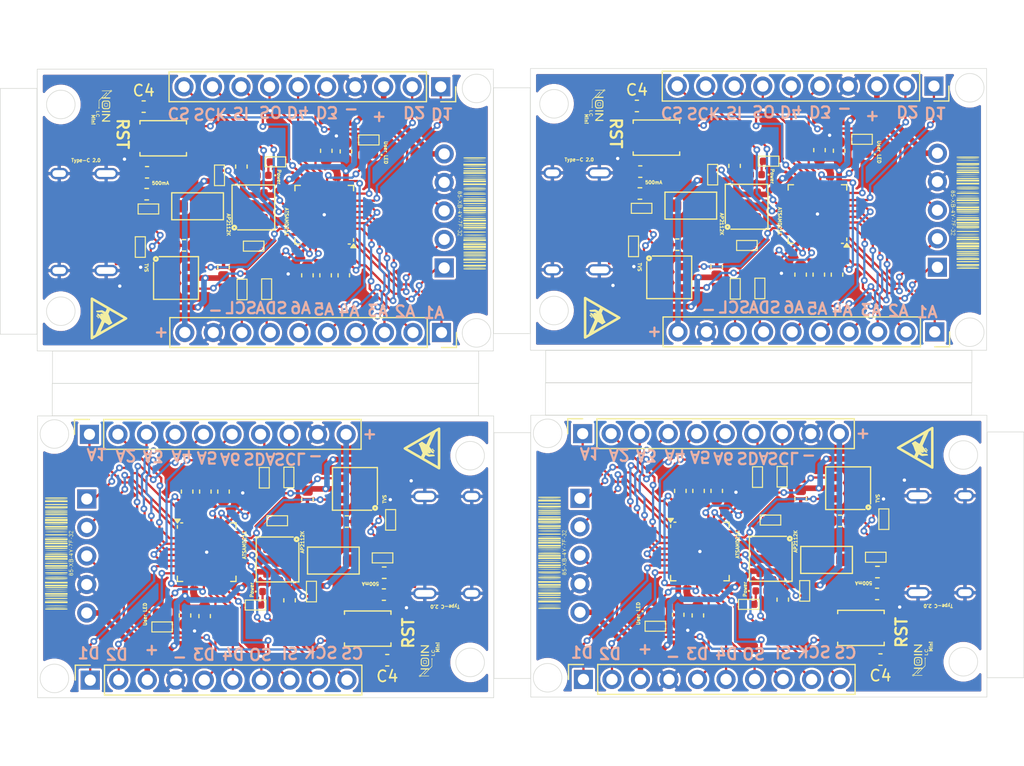
<source format=kicad_pcb>
(kicad_pcb (version 20241229) (generator "pcbnew") (generator_version "9.0")
  (layers (0 "F.Cu" signal) (2 "B.Cu" signal) (13 "F.Paste" user) (15 "B.Paste" user) (5 "F.SilkS" user "F.Silkscreen") (7 "B.SilkS" user "B.Silkscreen") (1 "F.Mask" user) (3 "B.Mask" user) (25 "Edge.Cuts" user))
  (net 0 "")
  (net 1 "VSYS")
  (net 2 "Net-(U2-VDDCORE)")
  (net 3 "Net-(D2-L1-Pad1)")
  (net 6 "Net-(D2-L2-Pad3)")
  (net 7 "GND")
  (net 8 "Net-(U1-EN)")
  (net 9 "VBUS")
  (net 11 "DAC1")
  (net 14 "Net-(J1-CC2)")
  (net 15 "DAC2")
  (net 16 "Net-(J1-CC1)")
  (net 17 "DAC3")
  (net 18 "ADC2")
  (net 20 "ADC1")
  (net 21 "ADC3")
  (net 22 "Net-(LED2-A)")
  (net 23 "D2")
  (net 24 "D1")
  (net 25 "SCL")
  (net 26 "+3V3")
  (net 27 "SCK")
  (net 28 "D3")
  (net 29 "DO")
  (net 30 "DIN")
  (net 31 "Net-(LED1-K)")
  (net 32 "RESET")
  (net 33 "SWDIO")
  (net 34 "SWCLK")
  (net 35 "MISO")
  (net 36 "D4")
  (net 37 "CS")
  (net 38 "MOSI")
  (net 39 "Net-(D1-A)")
  (net 40 "CHIP_N")
  (net 41 "CHIP_P")
  (net 42 "Net-(LED2-K)")
  (net 43 "Net-(U2-PA27)")
  (net 44 "Net-(U2-PA28)")
  (net 45 "SDA")
  (footprint "Connector_PinSocket_2.54mm:PinSocket_1x10_P2.54mm_Vertical" (layer "F.Cu") (at 183.89 84.84 -90)
    (property "Reference" "J2" (hide yes))
    (property "Value" "PINHD_1x10_Female")
  )
  (footprint "Capacitor_SMD:C_0603_1608Metric" (layer "F.Cu") (at 175.26 101.64 90)
    (property "Reference" "C3" (hide yes))
    (property "Value" "1uF_0603_25V")
  )
  (footprint "Connector_USB:USB_C_Receptacle_HRO_TYPE-C-31-M-12" (layer "F.Cu") (at 150.965 96.89 -90)
    (property "Reference" "J1" (hide yes))
    (property "Value" "USB_C_Receptacle_USB2.0_16P")
  )
  (footprint "PCM_4ms_Resistor:R_0402" (layer "F.Cu") (at 168.39 102.87 90)
    (property "Reference" "R7" (hide yes))
    (property "Value" "10k_0402")
  )
  (footprint "PCM_4ms_Resistor:R_0402" (layer "F.Cu") (at 177.485 89.58 180)
    (property "Reference" "R6" (hide yes))
    (property "Value" "10k_0402")
  )
  (footprint "Capacitor_SMD:C_0603_1608Metric" (layer "F.Cu") (at 131.53 90.66 90)
    (property "Reference" "C8" (hide yes))
    (property "Value" "1uF_0603_25V")
  )
  (footprint "Connector_PinHeader_2.54mm:PinHeader_1x05_P2.54mm_Vertical" (layer "F.Cu") (at 140.28 101.04 180)
    (property "Reference" "J4" (hide yes))
    (property "Value" "PINHD_1x5_Male")
  )
  (footprint "eggex karakter:barcodefornoinmini" (layer "F.Cu") (at 149.975569 126.43 90)
    (property "Reference" "G***" (hide yes))
    (property "Value" "LOGO" (hide yes))
  )
  (footprint "Capacitor_SMD:C_0603_1608Metric" (layer "F.Cu") (at 117.2 132.01 -90)
    (property "Reference" "C8" (hide yes))
    (property "Value" "1uF_0603_25V")
  )
  (footprint "Capacitor_SMD:C_0603_1608Metric" (layer "F.Cu") (at 178.83 130.09)
    (property "Reference" "C9" (hide yes))
    (property "Value" "1uF_0603_25V")
  )
  (footprint "Capacitor_SMD:C_0603_1608Metric" (layer "F.Cu") (at 117.39 120.97 -90)
    (property "Reference" "C3" (hide yes))
    (property "Value" "1uF_0603_25V")
  )
  (footprint "PCM_4ms_Resistor:R_0402" (layer "F.Cu") (at 126.45 119.71 90)
    (property "Reference" "R8" (hide yes))
    (property "Value" "10k_0402")
  )
  (footprint "PCM_4ms_Resistor:R_0402" (layer "F.Cu") (at 124.26 119.74 -90)
    (property "Reference" "R7" (hide yes))
    (property "Value" "10k_0402")
  )
  (footprint "Capacitor_SMD:C_0603_1608Metric" (layer "F.Cu") (at 157.74 92.46 180)
    (property "Reference" "C9" (hide yes))
    (property "Value" "1uF_0603_25V")
  )
  (footprint "eggex karakter:3x3_noin" (layer "F.Cu") (at 138.78 136.09 90)
    (property "Reference" "G***" (hide yes))
    (property "Value" "LOGO" (hide yes))
  )
  (footprint "PCM_4ms_Resistor:R_0402" (layer "F.Cu") (at 120.27 92.79 90)
    (property "Reference" "R5" (hide yes))
    (property "Value" "10k_0402")
  )
  (footprint "PCM_4ms_Resistor:R_0402" (layer "F.Cu") (at 125.25 91.59)
    (property "Reference" "R4" (hide yes))
    (property "Value" "10k_0402")
  )
  (footprint "LED_SMD:LED_0402_1005Metric" (layer "F.Cu") (at 133.6194 90.97 180)
    (property "Reference" "LED2" (hide yes))
    (property "Value" "LED_1.8mm_SMD_Red")
  )
  (footprint "Connector_PinSocket_2.54mm:PinSocket_1x10_P2.54mm_Vertical" (layer "F.Cu") (at 139.97 84.9 -90)
    (property "Reference" "J2" (hide yes))
    (property "Value" "PINHD_1x10_Female")
  )
  (footprint "Capacitor_SMD:C_0603_1608Metric" (layer "F.Cu") (at 175.53 123.58)
    (property "Reference" "C1" (hide yes))
    (property "Value" "1uF_0603_25V")
  )
  (footprint "Connector_PinHeader_2.54mm:PinHeader_1x05_P2.54mm_Vertical" (layer "F.Cu") (at 184.2 100.98 180)
    (property "Reference" "J4" (hide yes))
    (property "Value" "PINHD_1x5_Male")
  )
  (footprint "Capacitor_SMD:C_0603_1608Metric" (layer "F.Cu") (at 173.64 101.64 90)
    (property "Reference" "C7" (hide yes))
    (property "Value" "1uF_0603_25V")
  )
  (footprint "PCM_Package_TO_SOT_SMD_AKL:SOT-23-5" (layer "F.Cu") (at 123.29 95.65 90)
    (property "Reference" "U1" (hide yes))
    (property "Value" "AP2112K-3.3TRG1" (hide yes))
  )
  (footprint "eggex karakter:EEEEEE" (layer "F.Cu") (at 154.35 105.48 -90)
    (property "Reference" "G***" (hide yes))
    (property "Value" "LOGO" (hide yes))
  )
  (footprint "Package_DFN_QFN:QFN-32-1EP_5x5mm_P0.5mm_EP3.6x3.6mm" (layer "F.Cu") (at 173.52 96.24 180)
    (property "Reference" "U2" (hide yes))
    (property "Value" "ATSAMD21E16B-M")
  )
  (footprint "Button_Switch_SMD:SW_Push_SPST_NO_Alps_SKRK" (layer "F.Cu") (at 177.39 133.12 180)
    (property "Reference" "SW1" (hide yes))
    (property "Value" "Push_Button")
  )
  (footprint "LED_SMD:LED_0402_1005Metric" (layer "F.Cu") (at 168.06 92.73 180)
    (property "Reference" "LED1" (hide yes))
    (property "Value" "LED_1.8mm_SMD_Red")
  )
  (footprint "eggex karakter:EEEEEE" (layer "F.Cu") (at 138.3 117.13 90)
    (property "Reference" "G***" (hide yes))
    (property "Value" "LOGO" (hide yes))
  )
  (footprint "PCM_Package_TO_SOT_SMD_AKL:SOT-23-5" (layer "F.Cu") (at 125.44 127.02 -90)
    (property "Reference" "U1" (hide yes))
    (property "Value" "AP2112K-3.3TRG1" (hide yes))
  )
  (footprint "PCM_4ms_Resistor:R_0402" (layer "F.Cu") (at 157.14 99.12 90)
    (property "Reference" "R3" (hide yes))
    (property "Value" "10k_0402")
  )
  (footprint "LED_SMD:LED_0402_1005Metric" (layer "F.Cu") (at 124.59 129.88)
    (property "Reference" "LED1" (hide yes))
    (property "Value" "LED_1.8mm_SMD_Red")
  )
  (footprint "Capacitor_SMD:C_0603_1608Metric" (layer "F.Cu") (at 134.91 130.15)
    (property "Reference" "C9" (hide yes))
    (property "Value" "1uF_0603_25V")
  )
  (footprint "PCM_4ms_Resistor:R_0402" (layer "F.Cu") (at 128.46 129.88 -90)
    (property "Reference" "R5" (hide yes))
    (property "Value" "10k_0402")
  )
  (footprint "Package_DFN_QFN:QFN-32-1EP_5x5mm_P0.5mm_EP3.6x3.6mm" (layer "F.Cu") (at 119.13 126.37)
    (property "Reference" "U2" (hide yes))
    (property "Value" "ATSAMD21E16B-M")
  )
  (footprint "PCM_Package_TO_SOT_SMD_AKL:SOT-23-6" (layer "F.Cu") (at 160.32 101.88)
    (property "Reference" "D2" (hide yes))
    (property "Value" "USBLC6-2SC6" (hide yes))
  )
  (footprint "Button_Switch_SMD:SW_Push_SPST_NO_Alps_SKRK" (layer "F.Cu") (at 115.26 89.49)
    (property "Reference" "SW1" (hide yes))
    (property "Value" "Push_Button")
  )
  (footprint "Capacitor_SMD:C_0603_1608Metric" (layer "F.Cu") (at 135.21 136 180)
    (property "Reference" "C4")
    (property "Value" "1uF_0603_25V")
  )
  (footprint "LED_SMD:LED_0402_1005Metric" (layer "F.Cu") (at 115.1106 131.7)
    (property "Reference" "LED2" (hide yes))
    (property "Value" "LED_1.8mm_SMD_Red")
  )
  (footprint "PCM_4ms_Resistor:R_0402" (layer "F.Cu") (at 113.94 95.79)
    (property "Reference" "R2" (hide yes))
    (property "Value" "10k_0402")
  )
  (footprint "Capacitor_SMD:C_0603_1608Metric" (layer "F.Cu") (at 113.82 92.52 180)
    (property "Reference" "C9" (hide yes))
    (property "Value" "1uF_0603_25V")
  )
  (footprint "LED_SMD:LED_0402_1005Metric" (layer "F.Cu") (at 124.14 92.79 180)
    (property "Reference" "LED1" (hide yes))
    (property "Value" "LED_1.8mm_SMD_Red")
  )
  (footprint "PCM_4ms_Resistor:R_0402" (layer "F.Cu") (at 178.71 126.82 180)
    (property "Reference" "R2" (hide yes))
    (property "Value" "10k_0402")
  )
  (footprint "Capacitor_SMD:C_0603_1608Metric" (layer "F.Cu") (at 120.63 101.005 90)
    (property "Reference" "C5" (hide yes))
    (property "Value" "1uF_0603_25V")
  )
  (footprint "Button_Switch_SMD:SW_Push_SPST_NO_Alps_SKRK" (layer "F.Cu") (at 159.18 89.43)
    (property "Reference" "SW1" (hide yes))
    (property "Value" "Push_Button")
  )
  (footprint "Capacitor_SMD:C_0603_1608Metric" (layer "F.Cu") (at 172.02 121.605 -90)
    (property "Reference" "C5" (hide yes))
    (property "Value" "1uF_0603_25V")
  )
  (footprint "Capacitor_SMD:C_0603_1608Metric" (layer "F.Cu") (at 162.87 132.005 90)
    (property "Reference" "C10" (hide yes))
    (property "Value" "1uF_0603_25V")
  )
  (footprint "Capacitor_SMD:C_0603_1608Metric" (layer "F.Cu") (at 119.01 120.97 -90)
    (property "Reference" "C7" (hide yes))
    (property "Value" "1uF_0603_25V")
  )
  (footprint "PCM_Diode_SMD_AKL:D_SOD-123F_TVS" (layer "F.Cu") (at 130.41 127.12)
    (property "Reference" "D1" (hide yes))
    (property "Value" "MBR1020VL" (hide yes))
  )
  (footprint "Capacitor_SMD:C_0603_1608Metric" (layer "F.Cu") (at 126.51 130.66 -90)
    (property "Reference" "C2" (hide yes))
    (property "Value" "1uF_0603_25V")
  )
  (footprint "Capacitor_SMD:C_0603_1608Metric" (layer "F.Cu") (at 122.22 92.01 90)
    (property "Reference" "C2" (hide yes))
    (property "Value" "1uF_0603_25V")
  )
  (footprint "eggex karakter:barcodefornoinmini" (layer "F.Cu") (at 186.594431 96.12 -90)
    (property "Reference" "G***" (hide yes))
    (property "Value" "LOGO" (hide yes))
  )
  (footprint "Capacitor_SMD:C_0603_1608Metric" (layer "F.Cu") (at 129.78 90.605 -90)
    (property "Reference" "C10" (hide yes))
    (property "Value" "1uF_0603_25V")
  )
  (footprint "LED_SMD:LED_0402_1005Metric" (layer "F.Cu") (at 177.5394 90.91 180)
    (property "Reference" "LED2" (hide yes))
    (property "Value" "LED_1.8mm_SMD_Red")
  )
  (footprint "PCM_4ms_Resistor:R_0402" (layer "F.Cu") (at 172.38 129.82 -90)
    (property "Reference" "R5" (hide yes))
    (property "Value" "10k_0402")
  )
  (footprint "Connector_PinSocket_2.54mm:PinSocket_1x10_P2.54mm_Vertical" (layer "F.Cu") (at 152.68 137.71 90)
    (property "Reference" "J2" (hide yes))
    (property "Value" "PINHD_1x10_Female")
  )
  (footprint "Capacitor_SMD:C_0603_1608Metric" (layer "F.Cu") (at 166.14 91.95 90)
    (property "Reference" "C2" (hide yes))
    (property "Value" "1uF_0603_25V")
  )
  (footprint "PCM_4ms_Resistor:R_0402" (layer "F.Cu") (at 159.085 132.97)
    (property "Reference" "R6" (hide yes))
    (property "Value" "10k_0402")
  )
  (footprint "Connector_PinSocket_2.54mm:PinSocket_1x10_P2.54mm_Vertical" (layer "F.Cu") (at 108.76 137.77 90)
    (property "Reference" "J2" (hide yes))
    (property "Value" "PINHD_1x10_Female")
  )
  (footprint "Capacitor_SMD:C_0603_1608Metric" (layer "F.Cu") (at 173.7 90.545 -90)
    (property "Reference" "C10" (hide yes))
    (property "Value" "1uF_0603_25V")
  )
  (footprint "Connector_PinSocket_2.54mm:PinSocket_1x10_P2.54mm_Vertical" (layer "F.Cu") (at 108.69 115.87 90)
    (property "Reference" "J5" (hide yes))
    (property "Value" "PINHD_1x10_Female")
  )
  (footprint "PCM_Diode_SMD_AKL:D_SOD-123F_TVS" (layer "F.Cu") (at 118.32 95.55 180)
    (property "Reference" "D1" (hide yes))
    (property "Value" "MBR1020VL" (hide yes))
  )
  (footprint "Capacitor_SMD:C_0603_1608Metric" (layer "F.Cu") (at 129.72 101.7 90)
    (property "Reference" "C7" (hide yes))
    (property "Value" "1uF_0603_25V")
  )
  (footprint "PCM_4ms_Resistor:R_0402" (layer "F.Cu") (at 167.235 99.04)
    (property "Reference" "R1" (hide yes))
    (property "Value" "10k_0402")
  )
  (footprint "eggex karakter:3x3_noin" (layer "F.Cu") (at 109.95 86.58 -90)
    (property "Reference" "G***" (hide yes))
    (property "Value" "LOGO" (hide yes))
  )
  (footprint "Connector_PinSocket_2.54mm:PinSocket_1x10_P2.54mm_Vertical" (layer "F.Cu") (at 140.04 106.8 -90)
    (property "Reference" "J5" (hide yes))
    (property "Value" "PINHD_1x10_Female")
  )
  (footprint "Capacitor_SMD:C_0603_1608Metric" (layer "F.Cu") (at 179.13 135.94 180)
    (property "Reference" "C4")
    (property "Value" "1uF_0603_25V")
  )
  (footprint "PCM_Package_TO_SOT_SMD_AKL:SOT-23-6" (layer "F.Cu") (at 176.25 120.67 180)
    (property "Reference" "D2" (hide yes))
    (property "Value" "USBLC6-2SC6" (hide yes))
  )
  (footprint "Connector_PinHeader_2.54mm:PinHeader_1x05_P2.54mm_Vertical" (layer "F.Cu") (at 152.37 121.57)
    (property "Reference" "J4" (hide yes))
    (property "Value" "PINHD_1x5_Male")
  )
  (footprint "Connector_PinSocket_2.54mm:PinSocket_1x10_P2.54mm_Vertical" (layer "F.Cu") (at 152.61 115.81 90)
    (property "Reference" "J5" (hide yes))
    (property "Value" "PINHD_1x10_Female")
  )
  (footprint "Fuse:Fuse_0603_1608Metric" (layer "F.Cu") (at 178.86 128.14 180)
    (property "Reference" "F1" (hide yes))
    (property "Value" "500mA")
  )
  (footprint "PCM_4ms_Resistor:R_0402" (layer "F.Cu") (at 157.86 95.73)
    (property "Reference" "R2" (hide yes))
    (property "Value" "10k_0402")
  )
  (footprint "Connector_USB:USB_C_Receptacle_HRO_TYPE-C-31-M-12" (layer "F.Cu") (at 107.045 96.95 -90)
    (property "Reference" "J1" (hide yes))
    (property "Value" "USB_C_Receptacle_USB2.0_16P")
  )
  (footprint "PCM_Package_TO_SOT_SMD_AKL:SOT-23-5" (layer "F.Cu") (at 167.21 95.59 90)
    (property "Reference" "U1" (hide yes))
    (property "Value" "AP2112K-3.3TRG1" (hide yes))
  )
  (footprint "Capacitor_SMD:C_0603_1608Metric" (layer "F.Cu") (at 164.55 120.91 -90)
    (property "Reference" "C6" (hide yes))
    (property "Value" "1uF_0603_25V")
  )
  (footprint "Capacitor_SMD:C_0603_1608Metric" (layer "F.Cu") (at 164.55 100.945 90)
    (property "Reference" "C5" (hide yes))
    (property "Value" "1uF_0603_25V")
  )
  (footprint "Connector_USB:USB_C_Receptacle_HRO_TYPE-C-31-M-12" (layer "F.Cu") (at 185.605 125.66 90)
    (property "Reference" "J1" (hide yes))
    (property "Value" "USB_C_Receptacle_USB2.0_16P")
  )
  (footprint "Capacitor_SMD:C_0603_1608Metric" (layer "F.Cu") (at 120.63 120.97 -90)
    (property "Reference" "C6" (hide yes))
    (property "Value" "1uF_0603_25V")
  )
  (footprint "Capacitor_SMD:C_0603_1608Metric" (layer "F.Cu") (at 131.34 101.7 90)
    (property "Reference" "C3" (hide yes))
    (property "Value" "1uF_0603_25V")
  )
  (footprint "PCM_Package_TO_SOT_SMD_AKL:SOT-23-6" (layer "F.Cu") (at 116.4 101.94)
    (property "Reference" "D2" (hide yes))
    (property "Value" "USBLC6-2SC6" (hide yes))
  )
  (footprint "PCM_4ms_Resistor:R_0402" (layer "F.Cu") (at 124.47 102.93 90)
    (property "Reference" "R7" (hide yes))
    (property "Value" "10k_0402")
  )
  (footprint "PCM_4ms_Resistor:R_0402" (layer "F.Cu") (at 168.18 119.68 -90)
    (property "Reference" "R7" (hide yes))
    (property "Value" "10k_0402")
  )
  (footprint "Fuse:Fuse_0603_1608Metric" (layer "F.Cu") (at 157.71 94.41)
    (property "Reference" "F1" (hide yes))
    (property "Value" "500mA")
  )
  (footprint "Button_Switch_SMD:SW_Push_SPST_NO_Alps_SKRK" (layer "F.Cu") (at 133.47 133.18 180)
    (property "Reference" "SW1" (hide yes))
    (property "Value" "Push_Button")
  )
  (footprint "Capacitor_SMD:C_0603_1608Metric" (layer "F.Cu") (at 175.45 90.6 90)
    (property "Reference" "C8" (hide yes))
    (property "Value" "1uF_0603_25V")
  )
  (footprint "Capacitor_SMD:C_0603_1608Metric" (layer "F.Cu") (at 128.1 101.7 90)
    (property "Reference" "C6" (hide yes))
    (property "Value" "1uF_0603_25V")
  )
  (footprint "Fuse:Fuse_0603_1608Metric" (layer "F.Cu") (at 134.94 128.2 180)
    (property "Reference" "F1" (hide yes))
    (property "Value" "500mA")
  )
  (footprint "Capacitor_SMD:C_0603_1608Metric" (layer "F.Cu") (at 113.52 86.67)
    (property "Reference" "C4")
    (property "Value" "1uF_0603_25V")
  )
  (footprint "PCM_4ms_Resistor:R_0402" (layer "F.Cu") (at 115.165 133.03)
    (property "Reference" "R6" (hide yes))
    (property "Value" "10k_0402")
  )
  (footprint "Capacitor_SMD:C_0603_1608Metric" (layer "F.Cu") (at 131.61 123.64)
    (property "Reference" "C1" (hide yes))
    (property "Value" "1uF_0603_25V")
  )
  (footprint "PCM_Package_TO_SOT_SMD_AKL:SOT-23-6" (layer "F.Cu") (at 132.33 120.73 180)
    (property "Reference" "D2" (hide yes))
    (property "Value" "USBLC6-2SC6" (hide yes))
  )
  (footprint "Capacitor_SMD:C_0603_1608Metric" (layer "F.Cu") (at 172.02 101.64 90)
    (property "Reference" "C6" (hide yes))
    (property "Value" "1uF_0603_25V")
  )
  (footprint "PCM_4ms_Resistor:R_0402" (layer "F.Cu") (at 135.51 123.49 -90)
    (property "Reference" "R3" (hide yes))
    (property "Value" "10k_0402")
  )
  (footprint "PCM_4ms_Resistor:R_0402" (layer "F.Cu") (at 125.415 123.57 180)
    (property "Reference" "R1" (hide yes))
    (property "Value" "10k_0402")
  )
  (footprint "PCM_4ms_Resistor:R_0402" (layer "F.Cu") (at 166.2 102.9 -90)
    (property "Reference" "R8" (hide yes))
    (property "Value" "10k_0402")
  )
  (footprint "eggex karakter:3x3_noin" (layer "F.Cu") (at 153.87 86.52 -90)
    (property "Reference" "G***" (hide yes))
    (property "Value" "LOGO" (hide yes))
  )
  (footprint "PCM_Package_TO_SOT_SMD_AKL:SOT-23-5" (layer "F.Cu") (at 169.36 126.96 -90)
    (property "Reference" "U1" (hide yes))
    (property "Value" "AP2112K-3.3TRG1" (hide yes))
  )
  (footprint "PCM_4ms_Resistor:R_0402" (layer "F.Cu") (at 167.4 131.02 180)
    (property "Reference" "R4" (hide yes))
    (property "Value" "10k_0402")
  )
  (footprint "PCM_4ms_Resistor:R_0402" (layer "F.Cu") (at 134.79 126.88 180)
    (property "Reference" "R2" (hide yes))
    (property "Value" "10k_0402")
  )
  (footprint "eggex karakter:EEEEEE" (layer "F.Cu") (at 110.43 105.54 -90)
    (property "Reference" "G***" (hide yes))
    (property "Value" "LOGO" (hide yes))
  )
  (footprint "LED_SMD:LED_0402_1005Metric" (layer "F.Cu") (at 168.51 129.82)
    (property "Reference" "LED1" (hide yes))
    (property "Value" "LED_1.8mm_SMD_Red")
  )
  (footprint "PCM_4ms_Resistor:R_0402" (layer "F.Cu") (at 133.565 89.64 180)
    (property "Reference" "R6" (hide yes))
    (property "Value" "10k_0402")
  )
  (footprint "eggex karakter:EEEEEE" (layer "F.Cu") (at 182.22 117.07 90)
    (property "Reference" "G***" (hide yes))
    (property "Value" "LOGO" (hide yes))
  )
  (footprint "PCM_4ms_Resistor:R_0402" (layer "F.Cu") (at 170.37 119.65 90)
    (property "Reference" "R8" (hide yes))
    (property "Value" "10k_0402")
  )
  (footprint "eggex karakter:barcodefornoinmini" (layer "F.Cu") (at 106.055569 126.49 90)
    (property "Reference" "G***" (hide yes))
    (property "Value" "LOGO" (hide yes))
  )
  (footprint "Capacitor_SMD:C_0603_1608Metric" (layer "F.Cu") (at 157.44 86.61)
    (property "Reference" "C4")
    (property "Value" "1uF_0603_25V")
  )
  (footprint "Package_DFN_QFN:QFN-32-1EP_5x5mm_P0.5mm_EP3.6x3.6mm" (layer "F.Cu") (at 129.6 96.3 180)
    (property "Reference" "U2" (hide yes))
    (property "Value" "ATSAMD21E16B-M")
  )
  (footprint "Fuse:Fuse_0603_1608Metric" (layer "F.Cu") (at 113.79 94.47)
    (property "Reference" "F1" (hide yes))
    (property "Value" "500mA")
  )
  (footprint "PCM_4ms_Resistor:R_0402" (layer "F.Cu") (at 164.19 92.73 90)
    (property "Reference" "R5" (hide yes))
    (property "Value" "10k_0402")
  )
  (footprint "Connector_USB:USB_C_Receptacle_HRO_TYPE-C-31-M-12" (layer "F.Cu") (at 141.685 125.72 90)
    (property "Reference" "J1" (hide yes))
    (property "Value" "USB_C_Receptacle_USB2.0_16P")
  )
  (footprint "Capacitor_SMD:C_0603_1608Metric" (layer "F.Cu") (at 161.12 131.95 -90)
    (property "Reference" "C8" (hide yes))
    (property "Value" "1uF_0603_25V")
  )
  (footprint "Capacitor_SMD:C_0603_1608Metric" (layer "F.Cu") (at 161.04 98.97 180)
    (property "Reference" "C1" (hide yes))
    (property "Value" "1uF_0603_25V")
  )
  (footprint "PCM_4ms_Resistor:R_0402" (layer "F.Cu") (at 122.28 102.96 -90)
    (property "Reference" "R8" (hide yes))
    (property "Value" "10k_0402")
  )
  (footprint "Capacitor_SMD:C_0603_1608Metric" (layer "F.Cu") (at 162.93 120.91 -90)
    (property "Reference" "C7" (hide yes))
    (property "Value" "1uF_0603_25V")
  )
  (footprint "LED_SMD:LED_0402_1005Metric" (layer "F.Cu") (at 159.0306 131.64)
    (property "Reference" "LED2" (hide yes))
    (property "Value" "LED_1.8mm_SMD_Red")
  )
  (footprint "PCM_4ms_Resistor:R_0402" (layer "F.Cu") (at 123.315 99.1)
    (property "Reference" "R1" (hide yes))
    (property "Value" "10k_0402")
  )
  (footprint "eggex karakter:barcodefornoinmini" (layer "F.Cu") (at 142.674431 96.18 -90)
    (property "Reference" "G***" (hide yes))
    (property "Value" "LOGO" (hide yes))
  )
  (footprint "PCM_Diode_SMD_AKL:D_SOD-123F_TVS" (layer "F.Cu") (at 162.24 95.49 180)
    (property "Reference" "D1" (hide yes))
    (property "Value" "MBR1020VL" (hide yes))
  )
  (footprint "Capacitor_SMD:C_0603_1608Metric" (layer "F.Cu") (at 118.95 132.065 90)
    (property "Reference" "C10" (hide yes))
    (property "Value" "1uF_0603_25V")
  )
  (footprint "Capacitor_SMD:C_0603_1608Metric" (layer "F.Cu") (at 128.1 121.665 -90)
    (property "Reference" "C5" (hide yes))
    (property "Value" "1uF_0603_25V")
  )
  (footprint "Connector_PinHeader_2.54mm:PinHeader_1x05_P2.54mm_Vertical" (layer "F.Cu") (at 108.45 121.63)
    (property "Reference" "J4" (hide yes))
    (property "Value" "PINHD_1x5_Male")
  )
  (footprint "Package_DFN_QFN:QFN-32-1EP_5x5mm_P0.5mm_EP3.6x3.6mm" (layer "F.Cu") (at 163.05 126.31)
    (property "Reference" "U2" (hide yes))
    (property "Value" "ATSAMD21E16B-M")
  )
  (footprint "Capacitor_SMD:C_0603_1608Metric" (layer "F.Cu") (at 161.31 120.91 -90)
    (property "Reference" "C3" (hide yes))
    (property "Value" "1uF_0603_25V")
  )
  (footprint "Connector_PinSocket_2.54mm:PinSocket_1x10_P2.54mm_Vertical" (layer "F.Cu") (at 183.96 106.74 -90)
    (property "Reference" "J5" (hide yes))
    (property "Value" "PINHD_1x10_Female")
  )
  (footprint "PCM_4ms_Resistor:R_0402" (layer "F.Cu") (at 123.48 131.08 180)
    (property "Reference" "R4" (hide yes))
    (property "Value" "10k_0402")
  )
  (footprint "Capacitor_SMD:C_0603_1608Metric" (layer "F.Cu") (at 117.12 99.03 180)
    (property "Reference" "C1" (hide yes))
    (property "Value" "1uF_0603_25V")
  )
  (footprint "PCM_4ms_Resistor:R_0402" (layer "F.Cu") (at 169.17 91.53)
    (property "Reference" "R4" (hide yes))
    (property "Value" "10k_0402")
  )
  (footprint "PCM_4ms_Resistor:R_0402" (layer "F.Cu") (at 179.43 123.43 -90)
    (property "Reference" "R3" (hide yes))
    (property "Value" "10k_0402")
  )
  (footprint "Capacitor_SMD:C_0603_1608Metric" (layer "F.Cu") (at 170.43 130.6 -90)
    (property "Reference" "C2" (hide yes))
    (property "Value" "1uF_0603_25V")
  )
  (footprint "PCM_4ms_Resistor:R_0402" (layer "F.Cu") (at 169.335 123.51 180)
    (property "Reference" "R1" (hide yes))
    (property "Value" "10k_0402")
  )
  (footprint "PCM_4ms_Resistor:R_0402" (layer "F.Cu") (at 113.22 99.18 90)
    (property "Reference" "R3" (hide yes))
    (property "Value" "10k_0402")
  )
  (footprint "eggex karakter:3x3_noin" (layer "F.Cu") (at 182.7 136.03 90)
    (property "Reference" "G***" (hide yes))
    (property "Value" "LOGO" (hide yes))
  )
  (footprint "PCM_Diode_SMD_AKL:D_SOD-123F_TVS" (layer "F.Cu") (at 174.33 127.06)
    (property "Reference" "D1" (hide yes))
    (property "Value" "MBR1020VL" (hide yes))
  )
  (gr_rect (start 147.96 83.27) (end 188.58 108.38) (stroke (width 0.05)) (fill no) (layer "Edge.Cuts"))
  (gr_circle (center 142.59 117.772792) (end 143.49 116.872792) (stroke (width 0.05)) (fill no) (layer "Edge.Cuts"))
  (gr_rect (start 188.63 115.66) (end 191.9 137.56) (stroke (width 0.05)) (fill no) (layer "Edge.Cuts"))
  (gr_circle (center 150.06 86.417208) (end 149.16 87.317208) (stroke (width 0.05)) (fill no) (layer "Edge.Cuts"))
  (gr_rect (start 104.07 114.23) (end 144.69 139.34) (stroke (width 0.05)) (fill no) (layer "Edge.Cuts"))
  (gr_circle (center 187.08 106.77) (end 186.18 107.67) (stroke (width 0.05)) (fill no) (layer "Edge.Cuts"))
  (gr_rect (start 105.4 108.45) (end 143.35 111.33) (stroke (width 0.05)) (fill no) (layer "Edge.Cuts"))
  (gr_circle (center 149.49 115.78) (end 150.39 114.88) (stroke (width 0.05)) (fill no) (layer "Edge.Cuts"))
  (gr_circle (center 142.59 136.192792) (end 143.49 135.292792) (stroke (width 0.05)) (fill no) (layer "Edge.Cuts"))
  (gr_circle (center 106.14 104.897208) (end 105.24 105.797208) (stroke (width 0.05)) (fill no) (layer "Edge.Cuts"))
  (gr_rect (start 144.67 84.99) (end 147.94 106.89) (stroke (width 0.05)) (fill no) (layer "Edge.Cuts"))
  (gr_circle (center 186.51 117.712792) (end 187.41 116.812792) (stroke (width 0.05)) (fill no) (layer "Edge.Cuts"))
  (gr_rect (start 100.75 85.05) (end 104.02 106.95) (stroke (width 0.05)) (fill no) (layer "Edge.Cuts"))
  (gr_rect (start 105.38 111.34) (end 143.33 114.22) (stroke (width 0.05)) (fill no) (layer "Edge.Cuts"))
  (gr_circle (center 106.14 86.477208) (end 105.24 87.377208) (stroke (width 0.05)) (fill no) (layer "Edge.Cuts"))
  (gr_rect (start 147.99 114.17) (end 188.61 139.28) (stroke (width 0.05)) (fill no) (layer "Edge.Cuts"))
  (gr_circle (center 186.51 136.132792) (end 187.41 135.232792) (stroke (width 0.05)) (fill no) (layer "Edge.Cuts"))
  (gr_circle (center 149.49 137.56) (end 150.39 136.66) (stroke (width 0.05)) (fill no) (layer "Edge.Cuts"))
  (gr_circle (center 150.06 104.837208) (end 149.16 105.737208) (stroke (width 0.05)) (fill no) (layer "Edge.Cuts"))
  (gr_rect (start 144.71 115.72) (end 147.98 137.62) (stroke (width 0.05)) (fill no) (layer "Edge.Cuts"))
  (gr_circle (center 105.57 115.84) (end 106.47 114.94) (stroke (width 0.05)) (fill no) (layer "Edge.Cuts"))
  (gr_rect (start 149.3 111.28) (end 187.25 114.16) (stroke (width 0.05)) (fill no) (layer "Edge.Cuts"))
  (gr_circle (center 105.57 137.62) (end 106.47 136.72) (stroke (width 0.05)) (fill no) (layer "Edge.Cuts"))
  (gr_circle (center 143.16 85.05) (end 142.26 85.95) (stroke (width 0.05)) (fill no) (layer "Edge.Cuts"))
  (gr_rect (start 104.04 83.33) (end 144.66 108.44) (stroke (width 0.05)) (fill no) (layer "Edge.Cuts"))
  (gr_rect (start 149.32 108.39) (end 187.27 111.27) (stroke (width 0.05)) (fill no) (layer "Edge.Cuts"))
  (gr_circle (center 143.16 106.83) (end 142.26 107.73) (stroke (width 0.05)) (fill no) (layer "Edge.Cuts"))
  (gr_circle (center 187.08 84.99) (end 186.18 85.89) (stroke (width 0.05)) (fill no) (layer "Edge.Cuts"))
  (gr_text "Type-C 2.0" (at 150.950237 91.57 0) (layer "F.SilkS") (effects (font (size 0.3 0.3) (thickness 0.075) (bold yes)) (justify left bottom)))
  (gr_text "ATSAMD21E" (at 122.665096 127.039905 90) (layer "F.SilkS") (effects (font (size 0.3 0.3) (thickness 0.075) (bold yes)) (justify left bottom)))
  (gr_text "500mA\n" (at 134.52 129.01 180) (layer "F.SilkS") (effects (font (size 0.3 0.3) (thickness 0.075) (bold yes)) (justify left bottom)))
  (gr_text "Power" (at 167.25 130.39 90) (layer "F.SilkS") (effects (font (size 0.3 0.3) (thickness 0.075) (bold yes)) (justify left bottom)))
  (gr_text "ATSAMD21E" (at 169.984904 95.570095 270) (layer "F.SilkS") (effects (font (size 0.3 0.3) (thickness 0.075) (bold yes)) (justify left bottom)))
  (gr_text "Type-C 2.0" (at 107.030237 91.63 0) (layer "F.SilkS") (effects (font (size 0.3 0.3) (thickness 0.075) (bold yes)) (justify left bottom)))
  (gr_text "AP2112K" (at 120.9 96.15 270) (layer "F.SilkS") (effects (font (size 0.3 0.3) (thickness 0.075) (bold yes)) (justify left bottom)))
  (gr_text "Mini" (at 139.89 135.34 90) (layer "F.SilkS") (effects (font (size 0.3 0.3) (thickness 0.075)) (justify left bottom)))
  (gr_text "TVS" (at 113.58 100.59 270) (layer "F.SilkS") (effects (font (size 0.3 0.3) (thickness 0.075) (bold yes)) (justify left bottom)))
  (gr_text "AP2112K" (at 171.75 126.46 90) (layer "F.SilkS") (effects (font (size 0.3 0.3) (thickness 0.075) (bold yes)) (justify left bottom)))
  (gr_text "Power" (at 123.33 130.45 90) (layer "F.SilkS") (effects (font (size 0.3 0.3) (thickness 0.075) (bold yes)) (justify left bottom)))
  (gr_text "User LED" (at 157.74 132.91 90) (layer "F.SilkS") (effects (font (size 0.3 0.3) (thickness 0.075) (bold yes)) (justify left bottom)))
  (gr_text "Power" (at 125.4 92.22 270) (layer "F.SilkS") (effects (font (size 0.3 0.3) (thickness 0.075) (bold yes)) (justify left bottom)))
  (gr_text "AP2112K" (at 127.83 126.52 90) (layer "F.SilkS") (effects (font (size 0.3 0.3) (thickness 0.075) (bold yes)) (justify left bottom)))
  (gr_text "Type-C 2.0" (at 185.619763 130.98 180) (layer "F.SilkS") (effects (font (size 0.3 0.3) (thickness 0.075) (bold yes)) (justify left bottom)))
  (gr_text "Mini" (at 108.84 87.33 270) (layer "F.SilkS") (effects (font (size 0.3 0.3) (thickness 0.075)) (justify left bottom)))
  (gr_text "RST" (at 111.06 87.6 270) (layer "F.SilkS") (effects (font (size 1 1) (thickness 0.2) (bold yes)) (justify left bottom)))
  (gr_text "Mini" (at 183.81 135.28 90) (layer "F.SilkS") (effects (font (size 0.3 0.3) (thickness 0.075)) (justify left bottom)))
  (gr_text "Type-C 2.0" (at 141.699763 131.04 180) (layer "F.SilkS") (effects (font (size 0.3 0.3) (thickness 0.075) (bold yes)) (justify left bottom)))
  (gr_text "500mA\n" (at 114.21 93.66 0) (layer "F.SilkS") (effects (font (size 0.3 0.3) (thickness 0.075) (bold yes)) (justify left bottom)))
  (gr_text "500mA\n" (at 158.13 93.6 0) (layer "F.SilkS") (effects (font (size 0.3 0.3) (thickness 0.075) (bold yes)) (justify left bottom)))
  (gr_text "RST" (at 154.98 87.54 270) (layer "F.SilkS") (effects (font (size 1 1) (thickness 0.2) (bold yes)) (justify left bottom)))
  (gr_text "TVS" (at 157.5 100.53 270) (layer "F.SilkS") (effects (font (size 0.3 0.3) (thickness 0.075) (bold yes)) (justify left bottom)))
  (gr_text "TVS" (at 135.15 122.08 90) (layer "F.SilkS") (effects (font (size 0.3 0.3) (thickness 0.075) (bold yes)) (justify left bottom)))
  (gr_text "User LED" (at 178.83 89.64 270) (layer "F.SilkS") (effects (font (size 0.3 0.3) (thickness 0.075) (bold yes)) (justify left bottom)))
  (gr_text "User LED" (at 113.82 132.97 90) (layer "F.SilkS") (effects (font (size 0.3 0.3) (thickness 0.075) (bold yes)) (justify left bottom)))
  (gr_text "RST" (at 181.59 135.01 90) (layer "F.SilkS") (effects (font (size 1 1) (thickness 0.2) (bold yes)) (justify left bottom)))
  (gr_text "Mini" (at 152.76 87.27 270) (layer "F.SilkS") (effects (font (size 0.3 0.3) (thickness 0.075)) (justify left bottom)))
  (gr_text "ATSAMD21E" (at 126.064904 95.630095 270) (layer "F.SilkS") (effects (font (size 0.3 0.3) (thickness 0.075) (bold yes)) (justify left bottom)))
  (gr_text "RST" (at 137.67 135.07 90) (layer "F.SilkS") (effects (font (size 1 1) (thickness 0.2) (bold yes)) (justify left bottom)))
  (gr_text "Power" (at 169.32 92.16 270) (layer "F.SilkS") (effects (font (size 0.3 0.3) (thickness 0.075) (bold yes)) (justify left bottom)))
  (gr_text "500mA\n" (at 178.44 128.95 180) (layer "F.SilkS") (effects (font (size 0.3 0.3) (thickness 0.075) (bold yes)) (justify left bottom)))
  (gr_text "AP2112K" (at 164.82 96.09 270) (layer "F.SilkS") (effects (font (size 0.3 0.3) (thickness 0.075) (bold yes)) (justify left bottom)))
  (gr_text "User LED" (at 134.91 89.7 270) (layer "F.SilkS") (effects (font (size 0.3 0.3) (thickness 0.075) (bold yes)) (justify left bottom)))
  (gr_text "TVS" (at 179.07 122.02 90) (layer "F.SilkS") (effects (font (size 0.3 0.3) (thickness 0.075) (bold yes)) (justify left bottom)))
  (gr_text "ATSAMD21E" (at 166.585096 126.979905 90) (layer "F.SilkS") (effects (font (size 0.3 0.3) (thickness 0.075) (bold yes)) (justify left bottom)))
  (gr_text "D1" (at 141.21 86.7 180) (layer "B.SilkS") (effects (font (size 1 1) (thickness 0.2) (bold yes)) (justify right bottom mirror)))
  (gr_text "CS" (at 174.9 135.94 0) (layer "B.SilkS") (effects (font (size 1 1) (thickness 0.2) (bold yes)) (justify right bottom mirror)))
  (gr_text "A2" (at 156.9 117.1 180) (layer "B.SilkS") (effects (font (size 1 1) (thickness 0.2) (bold yes)) (justify right bottom mirror)))
  (gr_text "A4\n" (at 161.88 117.16 180) (layer "B.SilkS") (effects (font (size 1 1) (thickness 0.2) (bold yes)) (justify right bottom mirror)))
  (gr_text "A4\n" (at 130.77 105.45 0) (layer "B.SilkS") (effects (font (size 1 1) (thickness 0.2) (bold yes)) (justify right bottom mirror)))
  (gr_text "CS" (at 130.98 136 0) (layer "B.SilkS") (effects (font (size 1 1) (thickness 0.2) (bold yes)) (justify right bottom mirror)))
  (gr_text "SCL\n" (at 128.04 117.46 180) (layer "B.SilkS") (effects (font (size 1 1) (thickness 0.2) (bold yes)) (justify right bottom mirror)))
  (gr_text "A6" (at 170.37 105.15 0) (layer "B.SilkS") (effects (font (size 1 1) (thickness 0.2) (bold yes)) (justify right bottom mirror)))
  (gr_text "A4\n" (at 117.96 117.22 180) (layer "B.SilkS") (effects (font (size 1 1) (thickness 0.2) (bold yes)) (justify right bottom mirror)))
  (gr_text "A4\n" (at 174.69 105.39 0) (layer "B.SilkS") (effects (font (size 1 1) (thickness 0.2) (bold yes)) (justify right bottom mirror)))
  (gr_text "A2" (at 112.98 117.16 180) (layer "B.SilkS") (effects (font (size 1 1) (thickness 0.2) (bold yes)) (justify right bottom mirror)))
  (gr_text "-" (at 115.98 136.27 0) (layer "B.SilkS") (effects (font (size 1 1) (thickness 0.2) (bold yes)) (justify right bottom mirror)))
  (gr_text "A1" (at 154.32 116.98 180) (layer "B.SilkS") (effects (font (size 1 1) (thickness 0.2) (bold yes)) (justify right bottom mirror)))
  (gr_text "-" (at 119.16 105.36 0) (layer "B.SilkS") (effects (font (size 1 1) (thickness 0.2) (bold yes)) (justify right bottom mirror)))
  (gr_text "D2\n" (at 110.01 136.09 0) (layer "B.SilkS") (effects (font (size 1 1) (thickness 0.2) (bold yes)) (justify right bottom mirror)))
  (gr_text "A3\n" (at 177.24 105.39 0) (layer "B.SilkS") (effects (font (size 1 1) (thickness 0.2) (bold yes)) (justify right bottom mirror)))
  (gr_text "D3\n" (at 174.87 86.52 180) (layer "B.SilkS") (effects (font (size 1 1) (thickness 0.2) (bold yes)) (justify right bottom mirror)))
  (gr_text "A5" (at 164.13 117.28 180) (layer "B.SilkS") (effects (font (size 1 1) (thickness 0.2) (bold yes)) (justify right bottom mirror)))
  (gr_text "SCK" (at 127.68 135.94 0) (layer "B.SilkS") (effects (font (size 1 1) (thickness 0.2) (bold yes)) (justify right bottom mirror)))
  (gr_text "SDA\n" (at 167.2862 105.158287 0) (layer "B.SilkS") (effects (font (size 1 1) (thickness 0.2) (bold yes)) (justify right bottom mirror)))
  (gr_text "A1" (at 110.4 117.04 180) (layer "B.SilkS") (effects (font (size 1 1) (thickness 0.2) (bold yes)) (justify right bottom mirror)))
  (gr_text "CS" (at 117.75 86.67 180) (layer "B.SilkS") (effects (font (size 1 1) (thickness 0.2) (bold yes)) (justify right bottom mirror)))
  (gr_text "D3\n" (at 117.78 136.09 0) (layer "B.SilkS") (effects (font (size 1 1) (thickness 0.2) (bold yes)) (justify right bottom mirror)))
  (gr_text "SDA\n" (at 169.2838 117.391713 180) (layer "B.SilkS") (effects (font (size 1 1) (thickness 0.2) (bold yes)) (justify right bottom mirror)))
  (gr_text "SI" (at 125.7 136.03 0) (layer "B.SilkS") (effects (font (size 1 1) (thickness 0.2) (bold yes)) (justify right bottom mirror)))
  (gr_text "+" (at 178.32 115.3 180) (layer "B.SilkS") (effects (font (size 1 1) (thickness 0.2) (bold yes)) (justify right bottom mirror)))
  (gr_text "SI" (at 166.95 86.58 180) (layer "B.SilkS") (effects (font (size 1 1) (thickness 0.2) (bold yes)) (justify right bottom mirror)))
  (gr_text "+" (at 113.49 135.61 0) (layer "B.SilkS") (effects (font (size 1 1) (thickness 0.2) (bold yes)) (justify right bottom mirror)))
  (gr_text "SI" (at 123.03 86.64 180) (layer "B.SilkS") (effects (font (size 1 1) (thickness 0.2) (bold yes)) (justify right bottom mirror)))
  (gr_text "-" (at 176.67 86.34 180) (layer "B.SilkS") (effects (font (size 1 1) (thickness 0.2) (bold yes)) (justify right bottom mirror)))
  (gr_text "+" (at 114.33 107.31 0) (layer "B.SilkS") (effects (font (size 1 1) (thickness 0.2) (bold yes)) (justify right bottom mirror)))
  (gr_text "-" (at 163.08 105.3 0) (layer "B.SilkS") (effects (font (size 1 1) (thickness 0.2) (bold yes)) (justify right bottom mirror)))
  (gr_text "SDA\n" (at 125.3638 117.451713 180) (layer "B.SilkS") (effects (font (size 1 1) (thickness 0.2) (bold yes)) (justify right bottom mirror)))
  (gr_text "+" (at 158.25 107.25 0) (layer "B.SilkS") (effects (font (size 1 1) (thickness 0.2) (bold yes)) (justify right bottom mirror)))
  (gr_text "+" (at 179.16 87 180) (layer "B.SilkS") (effects (font (size 1 1) (thickness 0.2) (bold yes)) (justify right bottom mirror)))
  (gr_text "SCL\n" (at 164.61 105.15 0) (layer "B.SilkS") (effects (font (size 1 1) (thickness 0.2) (bold yes)) (justify right bottom mirror)))
  (gr_text "SDA\n" (at 123.3662 105.218287 0) (layer "B.SilkS") (effects (font (size 1 1) (thickness 0.2) (bold yes)) (justify right bottom mirror)))
  (gr_text "D3\n" (at 161.7 136.03 0) (layer "B.SilkS") (effects (font (size 1 1) (thickness 0.2) (bold yes)) (justify right bottom mirror)))
  (gr_text "A1" (at 182.25 105.57 0) (layer "B.SilkS") (effects (font (size 1 1) (thickness 0.2) (bold yes)) (justify right bottom mirror)))
  (gr_text "SO" (at 169.86 86.49 180) (layer "B.SilkS") (effects (font (size 1 1) (thickness 0.2) (bold yes)) (justify right bottom mirror)))
  (gr_text "A6" (at 122.28 117.46 180) (layer "B.SilkS") (effects (font (size 1 1) (thickness 0.2) (bold yes)) (justify right bottom mirror)))
  (gr_text "SI" (at 169.62 135.97 0) (layer "B.SilkS") (effects (font (size 1 1) (thickness 0.2) (bold yes)) (justify right bottom mirror)))
  (gr_text "D4" (at 120.39 136.09 0) (layer "B.SilkS") (effects (font (size 1 1) (thickness 0.2) (bold yes)) (justify right bottom mirror)))
  (gr_text "CS" (at 161.67 86.61 180) (layer "B.SilkS") (effects (font (size 1 1) (thickness 0.2) (bold yes)) (justify right bottom mirror)))
  (gr_text "A2" (at 179.67 105.45 0) (layer "B.SilkS") (effects (font (size 1 1) (thickness 0.2) (bold yes)) (justify right bottom mirror)))
  (gr_text "SO" (at 122.79 136.12 0) (layer "B.SilkS") (effects (font (size 1 1) (thickness 0.2) (bold yes)) (justify right bottom mirror)))
  (gr_text "A1" (at 138.33 105.63 0) (layer "B.SilkS") (effects (font (size 1 1) (thickness 0.2) (bold yes)) (justify right bottom mirror)))
  (gr_text "D3\n" (at 130.95 86.58 180) (layer "B.SilkS") (effects (font (size 1 1) (thickness 0.2) (bold yes)) (justify right bottom mirror)))
  (gr_text "A3\n" (at 115.41 117.22 180) (layer "B.SilkS") (effects (font (size 1 1) (thickness 0.2) (bold yes)) (justify right bottom mirror)))
  (gr_text "+" (at 157.41 135.55 0) (layer "B.SilkS") (effects (font (size 1 1) (thickness 0.2) (bold yes)) (justify right bottom mirror)))
  (gr_text "-" (at 159.9 136.21 0) (layer "B.SilkS") (effects (font (size 1 1) (thickness 0.2) (bold yes)) (justify right bottom mirror)))
  (gr_text "SCK" (at 171.6 135.88 0) (layer "B.SilkS") (effects (font (size 1 1) (thickness 0.2) (bold yes)) (justify right bottom mirror)))
  (gr_text "A2" (at 135.75 105.51 0) (layer "B.SilkS") (effects (font (size 1 1) (thickness 0.2) (bold yes)) (justify right bottom mirror)))
  (gr_text "A3\n" (at 159.33 117.16 180) (layer "B.SilkS") (effects (font (size 1 1) (thickness 0.2) (bold yes)) (justify right bottom mirror)))
  (gr_text "SCL\n" (at 171.96 117.4 180) (layer "B.SilkS") (effects (font (size 1 1) (thickness 0.2) (bold yes)) (justify right bottom mirror)))
  (gr_text "A5" (at 172.44 105.27 0) (layer "B.SilkS") (effects (font (size 1 1) (thickness 0.2) (bold yes)) (justify right bottom mirror)))
  (gr_text "SO" (at 166.71 136.06 0) (layer "B.SilkS") (effects (font (size 1 1) (thickness 0.2) (bold yes)) (justify right bottom mirror)))
  (gr_text "SCL\n" (at 120.69 105.21 0) (layer "B.SilkS") (effects (font (size 1 1) (thickness 0.2) (bold yes)) (justify right bottom mirror)))
  (gr_text "D4" (at 164.31 136.03 0) (layer "B.SilkS") (effects (font (size 1 1) (thickness 0.2) (bold yes)) (justify right bottom mirror)))
  (gr_text "D1" (at 151.44 135.91 0) (layer "B.SilkS") (effects (font (size 1 1) (thickness 0.2) (bold yes)) (justify right bottom mirror)))
  (gr_text "SCK" (at 164.97 86.67 180) (layer "B.SilkS") (effects (font (size 1 1) (thickness 0.2) (bold yes)) (justify right bottom mirror)))
  (gr_text "D4" (at 172.26 86.52 180) (layer "B.SilkS") (effects (font (size 1 1) (thickness 0.2) (bold yes)) (justify right bottom mirror)))
  (gr_text "A6" (at 166.2 117.4 180) (layer "B.SilkS") (effects (font (size 1 1) (thickness 0.2) (bold yes)) (justify right bottom mirror)))
  (gr_text "SO" (at 125.94 86.55 180) (layer "B.SilkS") (effects (font (size 1 1) (thickness 0.2) (bold yes)) (justify right bottom mirror)))
  (gr_text "A3\n" (at 133.32 105.45 0) (layer "B.SilkS") (effects (font (size 1 1) (thickness 0.2) (bold yes)) (justify right bottom mirror)))
  (gr_text "D1" (at 107.52 135.97 0) (layer "B.SilkS") (effects (font (size 1 1) (thickness 0.2) (bold yes)) (justify right bottom mirror)))
  (gr_text "-" (at 132.75 86.4 180) (layer "B.SilkS") (effects (font (size 1 1) (thickness 0.2) (bold yes)) (justify right bottom mirror)))
  (gr_text "D4" (at 128.34 86.58 180) (layer "B.SilkS") (effects (font (size 1 1) (thickness 0.2) (bold yes)) (justify right bottom mirror)))
  (gr_text "A5" (at 120.21 117.34 180) (layer "B.SilkS") (effects (font (size 1 1) (thickness 0.2) (bold yes)) (justify right bottom mirror)))
  (gr_text "+" (at 135.24 87.06 180) (layer "B.SilkS") (effects (font (size 1 1) (thickness 0.2) (bold yes)) (justify right bottom mirror)))
  (gr_text "D1" (at 185.13 86.64 180) (layer "B.SilkS") (effects (font (size 1 1) (thickness 0.2) (bold yes)) (justify right bottom mirror)))
  (gr_text "-" (at 173.49 117.25 180) (layer "B.SilkS") (effects (font (size 1 1) (thickness 0.2) (bold yes)) (justify right bottom mirror)))
  (gr_text "A6" (at 126.45 105.21 0) (layer "B.SilkS") (effects (font (size 1 1) (thickness 0.2) (bold yes)) (justify right bottom mirror)))
  (gr_text "D2\n" (at 182.64 86.52 180) (layer "B.SilkS") (effects (font (size 1 1) (thickness 0.2) (bold yes)) (justify right bottom mirror)))
  (gr_text "-" (at 129.57 117.31 180) (layer "B.SilkS") (effects (font (size 1 1) (thickness 0.2) (bold yes)) (justify right bottom mirror)))
  (gr_text "A5" (at 128.52 105.33 0) (layer "B.SilkS") (effects (font (size 1 1) (thickness 0.2) (bold yes)) (justify right bottom mirror)))
  (gr_text "+" (at 134.4 115.36 180) (layer "B.SilkS") (effects (font (size 1 1) (thickness 0.2) (bold yes)) (justify right bottom mirror)))
  (gr_text "SCK" (at 121.05 86.73 180) (layer "B.SilkS") (effects (font (size 1 1) (thickness 0.2) (bold yes)) (justify right bottom mirror)))
  (gr_text "D2\n" (at 138.72 86.58 180) (layer "B.SilkS") (effects (font (size 1 1) (thickness 0.2) (bold yes)) (justify right bottom mirror)))
  (gr_text "D2\n" (at 153.93 136.03 0) (layer "B.SilkS") (effects (font (size 1 1) (thickness 0.2) (bold yes)) (justify right bottom mirror)))
  (segment (start 129.01 127.12) (end 127.59 127.12) (width 0.5) (layer "F.Cu") (net 1))
  (segment (start 166.26 98.55) (end 166.26 96.69) (width 0.5) (layer "F.Cu") (net 1))
  (segment (start 163.64 97.145) (end 161.815 98.97) (width 0.5) (layer "F.Cu") (net 1))
  (segment (start 125.9 123.57) (end 126.39 124.06) (width 0.5) (layer "F.Cu") (net 1))
  (segment (start 166.75 99.04) (end 166.26 98.55) (width 0.5) (layer "F.Cu") (net 1))
  (segment (start 127.59 127.12) (end 126.39 125.92) (width 0.5) (layer "F.Cu") (net 1))
  (segment (start 171.51 127.06) (end 170.31 125.86) (width 0.5) (layer "F.Cu") (net 1))
  (segment (start 119.72 95.55) (end 119.72 97.205) (width 0.5) (layer "F.Cu") (net 1))
  (segment (start 172.93 125.405) (end 174.755 123.58) (width 0.5) (layer "F.Cu") (net 1))
  (segment (start 126.39 124.06) (end 126.39 125.92) (width 0.5) (layer "F.Cu") (net 1))
  (segment (start 163.64 95.49) (end 163.64 97.145) (width 0.5) (layer "F.Cu") (net 1))
  (segment (start 129.01 127.12) (end 129.01 125.465) (width 0.5) (layer "F.Cu") (net 1))
  (segment (start 170.31 124) (end 170.31 125.86) (width 0.5) (layer "F.Cu") (net 1))
  (segment (start 121.14 95.55) (end 122.34 96.75) (width 0.5) (layer "F.Cu") (net 1))
  (segment (start 129.01 125.465) (end 130.835 123.64) (width 0.5) (layer "F.Cu") (net 1))
  (segment (start 119.72 97.205) (end 117.895 99.03) (width 0.5) (layer "F.Cu") (net 1))
  (segment (start 122.83 99.1) (end 122.34 98.61) (width 0.5) (layer "F.Cu") (net 1))
  (segment (start 119.72 95.55) (end 121.14 95.55) (width 0.5) (layer "F.Cu") (net 1))
  (segment (start 172.93 127.06) (end 171.51 127.06) (width 0.5) (layer "F.Cu") (net 1))
  (segment (start 163.64 95.49) (end 165.06 95.49) (width 0.5) (layer "F.Cu") (net 1))
  (segment (start 165.06 95.49) (end 166.26 96.69) (width 0.5) (layer "F.Cu") (net 1))
  (segment (start 169.82 123.51) (end 170.31 124) (width 0.5) (layer "F.Cu") (net 1))
  (segment (start 122.34 98.61) (end 122.34 96.75) (width 0.5) (layer "F.Cu") (net 1))
  (segment (start 172.93 127.06) (end 172.93 125.405) (width 0.5) (layer "F.Cu") (net 1))
  (segment (start 118.88 121.875) (end 118.88 123.92) (width 0.2) (layer "F.Cu") (net 2))
  (segment (start 173.77 100.735) (end 173.77 98.69) (width 0.2) (layer "F.Cu") (net 2))
  (segment (start 129.65 100.925) (end 128.1 102.475) (width 0.2) (layer "F.Cu") (net 2))
  (segment (start 173.57 100.865) (end 172.02 102.415) (width 0.2) (layer "F.Cu") (net 2))
  (segment (start 162.8 121.815) (end 162.8 123.86) (width 0.2) (layer "F.Cu") (net 2))
  (segment (start 129.72 100.925) (end 129.65 100.925) (width 0.2) (layer "F.Cu") (net 2))
  (segment (start 173.64 100.865) (end 173.57 100.865) (width 0.2) (layer "F.Cu") (net 2))
  (segment (start 129.72 100.925) (end 129.85 100.795) (width 0.2) (layer "F.Cu") (net 2))
  (segment (start 162.93 121.685) (end 163 121.685) (width 0.2) (layer "F.Cu") (net 2))
  (segment (start 119.01 121.745) (end 118.88 121.875) (width 0.2) (layer "F.Cu") (net 2))
  (segment (start 129.85 100.795) (end 129.85 98.75) (width 0.2) (layer "F.Cu") (net 2))
  (segment (start 119.01 121.745) (end 119.08 121.745) (width 0.2) (layer "F.Cu") (net 2))
  (segment (start 163 121.685) (end 164.55 120.135) (width 0.2) (layer "F.Cu") (net 2))
  (segment (start 173.64 100.865) (end 173.77 100.735) (width 0.2) (layer "F.Cu") (net 2))
  (segment (start 119.08 121.745) (end 120.63 120.195) (width 0.2) (layer "F.Cu") (net 2))
  (segment (start 162.93 121.685) (end 162.8 121.815) (width 0.2) (layer "F.Cu") (net 2))
  (segment (start 180.35 125.91) (end 181.56 125.91) (width 0.2) (layer "F.Cu") (net 3))
  (segment (start 180.046681 125.606681) (end 180.35 125.91) (width 0.2) (layer "F.Cu") (net 3))
  (segment (start 155.01 97.64) (end 156.25 97.64) (width 0.2) (layer "F.Cu") (net 3))
  (segment (start 180.32 124.91) (end 179.623319 125.606681) (width 0.2) (layer "F.Cu") (net 3))
  (segment (start 133.43 123.393362) (end 135.703319 125.666681) (width 0.2) (layer "F.Cu") (net 3))
  (segment (start 137.64 124.97) (end 136.4 124.97) (width 0.2) (layer "F.Cu") (net 3))
  (segment (start 156.946681 96.943319) (end 156.523319 96.943319) (width 0.2) (layer "F.Cu") (net 3))
  (segment (start 111.09 97.7) (end 112.33 97.7) (width 0.2) (layer "F.Cu") (net 3))
  (segment (start 159.22 100.93) (end 159.22 99.216638) (width 0.2) (layer "F.Cu") (net 3))
  (segment (start 156.523319 96.943319) (end 156.22 96.64) (width 0.2) (layer "F.Cu") (net 3))
  (segment (start 135.703319 125.666681) (end 136.126681 125.666681) (width 0.2) (layer "F.Cu") (net 3))
  (segment (start 136.43 125.97) (end 137.64 125.97) (width 0.2) (layer "F.Cu") (net 3))
  (segment (start 115.3 100.99) (end 115.3 99.276638) (width 0.2) (layer "F.Cu") (net 3))
  (segment (start 179.623319 125.606681) (end 180.046681 125.606681) (width 0.2) (layer "F.Cu") (net 3))
  (segment (start 177.35 121.62) (end 177.35 123.333362) (width 0.2) (layer "F.Cu") (net 3))
  (segment (start 112.3 96.7) (end 111.09 96.7) (width 0.2) (layer "F.Cu") (net 3))
  (segment (start 156.22 96.64) (end 155.01 96.64) (width 0.2) (layer "F.Cu") (net 3))
  (segment (start 181.56 124.91) (end 180.32 124.91) (width 0.2) (layer "F.Cu") (net 3))
  (segment (start 133.43 121.68) (end 133.43 123.393362) (width 0.2) (layer "F.Cu") (net 3))
  (segment (start 156.25 97.64) (end 156.946681 96.943319) (width 0.2) (layer "F.Cu") (net 3))
  (segment (start 112.603319 97.003319) (end 112.3 96.7) (width 0.2) (layer "F.Cu") (net 3))
  (segment (start 113.026681 97.003319) (end 112.603319 97.003319) (width 0.2) (layer "F.Cu") (net 3))
  (segment (start 136.4 124.97) (end 135.703319 125.666681) (width 0.2) (layer "F.Cu") (net 3))
  (segment (start 115.3 99.276638) (end 113.026681 97.003319) (width 0.2) (layer "F.Cu") (net 3))
  (segment (start 159.22 99.216638) (end 156.946681 96.943319) (width 0.2) (layer "F.Cu") (net 3))
  (segment (start 136.126681 125.666681) (end 136.43 125.97) (width 0.2) (layer "F.Cu") (net 3))
  (segment (start 112.33 97.7) (end 113.026681 97.003319) (width 0.2) (layer "F.Cu") (net 3))
  (segment (start 177.35 123.333362) (end 179.623319 125.606681) (width 0.2) (layer "F.Cu") (net 3))
  (segment (start 179.175789 126.007681) (end 179.880581 126.007681) (width 0.2) (layer "F.Cu") (net 6))
  (segment (start 111.09 97.2) (end 110.113 97.2) (width 0.2) (layer "F.Cu") (net 6))
  (segment (start 110.113 96.2) (end 111.09 96.2) (width 0.2) (layer "F.Cu") (net 6))
  (segment (start 113.474211 96.602319) (end 112.769419 96.602319) (width 0.2) (layer "F.Cu") (net 6))
  (segment (start 178.5 120.340001) (end 177.879999 119.72) (width 0.2) (layer "F.Cu") (net 6))
  (segment (start 179.880581 126.007681) (end 180.2829 126.41) (width 0.2) (layer "F.Cu") (net 6))
  (segment (start 158.07 99.18) (end 158.07 102.209999) (width 0.2) (layer "F.Cu") (net 6))
  (segment (start 138.666 125.519) (end 138.666 126.421) (width 0.2) (layer "F.Cu") (net 6))
  (segment (start 138.617 125.47) (end 138.666 125.519) (width 0.2) (layer "F.Cu") (net 6))
  (segment (start 158.915946 98.064054) (end 157.394211 96.542319) (width 0.2) (layer "F.Cu") (net 6))
  (segment (start 134.58 123.43) (end 134.58 120.400001) (width 0.2) (layer "F.Cu") (net 6))
  (segment (start 182.586 125.459) (end 182.586 126.361) (width 0.2) (layer "F.Cu") (net 6))
  (segment (start 134.447584 123.562416) (end 134.58 123.43) (width 0.2) (layer "F.Cu") (net 6))
  (segment (start 133.959999 119.78) (end 133.43 119.78) (width 0.2) (layer "F.Cu") (net 6))
  (segment (start 178.367584 123.502416) (end 178.5 123.37) (width 0.2) (layer "F.Cu") (net 6))
  (segment (start 177.879999 119.72) (end 177.35 119.72) (width 0.2) (layer "F.Cu") (net 6))
  (segment (start 112.769419 96.602319) (end 112.3671 96.2) (width 0.2) (layer "F.Cu") (net 6))
  (segment (start 154.033 97.14) (end 153.984 97.091) (width 0.2) (layer "F.Cu") (net 6))
  (segment (start 155.01 97.14) (end 154.033 97.14) (width 0.2) (layer "F.Cu") (net 6))
  (segment (start 182.537 126.41) (end 181.56 126.41) (width 0.2) (layer "F.Cu") (net 6))
  (segment (start 136.3629 126.47) (end 137.64 126.47) (width 0.2) (layer "F.Cu") (net 6))
  (segment (start 182.537 125.41) (end 182.586 125.459) (width 0.2) (layer "F.Cu") (net 6))
  (segment (start 182.586 126.361) (end 182.537 126.41) (width 0.2) (layer "F.Cu") (net 6))
  (segment (start 138.666 126.421) (end 138.617 126.47) (width 0.2) (layer "F.Cu") (net 6))
  (segment (start 114.282416 99.107584) (end 114.15 99.24) (width 0.2) (layer "F.Cu") (net 6))
  (segment (start 180.2829 126.41) (end 181.56 126.41) (width 0.2) (layer "F.Cu") (net 6))
  (segment (start 114.15 99.24) (end 114.15 102.269999) (width 0.2) (layer "F.Cu") (net 6))
  (segment (start 135.255789 126.067681) (end 135.960581 126.067681) (width 0.2) (layer "F.Cu") (net 6))
  (segment (start 114.15 102.269999) (end 114.770001 102.89) (width 0.2) (layer "F.Cu") (net 6))
  (segment (start 158.690001 102.83) (end 159.22 102.83) (width 0.2) (layer "F.Cu") (net 6))
  (segment (start 137.64 125.47) (end 138.617 125.47) (width 0.2) (layer "F.Cu") (net 6))
  (segment (start 110.064 97.151) (end 110.064 96.249) (width 0.2) (layer "F.Cu") (net 6))
  (segment (start 181.56 125.41) (end 182.537 125.41) (width 0.2) (layer "F.Cu") (net 6))
  (segment (start 153.984 97.091) (end 153.984 96.189) (width 0.2) (layer "F.Cu") (net 6))
  (segment (start 110.064 96.249) (end 110.113 96.2) (width 0.2) (layer "F.Cu") (net 6))
  (segment (start 158.202416 99.047584) (end 158.07 99.18) (width 0.2) (layer "F.Cu") (net 6))
  (segment (start 110.113 97.2) (end 110.064 97.151) (width 0.2) (layer "F.Cu") (net 6))
  (segment (start 156.689419 96.542319) (end 156.2871 96.14) (width 0.2) (layer "F.Cu") (net 6))
  (segment (start 133.734054 124.545946) (end 135.255789 126.067681) (width 0.2) (layer "F.Cu") (net 6))
  (segment (start 157.394211 96.542319) (end 156.689419 96.542319) (width 0.2) (layer "F.Cu") (net 6))
  (segment (start 178.5 123.37) (end 178.5 120.340001) (width 0.2) (layer "F.Cu") (net 6))
  (segment (start 138.617 126.47) (end 137.64 126.47) (width 0.2) (layer "F.Cu") (net 6))
  (segment (start 158.07 102.209999) (end 158.690001 102.83) (width 0.2) (layer "F.Cu") (net 6))
  (segment (start 154.033 96.14) (end 155.01 96.14) (width 0.2) (layer "F.Cu") (net 6))
  (segment (start 134.58 120.400001) (end 133.959999 119.78) (width 0.2) (layer "F.Cu") (net 6))
  (segment (start 114.995946 98.124054) (end 113.474211 96.602319) (width 0.2) (layer "F.Cu") (net 6))
  (segment (start 114.770001 102.89) (end 115.3 102.89) (width 0.2) (layer "F.Cu") (net 6))
  (segment (start 156.2871 96.14) (end 155.01 96.14) (width 0.2) (layer "F.Cu") (net 6))
  (segment (start 153.984 96.189) (end 154.033 96.14) (width 0.2) (layer "F.Cu") (net 6))
  (segment (start 177.654054 124.485946) (end 179.175789 126.007681) (width 0.2) (layer "F.Cu") (net 6))
  (segment (start 112.3671 96.2) (end 111.09 96.2) (width 0.2) (layer "F.Cu") (net 6))
  (segment (start 135.960581 126.067681) (end 136.3629 126.47) (width 0.2) (layer "F.Cu") (net 6))
  (via (at 133.734054 124.545946) (size 0.6) (drill 0.3) (layers "F.Cu" "B.Cu") (net 6))
  (via (at 177.654054 124.485946) (size 0.6) (drill 0.3) (layers "F.Cu" "B.Cu") (net 6))
  (via (at 114.995946 98.124054) (size 0.6) (drill 0.3) (layers "F.Cu" "B.Cu") (net 6))
  (via (at 158.202416 99.047584) (size 0.6) (drill 0.3) (layers "F.Cu" "B.Cu") (net 6))
  (via (at 134.447584 123.562416) (size 0.6) (drill 0.3) (layers "F.Cu" "B.Cu") (net 6))
  (via (at 158.915946 98.064054) (size 0.6) (drill 0.3) (layers "F.Cu" "B.Cu") (net 6))
  (via (at 178.367584 123.502416) (size 0.6) (drill 0.3) (layers "F.Cu" "B.Cu") (net 6))
  (via (at 114.282416 99.107584) (size 0.6) (drill 0.3) (layers "F.Cu" "B.Cu") (net 6))
  (segment (start 114.995946 98.124054) (end 114.995946 98.394054) (width 0.2) (layer "B.Cu") (net 6))
  (segment (start 177.654054 124.215946) (end 178.367584 123.502416) (width 0.2) (layer "B.Cu") (net 6))
  (segment (start 133.734054 124.275946) (end 134.447584 123.562416) (width 0.2) (layer "B.Cu") (net 6))
  (segment (start 177.654054 124.485946) (end 177.654054 124.215946) (width 0.2) (layer "B.Cu") (net 6))
  (segment (start 158.915946 98.064054) (end 158.915946 98.334054) (width 0.2) (layer "B.Cu") (net 6))
  (segment (start 114.995946 98.394054) (end 114.282416 99.107584) (width 0.2) (layer "B.Cu") (net 6))
  (segment (start 158.915946 98.334054) (end 158.202416 99.047584) (width 0.2) (layer "B.Cu") (net 6))
  (segment (start 133.734054 124.545946) (end 133.734054 124.275946) (width 0.2) (layer "B.Cu") (net 6))
  (segment (start 163.035 126.325) (end 163.05 126.31) (width 0.2) (layer "F.Cu") (net 7))
  (segment (start 122.995 134.696472) (end 122.995 131.08) (width 0.2) (layer "F.Cu") (net 7))
  (segment (start 137.04 120.31) (end 137.04 121.87) (width 0.2) (layer "F.Cu") (net 7))
  (segment (start 180.51 129.96) (end 181.56 128.91) (width 0.2) (layer "F.Cu") (net 7))
  (segment (start 159.749999 101.88) (end 160.265 101.364999) (width 0.2) (layer "F.Cu") (net 7))
  (segment (start 176.820001 120.67) (end 176.305 121.185001) (width 0.2) (layer "F.Cu") (net 7))
  (segment (start 118.6 132.84) (end 118.05 133.39) (width 0.2) (layer "F.Cu") (net 7))
  (segment (start 125.735 87.973528) (end 125.735 91.59) (width 0.2) (layer "F.Cu") (net 7))
  (segment (start 123.938528 135.64) (end 122.995 134.696472) (width 0.2) (layer "F.Cu") (net 7))
  (segment (start 173.535 96.225) (end 173.52 96.24) (width 0.2) (layer "F.Cu") (net 7))
  (segment (start 164.55 121.685) (end 165.605 121.685) (width 0.2) (layer "F.Cu") (net 7))
  (segment (start 172.02 100.865) (end 170.965 100.865) (width 0.2) (layer "F.Cu") (net 7))
  (segment (start 174.77 93.79) (end 174.77 94.99) (width 0.2) (layer "F.Cu") (net 7))
  (segment (start 129.615 96.285) (end 129.6 96.3) (width 0.2) (layer "F.Cu") (net 7))
  (segment (start 127.045 100.925) (end 126.39 101.58) (width 0.2) (layer "F.Cu") (net 7))
  (segment (start 111.39 102.66) (end 111.69 102.36) (width 0.2) (layer "F.Cu") (net 7))
  (segment (start 181.26 119.95) (end 180.96 120.25) (width 0.2) (layer "F.Cu") (net 7))
  (segment (start 115.829999 101.94) (end 116.345 101.424999) (width 0.2) (layer "F.Cu") (net 7))
  (segment (start 115.3 101.94) (end 115.829999 101.94) (width 0.2) (layer "F.Cu") (net 7))
  (segment (start 157.14 99.605) (end 157.14 100.89) (width 0.2) (layer "F.Cu") (net 7))
  (segment (start 113.22 100.95) (end 113.25 100.98) (width 0.2) (layer "F.Cu") (net 7))
  (segment (start 180.96 121.81) (end 181.56 122.41) (width 0.2) (layer "F.Cu") (net 7))
  (segment (start 160.265 101.364999) (end 160.265 98.97) (width 0.2) (layer "F.Cu") (net 7))
  (segment (start 111.69 100.8) (end 111.09 100.2) (width 0.2) (layer "F.Cu") (net 7))
  (segment (start 163.3 123.86) (end 163.3 126.06) (width 0.2) (layer "F.Cu") (net 7))
  (segment (start 135.51 121.72) (end 135.48 121.69) (width 0.2) (layer "F.Cu") (net 7))
  (segment (start 161.8 128.76) (end 161.8 127.56) (width 0.2) (layer "F.Cu") (net 7))
  (segment (start 132.900001 120.73) (end 132.385 121.245001) (width 0.2) (layer "F.Cu") (net 7))
  (segment (start 129.35 98.75) (end 129.35 96.55) (width 0.2) (layer "F.Cu") (net 7))
  (segment (start 161.8 127.56) (end 163.035 126.325) (width 0.2) (layer "F.Cu") (net 7))
  (segment (start 133.43 120.73) (end 132.900001 120.73) (width 0.2) (layer "F.Cu") (net 7))
  (segment (start 169.655 87.913528) (end 169.655 91.53) (width 0.2) (layer "F.Cu") (net 7))
  (segment (start 162.52 132.78) (end 161.97 133.33) (width 0.2) (layer "F.Cu") (net 7))
  (segment (start 136.59 130.99) (end 136.59 130.02) (width 0.2) (layer "F.Cu") (net 7))
  (segment (start 155.31 102.6) (end 155.61 102.3) (width 0.2) (layer "F.Cu") (net 7))
  (segment (start 173.27 96.49) (end 173.52 96.24) (width 0.2) (layer "F.Cu") (net 7))
  (segment (start 170.965 100.865) (end 170.31 101.52) (width 0.2) (layer "F.Cu") (net 7))
  (segment (start 159.22 101.88) (end 159.749999 101.88) (width 0.2) (layer "F.Cu") (net 7))
  (segment (start 163.3 126.06) (end 163.05 126.31) (width 0.2) (layer "F.Cu") (net 7))
  (segment (start 180.51 130.93) (end 180.51 129.96) (width 0.2) (layer "F.Cu") (net 7))
  (segment (start 155.61 100.74) (end 155.01 100.14) (width 0.2) (layer "F.Cu") (net 7))
  (segment (start 130.13 89.83) (end 130.68 89.28) (width 0.2) (layer "F.Cu") (net 7))
  (segment (start 130.85 95.05) (end 129.615 96.285) (width 0.2) (layer "F.Cu") (net 7))
  (segment (start 177.35 120.67) (end 176.820001 120.67) (width 0.2) (layer "F.Cu") (net 7))
  (segment (start 135.51 123.005) (end 135.51 121.72) (width 0.2) (layer "F.Cu") (net 7))
  (segment (start 180.84 131.26) (end 180.51 130.93) (width 0.2) (layer "F.Cu") (net 7))
  (segment (start 111.81 91.35) (end 112.14 91.68) (width 0.2) (layer "F.Cu") (net 7))
  (segment (start 179.43 122.945) (end 179.43 121.66) (width 0.2) (layer "F.Cu") (net 7))
  (segment (start 119.115 126.385) (end 119.13 126.37) (width 0.2) (layer "F.Cu") (net 7))
  (segment (start 117.88 127.62) (end 119.115 126.385) (width 0.2) (layer "F.Cu") (net 7))
  (segment (start 119.38 123.92) (end 119.38 126.12) (width 0.2) (layer "F.Cu") (net 7))
  (segment (start 174.05 89.77) (end 174.6 89.22) (width 0.2) (layer "F.Cu") (net 7))
  (segment (start 165.605 121.685) (end 166.26 121.03) (width 0.2) (layer "F.Cu") (net 7))
  (segment (start 168.711472 86.97) (end 169.655 87.913528) (width 0.2) (layer "F.Cu") (net 7))
  (segment (start 111.69 102.36) (end 111.69 100.8) (width 0.2) (layer "F.Cu") (net 7))
  (segment (start 112.14 92.65) (end 111.09 93.7) (width 0.2) (layer "F.Cu") (net 7))
  (segment (start 118.95 132.84) (end 118.6 132.84) (width 0.2) (layer "F.Cu") (net 7))
  (segment (start 137.04 121.87) (end 137.64 122.47) (width 0.2) (layer "F.Cu") (net 7))
  (segment (start 156.06 92.59) (end 155.01 93.64) (width 0.2) (layer "F.Cu") (net 7))
  (segment (start 136.59 130.02) (end 137.64 128.97) (width 0.2) (layer "F.Cu") (net 7))
  (segment (start 174.77 94.99) (end 173.535 96.225) (width 0.2) (layer "F.Cu") (net 7))
  (segment (start 129.78 89.83) (end 130.13 89.83) (width 0.2) (layer "F.Cu") (net 7))
  (segment (start 121.685 121.745) (end 122.34 121.09) (width 0.2) (layer "F.Cu") (net 7))
  (segment (start 132.385 121.245001) (end 132.385 123.64) (width 0.2) (layer "F.Cu") (net 7))
  (segment (start 155.61 102.3) (end 155.61 100.74) (width 0.2) (layer "F.Cu") (net 7))
  (segment (start 173.27 98.69) (end 173.27 96.49) (width 0.2) (layer "F.Cu") (net 7))
  (segment (start 137.34 120.01) (end 137.04 120.31) (width 0.2) (layer "F.Cu") (net 7))
  (segment (start 157.14 100.89) (end 157.17 100.92) (width 0.2) (layer "F.Cu") (net 7))
  (segment (start 173.7 89.77) (end 174.05 89.77) (width 0.2) (layer "F.Cu") (net 7))
  (segment (start 119.38 126.12) (end 119.13 126.37) (width 0.2) (layer "F.Cu") (net 7))
  (segment (start 120.63 121.745) (end 121.685 121.745) (width 0.2) (layer "F.Cu") (net 7))
  (segment (start 156.06 91.62) (end 156.06 92.59) (width 0.2) (layer "F.Cu") (net 7))
  (segment (start 129.35 96.55) (end 129.6 96.3) (width 0.2) (layer "F.Cu") (net 7))
  (segment (start 162.87 132.78) (end 162.52 132.78) (width 0.2) (layer "F.Cu") (net 7))
  (segment (start 167.858528 135.58) (end 166.915 134.636472) (width 0.2) (layer "F.Cu") (net 7))
  (segment (start 176.305 121.185001) (end 176.305 123.58) (width 0.2) (layer "F.Cu") (net 7))
  (segment (start 124.791472 87.03) (end 125.735 87.973528) (width 0.2) (layer "F.Cu") (net 7))
  (segment (start 130.85 93.85) (end 130.85 95.05) (width 0.2) (layer "F.Cu") (net 7))
  (segment (start 179.43 121.66) (end 179.4 121.63) (width 0.2) (layer "F.Cu") (net 7))
  (segment (start 155.73 91.29) (end 156.06 91.62) (width 0.2) (layer "F.Cu") (net 7))
  (segment (start 136.92 131.32) (end 136.59 130.99) (width 0.2) (layer "F.Cu") (net 7))
  (segment (start 112.14 91.68) (end 112.14 92.65) (width 0.2) (layer "F.Cu") (net 7))
  (segment (start 166.915 134.636472) (end 166.915 131.02) (width 0.2) (layer "F.Cu") (net 7))
  (segment (start 117.88 128.82) (end 117.88 127.62) (width 0.2) (layer "F.Cu") (net 7))
  (segment (start 180.96 120.25) (end 180.96 121.81) (width 0.2) (layer "F.Cu") (net 7))
  (segment (start 113.22 99.665) (end 113.22 100.95) (width 0.2) (layer "F.Cu") (net 7))
  (segment (start 116.345 101.424999) (end 116.345 99.03) (width 0.2) (layer "F.Cu") (net 7))
  (segment (start 128.1 100.925) (end 127.045 100.925) (width 0.2) (layer "F.Cu") (net 7))
  (via (at 181.26 119.95) (size 0.6) (drill 0.3) (layers "F.Cu" "B.Cu") (net 7))
  (via (at 163.05 126.31) (size 0.6) (drill 0.3) (layers "F.Cu" "B.Cu") (net 7))
  (via (at 155.31 102.6) (size 0.6) (drill 0.3) (layers "F.Cu" "B.Cu") (net 7))
  (via (at 118.05 133.39) (size 0.6) (drill 0.3) (layers "F.Cu" "B.Cu") (net 7))
  (via (at 124.791472 87.03) (size 0.6) (drill 0.3) (layers "F.Cu" "B.Cu") (net 7))
  (via (at 167.858528 135.58) (size 0.6) (drill 0.3) (layers "F.Cu" "B.Cu") (net 7))
  (via (at 179.4 121.63) (size 0.6) (drill 0.3) (layers "F.Cu" "B.Cu") (net 7))
  (via (at 136.92 131.32) (size 0.6) (drill 0.3) (layers "F.Cu" "B.Cu") (net 7))
  (via (at 113.25 100.98) (size 0.6) (drill 0.3) (layers "F.Cu" "B.Cu") (net 7))
  (via (at 130.68 89.28) (size 0.6) (drill 0.3) (layers "F.Cu" "B.Cu") (net 7))
  (via (at 111.39 102.66) (size 0.6) (drill 0.3) (layers "F.Cu" "B.Cu") (net 7))
  (via (at 119.13 126.37) (size 0.6) (drill 0.3) (layers "F.Cu" "B.Cu") (net 7))
  (via (at 123.938528 135.64) (size 0.6) (drill 0.3) (layers "F.Cu" "B.Cu") (net 7))
  (via (at 173.52 96.24) (size 0.6) (drill 0.3) (layers "F.Cu" "B.Cu") (net 7))
  (via (at 126.39 101.58) (size 0.6) (drill 0.3) (layers "F.Cu" "B.Cu") (net 7))
  (via (at 135.48 121.69) (size 0.6) (drill 0.3) (layers "F.Cu" "B.Cu") (net 7))
  (via (at 180.84 131.26) (size 0.6) (drill 0.3) (layers "F.Cu" "B.Cu") (net 7))
  (via (at 155.73 91.29) (size 0.6) (drill 0.3) (layers "F.Cu" "B.Cu") (net 7))
  (via (at 166.26 121.03) (size 0.6) (drill 0.3) (layers "F.Cu" "B.Cu") (net 7))
  (via (at 137.34 120.01) (size 0.6) (drill 0.3) (layers "F.Cu" "B.Cu") (net 7))
  (via (at 174.6 89.22) (size 0.6) (drill 0.3) (layers "F.Cu" "B.Cu") (net 7))
  (via (at 111.81 91.35) (size 0.6) (drill 0.3) (layers "F.Cu" "B.Cu") (net 7))
  (via (at 161.97 133.33) (size 0.6) (drill 0.3) (layers "F.Cu" "B.Cu") (net 7))
  (via (at 168.711472 86.97) (size 0.6) (drill 0.3) (layers "F.Cu" "B.Cu") (net 7))
  (via (at 157.17 100.92) (size 0.6) (drill 0.3) (layers "F.Cu" "B.Cu") (net 7))
  (via (at 170.31 101.52) (size 0.6) (drill 0.3) (layers "F.Cu" "B.Cu") (net 7))
  (via (at 129.6 96.3) (size 0.6) (drill 0.3) (layers "F.Cu" "B.Cu") (net 7))
  (via (at 122.34 121.09) (size 0.6) (drill 0.3) (layers "F.Cu" "B.Cu") (net 7))
  (segment (start 119.960057 135.64) (end 123.938528 135.64) (width 0.2) (layer "B.Cu") (net 7))
  (segment (start 161.97 133.33) (end 161.97 133.669943) (width 0.2) (layer "B.Cu") (net 7))
  (segment (start 118.05 133.39) (end 118.05 133.729943) (width 0.2) (layer "B.Cu") (net 7))
  (segment (start 118.05 133.729943) (end 119.960057 135.64) (width 0.2) (layer "B.Cu") (net 7))
  (segment (start 130.68 89.28) (end 130.68 88.940057) (width 0.2) (layer "B.Cu") (net 7))
  (segment (start 128.769943 87.03) (end 124.791472 87.03) (width 0.2) (layer "B.Cu") (net 7))
  (segment (start 172.689943 86.97) (end 168.711472 86.97) (width 0.2) (layer "B.Cu") (net 7))
  (segment (start 130.68 88.940057) (end 128.769943 87.03) (width 0.2) (layer "B.Cu") (net 7))
  (segment (start 174.6 89.22) (end 174.6 88.880057) (width 0.2) (layer "B.Cu") (net 7))
  (segment (start 163.880057 135.58) (end 167.858528 135.58) (width 0.2) (layer "B.Cu") (net 7))
  (segment (start 161.97 133.669943) (end 163.880057 135.58) (width 0.2) (layer "B.Cu") (net 7))
  (segment (start 174.6 88.880057) (end 172.689943 86.97) (width 0.2) (layer "B.Cu") (net 7))
  (segment (start 124.24 98.66) (end 123.8 99.1) (width 0.2) (layer "F.Cu") (net 8))
  (segment (start 168.41 123.95) (end 168.85 123.51) (width 0.2) (layer "F.Cu") (net 8))
  (segment (start 124.24 96.75) (end 124.24 98.66) (width 0.2) (layer "F.Cu") (net 8))
  (segment (start 168.41 125.86) (end 168.41 123.95) (width 0.2) (layer "F.Cu") (net 8))
  (segment (start 124.49 125.92) (end 124.49 124.01) (width 0.2) (layer "F.Cu") (net 8))
  (segment (start 168.16 96.69) (end 168.16 98.6) (width 0.2) (layer "F.Cu") (net 8))
  (segment (start 168.16 98.6) (end 167.72 99.04) (width 0.2) (layer "F.Cu") (net 8))
  (segment (start 124.49 124.01) (end 124.93 123.57) (width 0.2) (layer "F.Cu") (net 8))
  (segment (start 162.93 101.88) (end 161.42 101.88) (width 0.5) (layer "F.Cu") (net 9))
  (segment (start 111.09 99.4) (end 112.112 99.4) (width 0.5) (layer "F.Cu") (net 9))
  (segment (start 164.39 101.88) (end 162.93 101.88) (width 0.5) (layer "F.Cu") (net 9))
  (segment (start 173.64 120.67) (end 175.15 120.67) (width 0.5) (layer "F.Cu") (net 9))
  (segment (start 112.112 99.4) (end 112.32 99.608) (width 0.5) (layer "F.Cu") (net 9))
  (segment (start 181.53 128.14) (end 181.56 128.11) (width 0.5) (layer "F.Cu") (net 9))
  (segment (start 156.032 99.34) (end 156.24 99.548) (width 0.5) (layer "F.Cu") (net 9))
  (segment (start 107.7 95.19) (end 107.7 98.64) (width 0.5) (layer "F.Cu") (net 9))
  (segment (start 128.26 120.73) (end 129.72 120.73) (width 0.5) (layer "F.Cu") (net 9))
  (segment (start 137.64 123.27) (end 136.618 123.27) (width 0.5) (layer "F.Cu") (net 9))
  (segment (start 137.64 128.17) (end 140.34 128.17) (width 0.5) (layer "F.Cu") (net 9))
  (segment (start 152.31 94.44) (end 151.62 95.13) (width 0.5) (layer "F.Cu") (net 9))
  (segment (start 181.56 128.11) (end 184.26 128.11) (width 0.5) (layer "F.Cu") (net 9))
  (segment (start 112.32 99.608) (end 112.32 103.685083) (width 0.5) (layer "F.Cu") (net 9))
  (segment (start 129.72 120.73) (end 131.23 120.73) (width 0.5) (layer "F.Cu") (net 9))
  (segment (start 164.55 101.72) (end 164.39 101.88) (width 0.5) (layer "F.Cu") (net 9))
  (segment (start 181.56 123.21) (end 180.538 123.21) (width 0.5) (layer "F.Cu") (net 9))
  (segment (start 141.03 124.03) (end 140.27 123.27) (width 0.5) (layer "F.Cu") (net 9))
  (segment (start 140.27 123.27) (end 137.64 123.27) (width 0.5) (layer "F.Cu") (net 9))
  (segment (start 184.95 127.42) (end 184.95 123.97) (width 0.5) (layer "F.Cu") (net 9))
  (segment (start 113.184917 104.55) (end 118.35 104.55) (width 0.5) (layer "F.Cu") (net 9))
  (segment (start 180.33 118.924917) (end 179.465083 118.06) (width 0.5) (layer "F.Cu") (net 9))
  (segment (start 184.19 123.21) (end 181.56 123.21) (width 0.5) (layer "F.Cu") (net 9))
  (segment (start 111.12 94.47) (end 111.09 94.5) (width 0.5) (layer "F.Cu") (net 9))
  (segment (start 135.545083 118.12) (end 130.38 118.12) (width 0.5) (layer "F.Cu") (net 9))
  (segment (start 112.32 103.685083) (end 113.184917 104.55) (width 0.5) (layer "F.Cu") (net 9))
  (segment (start 156.24 103.625083) (end 157.104917 104.49) (width 0.5) (layer "F.Cu") (net 9))
  (segment (start 172.18 120.67) (end 173.64 120.67) (width 0.5) (layer "F.Cu") (net 9))
  (segment (start 137.61 128.2) (end 137.64 128.17) (width 0.5) (layer "F.Cu") (net 9))
  (segment (start 151.62 98.58) (end 152.38 99.34) (width 0.5) (layer "F.Cu") (net 9))
  (segment (start 113.0025 94.47) (end 111.12 94.47) (width 0.5) (layer "F.Cu") (net 9))
  (segment (start 108.39 94.5) (end 107.7 95.19) (width 0.5) (layer "F.Cu") (net 9))
  (segment (start 120.47 101.94) (end 119.01 101.94) (width 0.5) (layer "F.Cu") (net 9))
  (segment (start 156.24 99.548) (end 156.24 103.625083) (width 0.5) (layer "F.Cu") (net 9))
  (segment (start 180.538 123.21) (end 180.33 123.002) (width 0.5) (layer "F.Cu") (net 9))
  (segment (start 157.104917 104.49) (end 162.27 104.49) (width 0.5) (layer "F.Cu") (net 9))
  (segment (start 151.62 95.13) (end 151.62 98.58) (width 0.5) (layer "F.Cu") (net 9))
  (segment (start 119.01 101.94) (end 117.5 101.94) (width 0.5) (layer "F.Cu") (net 9))
  (segment (start 156.9225 94.41) (end 155.04 94.41) (width 0.5) (layer "F.Cu") (net 9))
  (segment (start 184.95 123.97) (end 184.19 123.21) (width 0.5) (layer "F.Cu") (net 9))
  (segment (start 184.26 128.11) (end 184.95 127.42) (width 0.5) (layer "F.Cu") (net 9))
  (segment (start 141.03 127.48) (end 141.03 124.03) (width 0.5) (layer "F.Cu") (net 9))
  (segment (start 140.34 128.17) (end 141.03 127.48) (width 0.5) (layer "F.Cu") (net 9))
  (segment (start 128.1 120.89) (end 128.26 120.73) (width 0.5) (layer "F.Cu") (net 9))
  (segment (start 172.02 120.83) (end 172.18 120.67) (width 0.5) (layer "F.Cu") (net 9))
  (segment (start 155.01 94.44) (end 152.31 94.44) (width 0.5) (layer "F.Cu") (net 9))
  (segment (start 179.6475 128.14) (end 181.53 128.14) (width 0.5) (layer "F.Cu") (net 9))
  (segment (start 152.38 99.34) (end 155.01 99.34) (width 0.5) (layer "F.Cu") (net 9))
  (segment (start 135.7275 128.2) (end 137.61 128.2) (width 0.5) (layer "F.Cu") (net 9))
  (segment (start 107.7 98.64) (end 108.46 99.4) (width 0.5) (layer "F.Cu") (net 9))
  (segment (start 108.46 99.4) (end 111.09 99.4) (width 0.5) (layer "F.Cu") (net 9))
  (segment (start 136.41 123.062) (end 136.41 118.984917) (width 0.5) (layer "F.Cu") (net 9))
  (segment (start 136.41 118.984917) (end 135.545083 118.12) (width 0.5) (layer "F.Cu") (net 9))
  (segment (start 120.63 101.78) (end 120.47 101.94) (width 0.5) (layer "F.Cu") (net 9))
  (segment (start 180.33 123.002) (end 180.33 118.924917) (width 0.5) (layer "F.Cu") (net 9))
  (segment (start 111.09 94.5) (end 108.39 94.5) (width 0.5) (layer "F.Cu") (net 9))
  (segment (start 155.01 99.34) (end 156.032 99.34) (width 0.5) (layer "F.Cu") (net 9))
  (segment (start 136.618 123.27) (end 136.41 123.062) (width 0.5) (layer "F.Cu") (net 9))
  (segment (start 179.465083 118.06) (end 174.3 118.06) (width 0.5) (layer "F.Cu") (net 9))
  (segment (start 155.04 94.41) (end 155.01 94.44) (width 0.5) (layer "F.Cu") (net 9))
  (via (at 162.93 101.88) (size 0.6) (drill 0.3) (layers "F.Cu" "B.Cu") (net 9))
  (via (at 174.3 118.06) (size 0.6) (drill 0.3) (layers "F.Cu" "B.Cu") (net 9))
  (via (at 162.27 104.49) (size 0.6) (drill 0.3) (layers "F.Cu" "B.Cu") (net 9))
  (via (at 173.64 120.67) (size 0.6) (drill 0.3) (layers "F.Cu" "B.Cu") (net 9))
  (via (at 130.38 118.12) (size 0.6) (drill 0.3) (layers "F.Cu" "B.Cu") (net 9))
  (via (at 129.72 120.73) (size 0.6) (drill 0.3) (layers "F.Cu" "B.Cu") (net 9))
  (via (at 118.35 104.55) (size 0.6) (drill 0.3) (layers "F.Cu" "B.Cu") (net 9))
  (via (at 119.01 101.94) (size 0.6) (drill 0.3) (layers "F.Cu" "B.Cu") (net 9))
  (segment (start 162.81 103.95) (end 162.81 102) (width 0.5) (layer "B.Cu") (net 9))
  (segment (start 174.3 118.06) (end 173.76 118.6) (width 0.5) (layer "B.Cu") (net 9))
  (segment (start 118.35 104.55) (end 118.89 104.01) (width 0.5) (layer "B.Cu") (net 9))
  (segment (start 162.81 102) (end 162.93 101.88) (width 0.5) (layer "B.Cu") (net 9))
  (segment (start 162.27 104.49) (end 162.81 103.95) (width 0.5) (layer "B.Cu") (net 9))
  (segment (start 173.76 120.55) (end 173.64 120.67) (width 0.5) (layer "B.Cu") (net 9))
  (segment (start 118.89 102.06) (end 119.01 101.94) (width 0.5) (layer "B.Cu") (net 9))
  (segment (start 173.76 118.6) (end 173.76 120.55) (width 0.5) (layer "B.Cu") (net 9))
  (segment (start 130.38 118.12) (end 129.84 118.66) (width 0.5) (layer "B.Cu") (net 9))
  (segment (start 129.84 120.61) (end 129.72 120.73) (width 0.5) (layer "B.Cu") (net 9))
  (segment (start 118.89 104.01) (end 118.89 102.06) (width 0.5) (layer "B.Cu") (net 9))
  (segment (start 129.84 118.66) (end 129.84 120.61) (width 0.5) (layer "B.Cu") (net 9))
  (segment (start 179.049265 100.046368) (end 179.049265 98.282222) (width 0.2) (layer "F.Cu") (net 11))
  (segment (start 157.520735 122.503632) (end 157.520735 124.267778) (width 0.2) (layer "F.Cu") (net 11))
  (segment (start 135.129265 98.342222) (end 133.337043 96.55) (width 0.2) (layer "F.Cu") (net 11))
  (segment (start 157.520735 124.267778) (end 159.312957 126.06) (width 0.2) (layer "F.Cu") (net 11))
  (segment (start 133.337043 96.55) (end 132.05 96.55) (width 0.2) (layer "F.Cu") (net 11))
  (segment (start 116.31 115.87) (end 114.848857 117.331143) (width 0.2) (layer "F.Cu") (net 11))
  (segment (start 157.457103 122.44) (end 157.520735 122.503632) (width 0.2) (layer "F.Cu") (net 11))
  (segment (start 135.129265 100.106368) (end 135.129265 98.342222) (width 0.2) (layer "F.Cu") (net 11))
  (segment (start 179.112897 100.11) (end 179.049265 100.046368) (width 0.2) (layer "F.Cu") (net 11))
  (segment (start 160.23 115.81) (end 158.768857 117.271143) (width 0.2) (layer "F.Cu") (net 11))
  (segment (start 113.600735 122.563632) (end 113.600735 124.327778) (width 0.2) (layer "F.Cu") (net 11))
  (segment (start 158.768857 117.271143) (end 158.309672 117.271143) (width 0.2) (layer "F.Cu") (net 11))
  (segment (start 177.257043 96.49) (end 175.97 96.49) (width 0.2) (layer "F.Cu") (net 11))
  (segment (start 115.392957 126.12) (end 116.68 126.12) (width 0.2) (layer "F.Cu") (net 11))
  (segment (start 114.848857 117.331143) (end 114.389672 117.331143) (width 0.2) (layer "F.Cu") (net 11))
  (segment (start 132.42 106.8) (end 133.881143 105.338857) (width 0.2) (layer "F.Cu") (net 11))
  (segment (start 176.34 106.74) (end 177.801143 105.278857) (width 0.2) (layer "F.Cu") (net 11))
  (segment (start 133.881143 105.338857) (end 134.340328 105.338857) (width 0.2) (layer "F.Cu") (net 11))
  (segment (start 179.049265 98.282222) (end 177.257043 96.49) (width 0.2) (layer "F.Cu") (net 11))
  (segment (start 135.192897 100.17) (end 135.129265 100.106368) (width 0.2) (layer "F.Cu") (net 11))
  (segment (start 177.801143 105.278857) (end 178.260328 105.278857) (width 0.2) (layer "F.Cu") (net 11))
  (segment (start 113.537103 122.5) (end 113.600735 122.563632) (width 0.2) (layer "F.Cu") (net 11))
  (segment (start 113.600735 124.327778) (end 115.392957 126.12) (width 0.2) (layer "F.Cu") (net 11))
  (segment (start 159.312957 126.06) (end 160.6 126.06) (width 0.2) (layer "F.Cu") (net 11))
  (via (at 179.112897 100.11) (size 0.6) (drill 0.3) (layers "F.Cu" "B.Cu") (net 11))
  (via (at 158.309672 117.271143) (size 0.6) (drill 0.3) (layers "F.Cu" "B.Cu") (net 11))
  (via (at 114.389672 117.331143) (size 0.6) (drill 0.3) (layers "F.Cu" "B.Cu") (net 11))
  (via (at 135.192897 100.17) (size 0.6) (drill 0.3) (layers "F.Cu" "B.Cu") (net 11))
  (via (at 157.457103 122.44) (size 0.6) (drill 0.3) (layers "F.Cu" "B.Cu") (net 11))
  (via (at 178.260328 105.278857) (size 0.6) (drill 0.3) (layers "F.Cu" "B.Cu") (net 11))
  (via (at 113.537103 122.5) (size 0.6) (drill 0.3) (layers "F.Cu" "B.Cu") (net 11))
  (via (at 134.340328 105.338857) (size 0.6) (drill 0.3) (layers "F.Cu" "B.Cu") (net 11))
  (segment (start 113.537103 121.475689) (end 113.37 121.308586) (width 0.2) (layer "B.Cu") (net 11))
  (segment (start 179.28 101.301414) (end 179.28 103.139322) (width 0.2) (layer "B.Cu") (net 11))
  (segment (start 113.601735 118.058322) (end 114.328914 117.331143) (width 0.2) (layer "B.Cu") (net 11))
  (segment (start 135.192897 101.194311) (end 135.36 101.361414) (width 0.2) (layer "B.Cu") (net 11))
  (segment (start 179.048265 103.371057) (end 179.048265 104.551678) (width 0.2) (layer "B.Cu") (net 11))
  (segment (start 157.457103 122.44) (end 157.457103 121.415689) (width 0.2) (layer "B.Cu") (net 11))
  (segment (start 157.521735 117.998322) (end 158.248914 117.271143) (width 0.2) (layer "B.Cu") (net 11))
  (segment (start 135.36 103.199322) (end 135.128265 103.431057) (width 0.2) (layer "B.Cu") (net 11))
  (segment (start 113.537103 122.5) (end 113.537103 121.475689) (width 0.2) (layer "B.Cu") (net 11))
  (segment (start 157.521735 119.178943) (end 157.521735 117.998322) (width 0.2) (layer "B.Cu") (net 11))
  (segment (start 113.37 121.308586) (end 113.37 119.470678) (width 0.2) (layer "B.Cu") (net 11))
  (segment (start 179.112897 100.11) (end 179.112897 101.134311) (width 0.2) (layer "B.Cu") (net 11))
  (segment (start 179.28 103.139322) (end 179.048265 103.371057) (width 0.2) (layer "B.Cu") (net 11))
  (segment (start 157.29 121.248586) (end 157.29 119.410678) (width 0.2) (layer "B.Cu") (net 11))
  (segment (start 135.36 101.361414) (end 135.36 103.199322) (width 0.2) (layer "B.Cu") (net 11))
  (segment (start 135.128265 104.611678) (end 134.401086 105.338857) (width 0.2) (layer "B.Cu") (net 11))
  (segment (start 134.401086 105.338857) (end 134.340328 105.338857) (width 0.2) (layer "B.Cu") (net 11))
  (segment (start 178.321086 105.278857) (end 178.260328 105.278857) (width 0.2) (layer "B.Cu") (net 11))
  (segment (start 135.192897 100.17) (end 135.192897 101.194311) (width 0.2) (layer "B.Cu") (net 11))
  (segment (start 157.29 119.410678) (end 157.521735 119.178943) (width 0.2) (layer "B.Cu") (net 11))
  (segment (start 135.128265 103.431057) (end 135.128265 104.611678) (width 0.2) (layer "B.Cu") (net 11))
  (segment (start 158.248914 117.271143) (end 158.309672 117.271143) (width 0.2) (layer "B.Cu") (net 11))
  (segment (start 157.457103 121.415689) (end 157.29 121.248586) (width 0.2) (layer "B.Cu") (net 11))
  (segment (start 113.37 119.470678) (end 113.601735 119.238943) (width 0.2) (layer "B.Cu") (net 11))
  (segment (start 179.112897 101.134311) (end 179.28 101.301414) (width 0.2) (layer "B.Cu") (net 11))
  (segment (start 113.601735 119.238943) (end 113.601735 118.058322) (width 0.2) (layer "B.Cu") (net 11))
  (segment (start 179.048265 104.551678) (end 178.321086 105.278857) (width 0.2) (layer "B.Cu") (net 11))
  (segment (start 114.328914 117.331143) (end 114.389672 117.331143) (width 0.2) (layer "B.Cu") (net 11))
  (segment (start 137.635 123.975) (end 137.64 123.97) (width 0.2) (layer "F.Cu") (net 14))
  (segment (start 155.015 98.635) (end 155.01 98.64) (width 0.2) (layer "F.Cu") (net 14))
  (segment (start 111.095 98.695) (end 111.09 98.7) (width 0.2) (layer "F.Cu") (net 14))
  (segment (start 179.43 123.915) (end 181.555 123.915) (width 0.2) (layer "F.Cu") (net 14))
  (segment (start 181.555 123.915) (end 181.56 123.91) (width 0.2) (layer "F.Cu") (net 14))
  (segment (start 113.22 98.695) (end 111.095 98.695) (width 0.2) (layer "F.Cu") (net 14))
  (segment (start 157.14 98.635) (end 155.015 98.635) (width 0.2) (layer "F.Cu") (net 14))
  (segment (start 135.51 123.975) (end 137.635 123.975) (width 0.2) (layer "F.Cu") (net 14))
  (segment (start 179.713897 100.71) (end 179.713897 98.379754) (width 0.2) (layer "F.Cu") (net 15))
  (segment (start 135.728265 103.960735) (end 135.490735 103.960735) (width 0.2) (layer "F.Cu") (net 15))
  (segment (start 135.793897 98.439754) (end 133.404143 96.05) (width 0.2) (layer "F.Cu") (net 15))
  (segment (start 156.856103 121.84) (end 156.856103 124.170246) (width 0.2) (layer "F.Cu") (net 15))
  (segment (start 159.245857 126.56) (end 160.6 126.56) (width 0.2) (layer "F.Cu") (net 15))
  (segment (start 134.359 102.829) (end 134.359 102.760473) (width 0.2) (layer "F.Cu") (net 15))
  (segment (start 179.648265 103.900735) (end 179.410735 103.900735) (width 0.2) (layer "F.Cu") (net 15))
  (segment (start 112.936103 121.9) (end 112.936103 124.230246) (width 0.2) (layer "F.Cu") (net 15))
  (segment (start 158.291 119.781) (end 158.291 119.849527) (width 0.2) (layer "F.Cu") (net 15))
  (segment (start 135.793897 100.77) (end 135.793897 98.439754) (width 0.2) (layer "F.Cu") (net 15))
  (segment (start 114.371 119.841) (end 114.371 119.909527) (width 0.2) (layer "F.Cu") (net 15))
  (segment (start 156.856103 124.170246) (end 159.245857 126.56) (width 0.2) (layer "F.Cu") (net 15))
  (segment (start 157.159265 118.649265) (end 158.291 119.781) (width 0.2) (layer "F.Cu") (net 15))
  (segment (start 113.239265 118.709265) (end 114.371 119.841) (width 0.2) (layer "F.Cu") (net 15))
  (segment (start 177.324143 95.99) (end 175.97 95.99) (width 0.2) (layer "F.Cu") (net 15))
  (segment (start 135.490735 103.960735) (end 134.359 102.829) (width 0.2) (layer "F.Cu") (net 15))
  (segment (start 179.410735 103.900735) (end 178.279 102.769) (width 0.2) (layer "F.Cu") (net 15))
  (segment (start 156.921735 118.649265) (end 157.159265 118.649265) (width 0.2) (layer "F.Cu") (net 15))
  (segment (start 133.404143 96.05) (end 132.05 96.05) (width 0.2) (layer "F.Cu") (net 15))
  (segment (start 115.325857 126.62) (end 116.68 126.62) (width 0.2) (layer "F.Cu") (net 15))
  (segment (start 112.936103 124.230246) (end 115.325857 126.62) (width 0.2) (layer "F.Cu") (net 15))
  (segment (start 179.713897 98.379754) (end 177.324143 95.99) (width 0.2) (layer "F.Cu") (net 15))
  (segment (start 132.41 104.27) (end 129.88 106.8) (width 0.2) (layer "F.Cu") (net 15))
  (segment (start 176.33 104.21) (end 173.8 106.74) (width 0.2) (layer "F.Cu") (net 15))
  (segment (start 116.32 118.4) (end 118.85 115.87) (width 0.2) (layer "F.Cu") (net 15))
  (segment (start 178.279 102.769) (end 178.279 102.700473) (width 0.2) (layer "F.Cu") (net 15))
  (segment (start 160.24 118.34) (end 162.77 115.81) (width 0.2) (layer "F.Cu") (net 15))
  (segment (start 113.001735 118.709265) (end 113.239265 118.709265) (width 0.2) (layer "F.Cu") (net 15))
  (via (at 179.648265 103.900735) (size 0.6) (drill 0.3) (layers "F.Cu" "B.Cu") (net 15))
  (via (at 132.41 104.27) (size 0.6) (drill 0.3) (layers "F.Cu" "B.Cu") (net 15))
  (via (at 135.728265 103.960735) (size 0.6) (drill 0.3) (layers "F.Cu" "B.Cu") (net 15))
  (via (at 113.001735 118.709265) (size 0.6) (drill 0.3) (layers "F.Cu" "B.Cu") (net 15))
  (via (at 135.793897 100.77) (size 0.6) (drill 0.3) (layers "F.Cu" "B.Cu") (net 15))
  (via (at 158.291 119.849527) (size 0.6) (drill 0.3) (layers "F.Cu" "B.Cu") (net 15))
  (via (at 114.371 119.909527) (size 0.6) (drill 0.3) (layers "F.Cu" "B.Cu") (net 15))
  (via (at 156.856103 121.84) (size 0.6) (drill 0.3) (layers "F.Cu" "B.Cu") (net 15))
  (via (at 179.713897 100.71) (size 0.6) (drill 0.3) (layers "F.Cu" "B.Cu") (net 15))
  (via (at 116.32 118.4) (size 0.6) (drill 0.3) (layers "F.Cu" "B.Cu") (net 15))
  (via (at 178.279 102.700473) (size 0.6) (drill 0.3) (layers "F.Cu" "B.Cu") (net 15))
  (via (at 176.33 104.21) (size 0.6) (drill 0.3) (layers "F.Cu" "B.Cu") (net 15))
  (via (at 112.936103 121.9) (size 0.6) (drill 0.3) (layers "F.Cu" "B.Cu") (net 15))
  (via (at 160.24 118.34) (size 0.6) (drill 0.3) (layers "F.Cu" "B.Cu") (net 15))
  (via (at 156.921735 118.649265) (size 0.6) (drill 0.3) (layers "F.Cu" "B.Cu") (net 15))
  (via (at 134.359 102.760473) (size 0.6) (drill 0.3) (layers "F.Cu" "B.Cu") (net 15))
  (segment (start 135.803397 103.624868) (end 135.793897 103.615368) (width 0.2) (layer "B.Cu") (net 15))
  (segment (start 135.728265 103.960735) (end 135.803397 103.885603) (width 0.2) (layer "B.Cu") (net 15))
  (segment (start 132.82 104.27) (end 134.25 102.84) (width 0.2) (layer "B.Cu") (net 15))
  (segment (start 179.648265 103.900735) (end 179.723397 103.825603) (width 0.2) (layer "B.Cu") (net 15))
  (segment (start 156.846603 118.985132) (end 156.856103 118.994632) (width 0.2) (layer "B.Cu") (net 15))
  (segment (start 112.926603 119.045132) (end 112.936103 119.054632) (width 0.2) (layer "B.Cu") (net 15))
  (segment (start 114.48 119.83) (end 114.450527 119.83) (width 0.2) (layer "B.Cu") (net 15))
  (segment (start 158.4 119.77) (end 158.370527 119.77) (width 0.2) (layer "B.Cu") (net 15))
  (segment (start 115.91 118.4) (end 114.48 119.83) (width 0.2) (layer "B.Cu") (net 15))
  (segment (start 135.793897 103.615368) (end 135.793897 100.77) (width 0.2) (layer "B.Cu") (net 15))
  (segment (start 114.450527 119.83) (end 114.371 119.909527) (width 0.2) (layer "B.Cu") (net 15))
  (segment (start 113.001735 118.709265) (end 112.926603 118.784397) (width 0.2) (layer "B.Cu") (net 15))
  (segment (start 112.936103 119.054632) (end 112.936103 121.9) (width 0.2) (layer "B.Cu") (net 15))
  (segment (start 179.723397 103.825603) (end 179.723397 103.564868) (width 0.2) (layer "B.Cu") (net 15))
  (segment (start 156.846603 118.724397) (end 156.846603 118.985132) (width 0.2) (layer "B.Cu") (net 15))
  (segment (start 158.370527 119.77) (end 158.291 119.849527) (width 0.2) (layer "B.Cu") (net 15))
  (segment (start 176.74 104.21) (end 178.17 102.78) (width 0.2) (layer "B.Cu") (net 15))
  (segment (start 116.32 118.4) (end 115.91 118.4) (width 0.2) (layer "B.Cu") (net 15))
  (segment (start 178.199473 102.78) (end 178.279 102.700473) (width 0.2) (layer "B.Cu") (net 15))
  (segment (start 134.25 102.84) (end 134.279473 102.84) (width 0.2) (layer "B.Cu") (net 15))
  (segment (start 176.33 104.21) (end 176.74 104.21) (width 0.2) (layer "B.Cu") (net 15))
  (segment (start 160.24 118.34) (end 159.83 118.34) (width 0.2) (layer "B.Cu") (net 15))
  (segment (start 135.803397 103.885603) (end 135.803397 103.624868) (width 0.2) (layer "B.Cu") (net 15))
  (segment (start 134.279473 102.84) (end 134.359 102.760473) (width 0.2) (layer "B.Cu") (net 15))
  (segment (start 156.921735 118.649265) (end 156.846603 118.724397) (width 0.2) (layer "B.Cu") (net 15))
  (segment (start 179.723397 103.564868) (end 179.713897 103.555368) (width 0.2) (layer "B.Cu") (net 15))
  (segment (start 156.856103 118.994632) (end 156.856103 121.84) (width 0.2) (layer "B.Cu") (net 15))
  (segment (start 112.926603 118.784397) (end 112.926603 119.045132) (width 0.2) (layer "B.Cu") (net 15))
  (segment (start 178.17 102.78) (end 178.199473 102.78) (width 0.2) (layer "B.Cu") (net 15))
  (segment (start 132.41 104.27) (end 132.82 104.27) (width 0.2) (layer "B.Cu") (net 15))
  (segment (start 179.713897 103.555368) (end 179.713897 100.71) (width 0.2) (layer "B.Cu") (net 15))
  (segment (start 159.83 118.34) (end 158.4 119.77) (width 0.2) (layer "B.Cu") (net 15))
  (segment (start 113.365 95.7) (end 113.455 95.79) (width 0.2) (layer "F.Cu") (net 16))
  (segment (start 135.365 126.97) (end 135.275 126.88) (width 0.2) (layer "F.Cu") (net 16))
  (segment (start 157.285 95.64) (end 157.375 95.73) (width 0.2) (layer "F.Cu") (net 16))
  (segment (start 137.64 126.97) (end 135.365 126.97) (width 0.2) (layer "F.Cu") (net 16))
  (segment (start 179.285 126.91) (end 179.195 126.82) (width 0.2) (layer "F.Cu") (net 16))
  (segment (start 181.56 126.91) (end 179.285 126.91) (width 0.2) (layer "F.Cu") (net 16))
  (segment (start 111.09 95.7) (end 113.365 95.7) (width 0.2) (layer "F.Cu") (net 16))
  (segment (start 155.01 95.64) (end 157.285 95.64) (width 0.2) (layer "F.Cu") (net 16))
  (segment (start 129.649265 104.490735) (end 127.34 106.8) (width 0.2) (layer "F.Cu") (net 17))
  (segment (start 175.97 95.49) (end 177.672673 95.49) (width 0.2) (layer "F.Cu") (net 17))
  (segment (start 132.05 95.55) (end 133.752673 95.55) (width 0.2) (layer "F.Cu") (net 17))
  (segment (start 175.260735 104.430735) (end 173.569265 104.430735) (width 0.2) (layer "F.Cu") (net 17))
  (segment (start 114.977327 127.12) (end 114.428664 126.571337) (width 0.2) (layer "F.Cu") (net 17))
  (segment (start 119.080735 118.179265) (end 121.39 115.87) (width 0.2) (layer "F.Cu") (net 17))
  (segment (start 117.389265 118.179265) (end 119.080735 118.179265) (width 0.2) (layer "F.Cu") (net 17))
  (segment (start 160.6 127.06) (end 158.897327 127.06) (width 0.2) (layer "F.Cu") (net 17))
  (segment (start 158.897327 127.06) (end 158.348664 126.511337) (width 0.2) (layer "F.Cu") (net 17))
  (segment (start 177.672673 95.49) (end 178.221336 96.038663) (width 0.2) (layer "F.Cu") (net 17))
  (segment (start 161.309265 118.119265) (end 163.000735 118.119265) (width 0.2) (layer "F.Cu") (net 17))
  (segment (start 131.340735 104.490735) (end 129.649265 104.490735) (width 0.2) (layer "F.Cu") (net 17))
  (segment (start 173.569265 104.430735) (end 171.26 106.74) (width 0.2) (layer "F.Cu") (net 17))
  (segment (start 133.752673 95.55) (end 134.301336 96.098663) (width 0.2) (layer "F.Cu") (net 17))
  (segment (start 163.000735 118.119265) (end 165.31 115.81) (width 0.2) (layer "F.Cu") (net 17))
  (segment (start 116.68 127.12) (end 114.977327 127.12) (width 0.2) (layer "F.Cu") (net 17))
  (via (at 158.348664 126.511337) (size 0.6) (drill 0.3) (layers "F.Cu" "B.Cu") (net 17))
  (via (at 131.340735 104.490735) (size 0.6) (drill 0.3) (layers "F.Cu" "B.Cu") (net 17))
  (via (at 161.309265 118.119265) (size 0.6) (drill 0.3) (layers "F.Cu" "B.Cu") (net 17))
  (via (at 134.301336 96.098663) (size 0.6) (drill 0.3) (layers "F.Cu" "B.Cu") (net 17))
  (via (at 178.221336 96.038663) (size 0.6) (drill 0.3) (layers "F.Cu" "B.Cu") (net 17))
  (via (at 117.389265 118.179265) (size 0.6) (drill 0.3) (layers "F.Cu" "B.Cu") (net 17))
  (via (at 114.428664 126.571337) (size 0.6) (drill 0.3) (layers "F.Cu" "B.Cu") (net 17))
  (via (at 175.260735 104.430735) (size 0.6) (drill 0.3) (layers "F.Cu" "B.Cu") (net 17))
  (segment (start 159.48 125.380001) (end 159.48 120.43) (width 0.2) (layer "B.Cu") (net 17))
  (segment (start 115.56 120.00853) (end 117.389265 118.179265) (width 0.2) (layer "B.Cu") (net 17))
  (segment (start 177.09 102.12) (end 177.09 102.60147) (width 0.2) (layer "B.Cu") (net 17))
  (segment (start 134.301336 96.098663) (end 133.17 97.229999) (width 0.2) (layer "B.Cu") (net 17))
  (segment (start 133.17 97.229999) (end 133.17 102.18) (width 0.2) (layer "B.Cu") (net 17))
  (segment (start 115.56 125.440001) (end 115.56 120.49) (width 0.2) (layer "B.Cu") (net 17))
  (segment (start 114.428664 126.571337) (end 115.56 125.440001) (width 0.2) (layer "B.Cu") (net 17))
  (segment (start 177.09 97.169999) (end 177.09 102.12) (width 0.2) (layer "B.Cu") (net 17))
  (segment (start 158.348664 126.511337) (end 159.48 125.380001) (width 0.2) (layer "B.Cu") (net 17))
  (segment (start 159.48 120.43) (end 159.48 119.94853) (width 0.2) (layer "B.Cu") (net 17))
  (segment (start 133.17 102.66147) (end 131.340735 104.490735) (width 0.2) (layer "B.Cu") (net 17))
  (segment (start 115.56 120.49) (end 115.56 120.00853) (width 0.2) (layer "B.Cu") (net 17))
  (segment (start 178.221336 96.038663) (end 177.09 97.169999) (width 0.2) (layer "B.Cu") (net 17))
  (segment (start 159.48 119.94853) (end 161.309265 118.119265) (width 0.2) (layer "B.Cu") (net 17))
  (segment (start 177.09 102.60147) (end 175.260735 104.430735) (width 0.2) (layer "B.Cu") (net 17))
  (segment (start 133.17 102.18) (end 133.17 102.66147) (width 0.2) (layer "B.Cu") (net 17))
  (segment (start 133.77 102.219106) (end 133.77 102.260057) (width 0.2) (layer "F.Cu") (net 18))
  (segment (start 177.729265 98.379265) (end 176.84 97.49) (width 0.2) (layer "F.Cu") (net 18))
  (segment (start 114.920735 123.709265) (end 114.920735 124.230735) (width 0.2) (layer "F.Cu") (net 18))
  (segment (start 132.92 97.55) (end 132.05 97.55) (width 0.2) (layer "F.Cu") (net 18))
  (segment (start 115.81 125.12) (end 116.68 125.12) (width 0.2) (layer "F.Cu") (net 18))
  (segment (start 159.001 120.228943) (end 159.001 119.711) (width 0.2) (layer "F.Cu") (net 18))
  (segment (start 114.96 120.450894) (end 114.96 120.409943) (width 0.2) (layer "F.Cu") (net 18))
  (segment (start 133.649 102.381057) (end 133.649 102.899) (width 0.2) (layer "F.Cu") (net 18))
  (segment (start 177.69 102.200057) (end 177.569 102.321057) (width 0.2) (layer "F.Cu") (net 18))
  (segment (start 177.729265 98.900735) (end 177.729265 98.379265) (width 0.2) (layer "F.Cu") (net 18))
  (segment (start 177.69 102.159106) (end 177.69 102.200057) (width 0.2) (layer "F.Cu") (net 18))
  (segment (start 111.23 115.92) (end 111.23 115.87) (width 0.2) (layer "F.Cu") (net 18))
  (segment (start 155.15 115.86) (end 155.15 115.81) (width 0.2) (layer "F.Cu") (net 18))
  (segment (start 115.081 119.771) (end 111.23 115.92) (width 0.2) (layer "F.Cu") (net 18))
  (segment (start 177.569 102.321057) (end 177.569 102.839) (width 0.2) (layer "F.Cu") (net 18))
  (segment (start 133.809265 98.960735) (end 133.809265 98.439265) (width 0.2) (layer "F.Cu") (net 18))
  (segment (start 158.88 120.349943) (end 159.001 120.228943) (width 0.2) (layer "F.Cu") (net 18))
  (segment (start 137.5 106.75) (end 137.5 106.8) (width 0.2) (layer "F.Cu") (net 18))
  (segment (start 181.42 106.69) (end 181.42 106.74) (width 0.2) (layer "F.Cu") (net 18))
  (segment (start 158.840735 123.649265) (end 158.840735 124.170735) (width 0.2) (layer "F.Cu") (net 18))
  (segment (start 115.081 120.288943) (end 115.081 119.771) (width 0.2) (layer "F.Cu") (net 18))
  (segment (start 177.569 102.839) (end 181.42 106.69) (width 0.2) (layer "F.Cu") (net 18))
  (segment (start 158.840735 124.170735) (end 159.73 125.06) (width 0.2) (layer "F.Cu") (net 18))
  (segment (start 133.77 102.260057) (end 133.649 102.381057) (width 0.2) (layer "F.Cu") (net 18))
  (segment (start 176.84 97.49) (end 175.97 97.49) (width 0.2) (layer "F.Cu") (net 18))
  (segment (start 159.001 119.711) (end 155.15 115.86) (width 0.2) (layer "F.Cu") (net 18))
  (segment (start 114.920735 124.230735) (end 115.81 125.12) (width 0.2) (layer "F.Cu") (net 18))
  (segment (start 133.809265 98.439265) (end 132.92 97.55) (width 0.2) (layer "F.Cu") (net 18))
  (segment (start 159.73 125.06) (end 160.6 125.06) (width 0.2) (layer "F.Cu") (net 18))
  (segment (start 158.88 120.390894) (end 158.88 120.349943) (width 0.2) (layer "F.Cu") (net 18))
  (segment (start 133.649 102.899) (end 137.5 106.75) (width 0.2) (layer "F.Cu") (net 18))
  (segment (start 114.96 120.409943) (end 115.081 120.288943) (width 0.2) (layer "F.Cu") (net 18))
  (via (at 133.77 102.219106) (size 0.6) (drill 0.3) (layers "F.Cu" "B.Cu") (net 18))
  (via (at 158.88 120.390894) (size 0.6) (drill 0.3) (layers "F.Cu" "B.Cu") (net 18))
  (via (at 158.840735 123.649265) (size 0.6) (drill 0.3) (layers "F.Cu" "B.Cu") (net 18))
  (via (at 133.809265 98.960735) (size 0.6) (drill 0.3) (layers "F.Cu" "B.Cu") (net 18))
  (via (at 114.920735 123.709265) (size 0.6) (drill 0.3) (layers "F.Cu" "B.Cu") (net 18))
  (via (at 114.96 120.450894) (size 0.6) (drill 0.3) (layers "F.Cu" "B.Cu") (net 18))
  (via (at 177.729265 98.900735) (size 0.6) (drill 0.3) (layers "F.Cu" "B.Cu") (net 18))
  (via (at 177.69 102.159106) (size 0.6) (drill 0.3) (layers "F.Cu" "B.Cu") (net 18))
  (segment (start 158.88 123.61) (end 158.840735 123.649265) (width 0.2) (layer "B.Cu") (net 18))
  (segment (start 133.77 102.219106) (end 133.77 99) (width 0.2) (layer "B.Cu") (net 18))
  (segment (start 158.88 120.390894) (end 158.88 123.61) (width 0.2) (layer "B.Cu") (net 18))
  (segment (start 133.77 99) (end 133.809265 98.960735) (width 0.2) (layer "B.Cu") (net 18))
  (segment (start 114.96 123.67) (end 114.920735 123.709265) (width 0.2) (layer "B.Cu") (net 18))
  (segment (start 177.69 98.94) (end 177.729265 98.900735) (width 0.2) (layer "B.Cu") (net 18))
  (segment (start 177.69 102.159106) (end 177.69 98.94) (width 0.2) (layer "B.Cu") (net 18))
  (segment (start 114.96 120.450894) (end 114.96 123.67) (width 0.2) (layer "B.Cu") (net 18))
  (segment (start 152.61 115.81) (end 152.61 117.16) (width 0.2) (layer "F.Cu") (net 20))
  (segment (start 108.69 115.87) (end 108.69 117.22) (width 0.2) (layer "F.Cu") (net 20))
  (segment (start 140.04 106.8) (end 140.04 105.45) (width 0.2) (layer "F.Cu") (net 20))
  (segment (start 111.629 120.159) (end 112.219 120.159) (width 0.2) (layer "F.Cu") (net 20))
  (segment (start 181.021 102.451) (end 180.431 102.451) (width 0.2) (layer "F.Cu") (net 20))
  (segment (start 140.04 105.45) (end 137.101 102.511) (width 0.2) (layer "F.Cu") (net 20))
  (segment (start 136.511 102.511) (end 132.05 98.05) (width 0.2) (layer "F.Cu") (net 20))
  (segment (start 112.219 120.159) (end 116.68 124.62) (width 0.2) (layer "F.Cu") (net 20))
  (segment (start 108.69 117.22) (end 111.629 120.159) (width 0.2) (layer "F.Cu") (net 20))
  (segment (start 183.96 106.74) (end 183.96 105.39) (width 0.2) (layer "F.Cu") (net 20))
  (segment (start 156.139 120.099) (end 160.6 124.56) (width 0.2) (layer "F.Cu") (net 20))
  (segment (start 152.61 117.16) (end 155.549 120.099) (width 0.2) (layer "F.Cu") (net 20))
  (segment (start 137.101 102.511) (end 136.511 102.511) (width 0.2) (layer "F.Cu") (net 20))
  (segment (start 155.549 120.099) (end 156.139 120.099) (width 0.2) (layer "F.Cu") (net 20))
  (segment (start 183.96 105.39) (end 181.021 102.451) (width 0.2) (layer "F.Cu") (net 20))
  (segment (start 180.431 102.451) (end 175.97 97.99) (width 0.2) (layer "F.Cu") (net 20))
  (segment (start 113.77 117.56) (end 113.77 115.87) (width 0.2) (layer "F.Cu") (net 21))
  (segment (start 114.359293 118.149293) (end 113.77 117.56) (width 0.2) (layer "F.Cu") (net 21))
  (segment (start 114.200735 123.13063) (end 114.200735 124.360678) (width 0.2) (layer "F.Cu") (net 21))
  (segment (start 178.88 105.05) (end 178.88 106.74) (width 0.2) (layer "F.Cu") (net 21))
  (segment (start 177.189943 96.99) (end 175.97 96.99) (width 0.2) (layer "F.Cu") (net 21))
  (segment (start 178.290707 104.460707) (end 178.88 105.05) (width 0.2) (layer "F.Cu") (net 21))
  (segment (start 134.529265 98.309322) (end 133.269943 97.05) (width 0.2) (layer "F.Cu") (net 21))
  (segment (start 115.460057 125.62) (end 116.68 125.62) (width 0.2) (layer "F.Cu") (net 21))
  (segment (start 158.120735 124.300678) (end 159.380057 125.56) (width 0.2) (layer "F.Cu") (net 21))
  (segment (start 178.449265 99.47937) (end 178.449265 98.249322) (width 0.2) (layer "F.Cu") (net 21))
  (segment (start 158.120735 123.07063) (end 158.120735 124.300678) (width 0.2) (layer "F.Cu") (net 21))
  (segment (start 134.370707 104.520707) (end 134.96 105.11) (width 0.2) (layer "F.Cu") (net 21))
  (segment (start 159.380057 125.56) (end 160.6 125.56) (width 0.2) (layer "F.Cu") (net 21))
  (segment (start 134.96 105.11) (end 134.96 106.8) (width 0.2) (layer "F.Cu") (net 21))
  (segment (start 157.69 117.5) (end 157.69 115.81) (width 0.2) (layer "F.Cu") (net 21))
  (segment (start 178.449265 98.249322) (end 177.189943 96.99) (width 0.2) (layer "F.Cu") (net 21))
  (segment (start 134.529265 99.53937) (end 134.529265 98.309322) (width 0.2) (layer "F.Cu") (net 21))
  (segment (start 158.279293 118.089293) (end 157.69 117.5) (width 0.2) (layer "F.Cu") (net 21))
  (segment (start 133.269943 97.05) (end 132.05 97.05) (width 0.2) (layer "F.Cu") (net 21))
  (segment (start 114.200735 124.360678) (end 115.460057 125.62) (width 0.2) (layer "F.Cu") (net 21))
  (via (at 134.370707 104.520707) (size 0.6) (drill 0.3) (layers "F.Cu" "B.Cu") (net 21))
  (via (at 158.120735 123.07063) (size 0.6) (drill 0.3) (layers "F.Cu" "B.Cu") (net 21))
  (via (at 114.359293 118.149293) (size 0.6) (drill 0.3) (layers "F.Cu" "B.Cu") (net 21))
  (via (at 178.290707 104.460707) (size 0.6) (drill 0.3) (layers "F.Cu" "B.Cu") (net 21))
  (via (at 134.529265 99.53937) (size 0.6) (drill 0.3) (layers "F.Cu" "B.Cu") (net 21))
  (via (at 178.449265 99.47937) (size 0.6) (drill 0.3) (layers "F.Cu" "B.Cu") (net 21))
  (via (at 158.279293 118.089293) (size 0.6) (drill 0.3) (layers "F.Cu" "B.Cu") (net 21))
  (via (at 114.200735 123.13063) (size 0.6) (drill 0.3) (layers "F.Cu" "B.Cu") (net 21))
  (segment (start 158.279293 118.089293) (end 158.279293 118.090707) (width 0.2) (layer "B.Cu") (net 21))
  (segment (start 134.370707 104.519293) (end 134.727265 104.162735) (width 0.2) (layer "B.Cu") (net 21))
  (segment (start 134.727265 104.162735) (end 134.727265 103.264957) (width 0.2) (layer "B.Cu") (net 21))
  (segment (start 157.922735 119.345043) (end 157.691 119.576778) (width 0.2) (layer "B.Cu") (net 21))
  (segment (start 113.771 121.142486) (end 114.200735 121.572221) (width 0.2) (layer "B.Cu") (net 21))
  (segment (start 157.691 119.576778) (end 157.691 121.082486) (width 0.2) (layer "B.Cu") (net 21))
  (segment (start 158.279293 118.090707) (end 157.922735 118.447265) (width 0.2) (layer "B.Cu") (net 21))
  (segment (start 178.290707 104.459293) (end 178.647265 104.102735) (width 0.2) (layer "B.Cu") (net 21))
  (segment (start 158.120735 121.512221) (end 158.120735 123.07063) (width 0.2) (layer "B.Cu") (net 21))
  (segment (start 134.959 103.033222) (end 134.959 101.527514) (width 0.2) (layer "B.Cu") (net 21))
  (segment (start 178.879 102.973222) (end 178.879 101.467514) (width 0.2) (layer "B.Cu") (net 21))
  (segment (start 178.290707 104.460707) (end 178.290707 104.459293) (width 0.2) (layer "B.Cu") (net 21))
  (segment (start 178.647265 103.204957) (end 178.879 102.973222) (width 0.2) (layer "B.Cu") (net 21))
  (segment (start 134.370707 104.520707) (end 134.370707 104.519293) (width 0.2) (layer "B.Cu") (net 21))
  (segment (start 178.647265 104.102735) (end 178.647265 103.204957) (width 0.2) (layer "B.Cu") (net 21))
  (segment (start 157.691 121.082486) (end 158.120735 121.512221) (width 0.2) (layer "B.Cu") (net 21))
  (segment (start 113.771 119.636778) (end 113.771 121.142486) (width 0.2) (layer "B.Cu") (net 21))
  (segment (start 114.359293 118.149293) (end 114.359293 118.150707) (width 0.2) (layer "B.Cu") (net 21))
  (segment (start 134.727265 103.264957) (end 134.959 103.033222) (width 0.2) (layer "B.Cu") (net 21))
  (segment (start 157.922735 118.447265) (end 157.922735 119.345043) (width 0.2) (layer "B.Cu") (net 21))
  (segment (start 114.200735 121.572221) (end 114.200735 123.13063) (width 0.2) (layer "B.Cu") (net 21))
  (segment (start 178.879 101.467514) (end 178.449265 101.037779) (width 0.2) (layer "B.Cu") (net 21))
  (segment (start 114.002735 118.507265) (end 114.002735 119.405043) (width 0.2) (layer "B.Cu") (net 21))
  (segment (start 114.359293 118.150707) (end 114.002735 118.507265) (width 0.2) (layer "B.Cu") (net 21))
  (segment (start 134.959 101.527514) (end 134.529265 101.097779) (width 0.2) (layer "B.Cu") (net 21))
  (segment (start 134.529265 101.097779) (end 134.529265 99.53937) (width 0.2) (layer "B.Cu") (net 21))
  (segment (start 178.449265 101.037779) (end 178.449265 99.47937) (width 0.2) (layer "B.Cu") (net 21))
  (segment (start 114.002735 119.405043) (end 113.771 119.636778) (width 0.2) (layer "B.Cu") (net 21))
  (segment (start 159.5156 131.64) (end 159.5156 130.6544) (width 0.2) (layer "F.Cu") (net 22))
  (segment (start 115.5956 130.7144) (end 116.31 130) (width 0.2) (layer "F.Cu") (net 22))
  (segment (start 115.5956 131.7) (end 115.5956 130.7144) (width 0.2) (layer "F.Cu") (net 22))
  (segment (start 118.77 129.88) (end 118.88 129.77) (width 0.2) (layer "F.Cu") (net 22))
  (segment (start 177.0544 91.8956) (end 176.34 92.61) (width 0.2) (layer "F.Cu") (net 22))
  (segment (start 162.8 129.71) (end 162.8 128.76) (width 0.2) (layer "F.Cu") (net 22))
  (segment (start 133.1344 91.9556) (end 132.42 92.67) (width 0.2) (layer "F.Cu") (net 22))
  (segment (start 118.88 129.77) (end 118.88 128.82) (width 0.2) (layer "F.Cu") (net 22))
  (segment (start 133.1344 90.97) (end 133.1344 91.9556) (width 0.2) (layer "F.Cu") (net 22))
  (segment (start 159.5156 130.6544) (end 160.23 129.94) (width 0.2) (layer "F.Cu") (net 22))
  (segment (start 177.0544 90.91) (end 177.0544 91.8956) (width 0.2) (layer "F.Cu") (net 22))
  (segment (start 162.69 129.82) (end 162.8 129.71) (width 0.2) (layer "F.Cu") (net 22))
  (segment (start 173.77 92.84) (end 173.77 93.79) (width 0.2) (layer "F.Cu") (net 22))
  (segment (start 129.96 92.79) (end 129.85 92.9) (width 0.2) (layer "F.Cu") (net 22))
  (segment (start 173.88 92.73) (end 173.77 92.84) (width 0.2) (layer "F.Cu") (net 22))
  (segment (start 129.85 92.9) (end 129.85 93.85) (width 0.2) (layer "F.Cu") (net 22))
  (via (at 132.42 92.67) (size 0.6) (drill 0.3) (layers "F.Cu" "B.Cu") (net 22))
  (via (at 118.77 129.88) (size 0.6) (drill 0.3) (layers "F.Cu" "B.Cu") (net 22))
  (via (at 116.31 130) (size 0.6) (drill 0.3) (layers "F.Cu" "B.Cu") (net 22))
  (via (at 129.96 92.79) (size 0.6) (drill 0.3) (layers "F.Cu" "B.Cu") (net 22))
  (via (at 176.34 92.61) (size 0.6) (drill 0.3) (layers "F.Cu" "B.Cu") (net 22))
  (via (at 162.69 129.82) (size 0.6) (drill 0.3) (layers "F.Cu" "B.Cu") (net 22))
  (via (at 160.23 129.94) (size 0.6) (drill 0.3) (layers "F.Cu" "B.Cu") (net 22))
  (via (at 173.88 92.73) (size 0.6) (drill 0.3) (layers "F.Cu" "B.Cu") (net 22))
  (segment (start 160.56 129.61) (end 162.48 129.61) (width 0.2) (layer "B.Cu") (net 22))
  (segment (start 118.56 129.67) (end 118.77 129.88) (width 0.2) (layer "B.Cu") (net 22))
  (segment (start 174.09 92.94) (end 173.88 92.73) (width 0.2) (layer "B.Cu") (net 22))
  (segment (start 116.31 130) (end 116.64 129.67) (width 0.2) (layer "B.Cu") (net 22))
  (segment (start 162.48 129.61) (end 162.69 129.82) (width 0.2) (layer "B.Cu") (net 22))
  (segment (start 132.09 93) (end 130.17 93) (width 0.2) (layer "B.Cu") (net 22))
  (segment (start 176.01 92.94) (end 174.09 92.94) (width 0.2) (layer "B.Cu") (net 22))
  (segment (start 132.42 92.67) (end 132.09 93) (width 0.2) (layer "B.Cu") (net 22))
  (segment (start 176.34 92.61) (end 176.01 92.94) (width 0.2) (layer "B.Cu") (net 22))
  (segment (start 130.17 93) (end 129.96 92.79) (width 0.2) (layer "B.Cu") (net 22))
  (segment (start 160.23 129.94) (end 160.56 129.61) (width 0.2) (layer "B.Cu") (net 22))
  (segment (start 116.64 129.67) (end 118.56 129.67) (width 0.2) (layer "B.Cu") (net 22))
  (segment (start 111.3 137.77) (end 111.3 134.59) (width 0.2) (layer "F.Cu") (net 23))
  (segment (start 181.35 88.02) (end 181.38 88.05) (width 0.2) (layer "F.Cu") (net 23))
  (segment (start 155.22 134.53) (end 155.19 134.5) (width 0.2) (layer "F.Cu") (net 23))
  (segment (start 181.35 84.84) (end 181.35 88.02) (width 0.2) (layer "F.Cu") (net 23))
  (segment (start 155.22 137.71) (end 155.22 134.53) (width 0.2) (layer "F.Cu") (net 23))
  (segment (start 137.43 84.9) (end 137.43 88.08) (width 0.2) (layer "F.Cu") (net 23))
  (segment (start 111.3 134.59) (end 111.27 134.56) (width 0.2) (layer "F.Cu") (net 23))
  (segment (start 159.055996 128.191598) (end 160.468402 128.191598) (width 0.2) (layer "F.Cu") (net 23))
  (segment (start 176.101598 94.358402) (end 175.97 94.49) (width 0.2) (layer "F.Cu") (net 23))
  (segment (start 160.468402 128.191598) (end 160.6 128.06) (width 0.2) (layer "F.Cu") (net 23))
  (segment (start 133.594004 94.418402) (end 132.181598 94.418402) (width 0.2) (layer "F.Cu") (net 23))
  (segment (start 177.514004 94.358402) (end 176.101598 94.358402) (width 0.2) (layer "F.Cu") (net 23))
  (segment (start 132.181598 94.418402) (end 132.05 94.55) (width 0.2) (layer "F.Cu") (net 23))
  (segment (start 137.43 88.08) (end 137.46 88.11) (width 0.2) (layer "F.Cu") (net 23))
  (segment (start 116.548402 128.251598) (end 116.68 128.12) (width 0.2) (layer "F.Cu") (net 23))
  (segment (start 115.135996 128.251598) (end 116.548402 128.251598) (width 0.2) (layer "F.Cu") (net 23))
  (via (at 181.38 88.05) (size 0.6) (drill 0.3) (layers "F.Cu" "B.Cu") (net 23))
  (via (at 159.055996 128.191598) (size 0.6) (drill 0.3) (layers "F.Cu" "B.Cu") (net 23))
  (via (at 155.19 134.5) (size 0.6) (drill 0.3) (layers "F.Cu" "B.Cu") (net 23))
  (via (at 177.514004 94.358402) (size 0.6) (drill 0.3) (layers "F.Cu" "B.Cu") (net 23))
  (via (at 111.27 134.56) (size 0.6) (drill 0.3) (layers "F.Cu" "B.Cu") (net 23))
  (via (at 137.46 88.11) (size 0.6) (drill 0.3) (layers "F.Cu" "B.Cu") (net 23))
  (via (at 115.135996 128.251598) (size 0.6) (drill 0.3) (layers "F.Cu" "B.Cu") (net 23))
  (via (at 133.594004 94.418402) (size 0.6) (drill 0.3) (layers "F.Cu" "B.Cu") (net 23))
  (segment (start 177.514004 91.915996) (end 177.514004 94.358402) (width 0.2) (layer "B.Cu") (net 23))
  (segment (start 155.19 134.5) (end 159.055996 130.634004) (width 0.2) (layer "B.Cu") (net 23))
  (segment (start 111.27 134.56) (end 115.135996 130.694004) (width 0.2) (layer "B.Cu") (net 23))
  (segment (start 137.46 88.11) (end 133.594004 91.975996) (width 0.2) (layer "B.Cu") (net 23))
  (segment (start 181.38 88.05) (end 177.514004 91.915996) (width 0.2) (layer "B.Cu") (net 23))
  (segment (start 133.594004 91.975996) (end 133.594004 94.418402) (width 0.2) (layer "B.Cu") (net 23))
  (segment (start 115.135996 130.694004) (end 115.135996 128.251598) (width 0.2) (layer "B.Cu") (net 23))
  (segment (start 159.055996 130.634004) (end 159.055996 128.191598) (width 0.2) (layer "B.Cu") (net 23))
  (segment (start 152.68 134.58) (end 152.68 137.71) (width 0.2) (layer "F.Cu") (net 24))
  (segment (start 139.65 88.35) (end 139.97 88.03) (width 0.2) (layer "F.Cu") (net 24))
  (segment (start 160.6 127.56) (end 158.59 127.56) (width 0.2) (layer "F.Cu") (net 24))
  (segment (start 114.67 127.62) (end 114.45 127.84) (width 0.2) (layer "F.Cu") (net 24))
  (segment (start 183.89 87.97) (end 183.89 84.84) (width 0.2) (layer "F.Cu") (net 24))
  (segment (start 177.98 94.99) (end 178.2 94.77) (width 0.2) (layer "F.Cu") (net 24))
  (segment (start 134.06 95.05) (end 134.28 94.83) (width 0.2) (layer "F.Cu") (net 24))
  (segment (start 139.97 88.03) (end 139.97 84.9) (width 0.2) (layer "F.Cu") (net 24))
  (segment (start 158.59 127.56) (end 158.37 127.78) (width 0.2) (layer "F.Cu") (net 24))
  (segment (start 116.68 127.62) (end 114.67 127.62) (width 0.2) (layer "F.Cu") (net 24))
  (segment (start 108.76 134.64) (end 108.76 137.77) (width 0.2) (layer "F.Cu") (net 24))
  (segment (start 183.57 88.29) (end 183.89 87.97) (width 0.2) (layer "F.Cu") (net 24))
  (segment (start 153 134.26) (end 152.68 134.58) (width 0.2) (layer "F.Cu") (net 24))
  (segment (start 132.05 95.05) (end 134.06 95.05) (width 0.2) (layer "F.Cu") (net 24))
  (segment (start 175.97 94.99) (end 177.98 94.99) (width 0.2) (layer "F.Cu") (net 24))
  (segment (start 109.08 134.32) (end 108.76 134.64) (width 0.2) (layer "F.Cu") (net 24))
  (via (at 114.45 127.84) (size 0.6) (drill 0.3) (layers "F.Cu" "B.Cu") (net 24))
  (via (at 183.57 88.29) (size 0.6) (drill 0.3) (layers "F.Cu" "B.Cu") (net 24))
  (via (at 178.2 94.77) (size 0.6) (drill 0.3) (layers "F.Cu" "B.Cu") (net 24))
  (via (at 139.65 88.35) (size 0.6) (drill 0.3) (layers "F.Cu" "B.Cu") (net 24))
  (via (at 158.37 127.78) (size 0.6) (drill 0.3) (layers "F.Cu" "B.Cu") (net 24))
  (via (at 109.08 134.32) (size 0.6) (drill 0.3) (layers "F.Cu" "B.Cu") (net 24))
  (via (at 134.28 94.83) (size 0.6) (drill 0.3) (layers "F.Cu" "B.Cu") (net 24))
  (via (at 153 134.26) (size 0.6) (drill 0.3) (layers "F.Cu" "B.Cu") (net 24))
  (segment (start 178.2 93.66) (end 183.57 88.29) (width 0.2) (layer "B.Cu") (net 24))
  (segment (start 158.37 128.89) (end 153 134.26) (width 0.2) (layer "B.Cu") (net 24))
  (segment (start 134.28 94.83) (end 134.28 93.72) (width 0.2) (layer "B.Cu") (net 24))
  (segment (start 114.45 128.95) (end 109.08 134.32) (width 0.2) (layer "B.Cu") (net 24))
  (segment (start 134.28 93.72) (end 139.65 88.35) (width 0.2) (layer "B.Cu") (net 24))
  (segment (start 178.2 94.77) (end 178.2 93.66) (width 0.2) (layer "B.Cu") (net 24))
  (segment (start 114.45 127.84) (end 114.45 128.95) (width 0.2) (layer "B.Cu") (net 24))
  (segment (start 158.37 127.78) (end 158.37 128.89) (width 0.2) (layer "B.Cu") (net 24))
  (segment (start 126.47 115.87) (end 126.47 119.205) (width 0.2) (layer "F.Cu") (net 25))
  (segment (start 166.18 103.405) (end 166.2 103.385) (width 0.2) (layer "F.Cu") (net 25))
  (segment (start 122.26 103.465) (end 122.28 103.445) (width 0.2) (layer "F.Cu") (net 25))
  (segment (start 122.26 106.8) (end 122.26 103.465) (width 0.2) (layer "F.Cu") (net 25))
  (segment (start 170.39 119.145) (end 170.37 119.165) (width 0.2) (layer "F.Cu") (net 25))
  (segment (start 166.18 106.74) (end 166.18 103.405) (width 0.2) (layer "F.Cu") (net 25))
  (segment (start 170.39 115.81) (end 170.39 119.145) (width 0.2) (layer "F.Cu") (net 25))
  (segment (start 126.47 119.205) (end 126.45 119.225) (width 0.2) (layer "F.Cu") (net 25))
  (segment (start 122.34 94.55) (end 122.34 92.905) (width 0.5) (layer "F.Cu") (net 26))
  (segment (start 175.26 100.865) (end 176.030188 100.865) (width 0.2) (layer "F.Cu") (net 26))
  (segment (start 167.575 92.73) (end 166.145 92.73) (width 0.5) (layer "F.Cu") (net 26))
  (segment (start 127 129.395) (end 128.46 129.395) (width 0.5) (layer "F.Cu") (net 26))
  (segment (start 117.2 131.235) (end 117.2 129.37) (width 0.5) (layer "F.Cu") (net 26))
  (segment (start 117.255 131.29) (end 117.2 131.235) (width 0.5) (layer "F.Cu") (net 26))
  (segment (start 131.34 100.925) (end 132.110188 100.925) (width 0.2) (layer "F.Cu") (net 26))
  (segment (start 166.26 94.49) (end 168.97 94.49) (width 0.5) (layer "F.Cu") (net 26))
  (segment (start 161.12 129.31) (end 161.12 128.864) (width 0.5) (layer "F.Cu") (net 26))
  (segment (start 117.2 129.37) (end 117.2 128.924) (width 0.5) (layer "F.Cu") (net 26))
  (segment (start 167.6 128.06) (end 166.17 129.49) (width 0.5) (layer "F.Cu") (net 26))
  (segment (start 161.12 131.175) (end 161.12 129.31) (width 0.5) (layer "F.Cu") (net 26))
  (segment (start 109.562075 131.79) (end 108.45 131.79) (width 0.5) (layer "F.Cu") (net 26))
  (segment (start 157.76 137.71) (end 157.76 136.007925) (width 0.5) (layer "F.Cu") (net 26))
  (segment (start 113.84 136.067925) (end 109.562075 131.79) (width 0.5) (layer "F.Cu") (net 26))
  (segment (start 161.175 131.23) (end 161.12 131.175) (width 0.5) (layer "F.Cu") (net 26))
  (segment (start 177.787925 86.542075) (end 176.43 87.9) (width 0.5) (layer "F.Cu") (net 26))
  (segment (start 166.145 92.73) (end 166.14 92.725) (width 0.5) (layer "F.Cu") (net 26))
  (segment (start 117.2 128.924) (end 117.304 128.82) (width 0.5) (layer "F.Cu") (net 26))
  (segment (start 129.78 91.38) (end 131.475 91.38) (width 0.5) (layer "F.Cu") (net 26))
  (segment (start 161.31 121.685) (end 160.539812 121.685) (width 0.2) (layer "F.Cu") (net 26))
  (segment (start 132.54 93.3) (end 132.75 93.51) (width 0.2) (layer "F.Cu") (net 26))
  (segment (start 160.11 129.31) (end 159.9 129.1) (width 0.2) (layer "F.Cu") (net 26))
  (segment (start 153.482075 131.73) (end 152.37 131.73) (width 0.5) (layer "F.Cu") (net 26))
  (segment (start 122.34 92.905) (end 122.22 92.785) (width 0.5) (layer "F.Cu") (net 26))
  (segment (start 130.35 99.935) (end 131.34 100.925) (width 0.2) (layer "F.Cu") (net 26))
  (segment (start 123.68 128.12) (end 122.25 129.55) (width 0.5) (layer "F.Cu") (net 26))
  (segment (start 174.27 99.875) (end 175.26 100.865) (width 0.2) (layer "F.Cu") (net 26))
  (segment (start 134.89 84.9) (end 134.89 86.602075) (width 0.5) (layer "F.Cu") (net 26))
  (segment (start 166.26 94.49) (end 166.26 92.845) (width 0.5) (layer "F.Cu") (net 26))
  (segment (start 126.505 129.88) (end 126.51 129.885) (width 0.5) (layer "F.Cu") (net 26))
  (segment (start 116.19 129.37) (end 115.98 129.16) (width 0.2) (layer "F.Cu") (net 26))
  (segment (start 118.89 93.3) (end 120.245 93.3) (width 0.5) (layer "F.Cu") (net 26))
  (segment (start 170.425 129.82) (end 170.43 129.825) (width 0.5) (layer "F.Cu") (net 26))
  (segment (start 166.14 92.725) (end 165.65 93.215) (width 0.5) (layer "F.Cu") (net 26))
  (segment (start 131.475 91.38) (end 131.53 91.435) (width 0.5) (layer "F.Cu") (net 26))
  (segment (start 174.27 98.69) (end 174.27 99.875) (width 0.2) (layer "F.Cu") (net 26))
  (segment (start 157.76 136.007925) (end 158.782075 136.007925) (width 0.5) (layer "F.Cu") (net 26))
  (segment (start 173.7 91.32) (end 175.395 91.32) (width 0.5) (layer "F.Cu") (net 26))
  (segment (start 118.38 123.92) (end 118.38 122.735) (width 0.2) (layer "F.Cu") (net 26))
  (segment (start 134.89 86.602075) (end 139.167925 90.88) (width 0.5) (layer "F.Cu") (net 26))
  (segment (start 116.619812 121.745) (end 116.298786 121.423974) (width 0.2) (layer "F.Cu") (net 26))
  (segment (start 113.84 137.77) (end 113.84 136.067925) (width 0.5) (layer "F.Cu") (net 26))
  (segment (start 131.53 93.3) (end 132.54 93.3) (width 0.2) (layer "F.Cu") (net 26))
  (segment (start 176.030188 100.865) (end 176.351214 101.186026) (width 0.2) (layer "F.Cu") (net 26))
  (segment (start 170.31 128.06) (end 167.6 128.06) (width 0.5) (layer "F.Cu") (net 26))
  (segment (start 129.84 129.37) (end 128.485 129.37) (width 0.5) (layer "F.Cu") (net 26))
  (segment (start 126.39 128.12) (end 123.68 128.12) (width 0.5) (layer "F.Cu") (net 26))
  (segment (start 176.46 93.24) (end 176.67 93.45) (width 0.2) (layer "F.Cu") (net 26))
  (segment (start 164.165 93.24) (end 164.19 93.215) (width 0.5) (layer "F.Cu") (net 26))
  (segment (start 175.45 91.375) (end 175.45 93.24) (width 0.5) (layer "F.Cu") (net 26))
  (segment (start 123.655 92.79) (end 122.225 92.79) (width 0.5) (layer "F.Cu") (net 26))
  (segment (start 175.395 91.32) (end 175.45 91.375) (width 0.5) (layer "F.Cu") (net 26))
  (segment (start 162.3 123.86) (end 162.3 122.675) (width 0.2) (layer "F.Cu") (net 26))
  (segment (start 118.95 131.29) (end 117.255 131.29) (width 0.5) (layer "F.Cu") (net 26))
  (segment (start 165.65 93.215) (end 164.19 93.215) (width 0.5) (layer "F.Cu") (net 26))
  (segment (start 170.92 129.335) (end 172.38 129.335) (width 0.5) (layer "F.Cu") (net 26))
  (segment (start 183.087925 90.82) (end 184.2 90.82) (width 0.5) (layer "F.Cu") (net 26))
  (segment (start 175.45 93.24) (end 176.46 93.24) (width 0.2) (layer "F.Cu") (net 26))
  (segment (start 125.05 94.55) (end 126.48 93.12) (width 0.5) (layer "F.Cu") (net 26))
  (segment (start 131.53 93.746) (end 131.426 93.85) (width 0.5) (layer "F.Cu") (net 26))
  (segment (start 175.45 93.24) (end 175.45 93.686) (width 0.5) (layer "F.Cu") (net 26))
  (segment (start 170.31 128.06) (end 170.31 129.705) (width 0.5) (layer "F.Cu") (net 26))
  (segment (start 162.81 93.24) (end 164.165 93.24) (width 0.5) (layer "F.Cu") (net 26))
  (segment (start 122.225 92.79) (end 122.22 92.785) (width 0.5) (layer "F.Cu") (net 26))
  (segment (start 170.31 129.705) (end 170.43 129.825) (width 0.5) (layer "F.Cu") (net 26))
  (segment (start 122.22 92.785) (end 121.73 93.275) (width 0.5) (layer "F.Cu") (net 26))
  (segment (start 178.81 84.84) (end 178.81 86.542075) (width 0.5) (layer "F.Cu") (net 26))
  (segment (start 117.2 129.37) (end 116.19 129.37) (width 0.2) (layer "F.Cu") (net 26))
  (segment (start 178.81 86.542075) (end 177.787925 86.542075) (width 0.5) (layer "F.Cu") (net 26))
  (segment (start 125.075 129.88) (end 126.505 129.88) (width 0.5) (layer "F.Cu") (net 26))
  (segment (start 161.12 129.31) (end 160.11 129.31) (width 0.2) (layer "F.Cu") (net 26))
  (segment (start 134.89 86.602075) (end 133.867925 86.602075) (width 0.5) (layer "F.Cu") (net 26))
  (segment (start 172.405 129.31) (end 172.38 129.335) (width 0.5) (layer "F.Cu") (net 26))
  (segment (start 173.76 129.31) (end 172.405 129.31) (width 0.5) (layer "F.Cu") (net 26))
  (segment (start 121.73 93.275) (end 120.27 93.275) (width 0.5) (layer "F.Cu") (net 26))
  (segment (start 178.81 86.542075) (end 183.087925 90.82) (width 0.5) (layer "F.Cu") (net 26))
  (segment (start 113.84 136.067925) (end 114.862075 136.067925) (width 0.5) (layer "F.Cu") (net 26))
  (segment (start 132.110188 100.925) (end 132.431214 101.246026) (width 0.2) (layer "F.Cu") (net 26))
  (segment (start 175.45 93.686) (end 175.346 93.79) (width 0.5) (layer "F.Cu") (net 26))
  (segment (start 161.12 128.864) (end 161.224 128.76) (width 0.5) (layer "F.Cu") (net 26))
  (segment (start 131.53 91.435) (end 131.53 93.3) (width 0.5) (layer "F.Cu") (net 26))
  (segment (start 128.485 129.37) (end 128.46 129.395) (width 0.5) (layer "F.Cu") (net 26))
  (segment (start 162.87 131.23) (end 161.175 131.23) (width 0.5) (layer "F.Cu") (net 26))
  (segment (start 157.76 136.007925) (end 153.482075 131.73) (width 0.5) (layer "F.Cu") (net 26))
  (segment (start 122.34 94.55) (end 125.05 94.55) (width 0.5) (layer "F.Cu") (net 26))
  (segment (start 162.3 122.675) (end 161.31 121.685) (width 0.2) (layer "F.Cu") (net 26))
  (segment (start 126.51 129.885) (end 127 129.395) (width 0.5) (layer "F.Cu") (net 26))
  (segment (start 133.867925 86.602075) (end 132.51 87.96) (width 0.5) (layer "F.Cu") (net 26))
  (segment (start 118.38 122.735) (end 117.39 121.745) (width 0.2) (layer "F.Cu") (net 26))
  (segment (start 117.39 121.745) (end 116.619812 121.745) (width 0.2) (layer "F.Cu") (net 26))
  (segment (start 158.782075 136.007925) (end 160.14 134.65) (width 0.5) (layer "F.Cu") (net 26))
  (segment (start 166.26 92.845) (end 166.14 92.725) (width 0.5) (layer "F.Cu") (net 26))
  (segment (start 168.97 94.49) (end 170.4 93.06) (width 0.5) (layer "F.Cu") (net 26))
  (segment (start 130.35 98.75) (end 130.35 99.935) (width 0.2) (layer "F.Cu") (net 26))
  (segment (start 120.245 93.3) (end 120.27 93.275) (width 0.5) (layer "F.Cu") (net 26))
  (segment (start 114.862075 136.067925) (end 116.22 134.71) (width 0.5) (layer "F.Cu") (net 26))
  (segment (start 131.53 93.3) (end 131.53 93.746) (width 0.5) (layer "F.Cu") (net 26))
  (segment (start 168.995 129.82) (end 170.425 129.82) (width 0.5) (layer "F.Cu") (net 26))
  (segment (start 160.539812 121.685) (end 160.218786 121.363974) (width 0.2) (layer "F.Cu") (net 26))
  (segment (start 139.167925 90.88) (end 140.28 90.88) (width 0.5) (layer "F.Cu") (net 26))
  (segment (start 170.43 129.825) (end 170.92 129.335) (width 0.5) (layer "F.Cu") (net 26))
  (segment (start 126.39 129.765) (end 126.51 129.885) (width 0.5) (layer "F.Cu") (net 26))
  (segment (start 126.39 128.12) (end 126.39 129.765) (width 0.5) (layer "F.Cu") (net 26))
  (via (at 129.84 129.37) (size 0.6) (drill 0.3) (layers "F.Cu" "B.Cu") (net 26))
  (via (at 118.89 93.3) (size 0.6) (drill 0.3) (layers "F.Cu" "B.Cu") (net 26))
  (via (at 117.2 130.27) (size 0.6) (drill 0.3) (layers "F.Cu" "B.Cu") (net 26))
  (via (at 176.43 87.9) (size 0.6) (drill 0.3) (layers "F.Cu" "B.Cu") (net 26))
  (via (at 159.9 129.1) (size 0.6) (drill 0.3) (layers "F.Cu" "B.Cu") (net 26))
  (via (at 162.81 93.24) (size 0.6) (drill 0.3) (layers "F.Cu" "B.Cu") (net 26))
  (via (at 116.298786 121.423974) (size 0.6) (drill 0.3) (layers "F.Cu" "B.Cu") (net 26))
  (via (at 176.351214 101.186026) (size 0.6) (drill 0.3) (layers "F.Cu" "B.Cu") (net 26))
  (via (at 160.218786 121.363974) (size 0.6) (drill 0.3) (layers "F.Cu" "B.Cu") (net 26))
  (via (at 166.17 129.49) (size 0.6) (drill 0.3) (layers "F.Cu" "B.Cu") (net 26))
  (via (at 116.22 134.71) (size 0.6) (drill 0.3) (layers "F.Cu" "B.Cu") (net 26))
  (via (at 131.53 92.4) (size 0.6) (drill 0.3) (layers "F.Cu" "B.Cu") (net 26))
  (via (at 132.51 87.96) (size 0.6) (drill 0.3) (layers "F.Cu" "B.Cu") (net 26))
  (via (at 132.75 93.51) (size 0.6) (drill 0.3) (layers "F.Cu" "B.Cu") (net 26))
  (via (at 115.98 129.16) (size 0.6) (drill 0.3) (layers "F.Cu" "B.Cu") (net 26))
  (via (at 126.48 93.12) (size 0.6) (drill 0.3) (layers "F.Cu" "B.Cu") (net 26))
  (via (at 175.45 92.34) (size 0.6) (drill 0.3) (layers "F.Cu" "B.Cu") (net 26))
  (via (at 173.76 129.31) (size 0.6) (drill 0.3) (layers "F.Cu" "B.Cu") (net 26))
  (via (at 161.12 130.21) (size 0.6) (drill 0.3) (layers "F.Cu" "B.Cu") (net 26))
  (via (at 170.4 93.06) (size 0.6) (drill 0.3) (layers "F.Cu" "B.Cu") (net 26))
  (via (at 160.14 134.65) (size 0.6) (drill 0.3) (layers "F.Cu" "B.Cu") (net 26))
  (via (at 176.67 93.45) (size 0.6) (drill 0.3) (layers "F.Cu" "B.Cu") (net 26))
  (via (at 132.431214 101.246026) (size 0.6) (drill 0.3) (layers "F.Cu" "B.Cu") (net 26))
  (via (at 122.25 129.55) (size 0.6) (drill 0.3) (layers "F.Cu" "B.Cu") (net 26))
  (segment (start 131.55 127.66) (end 129.84 129.37) (width 0.5) (layer "B.Cu") (net 26))
  (segment (start 166.17 129.49) (end 165.93 129.49) (width 0.5) (layer "B.Cu") (net 26))
  (segment (start 115.98 121.74276) (end 115.98 129.16) (width 0.2) (layer "B.Cu") (net 26))
  (segment (start 165.93 129.49) (end 164.849 130.571) (width 0.5) (layer "B.Cu") (net 26))
  (segment (start 161.481 130.571) (end 161.12 130.21) (width 0.5) (layer "B.Cu") (net 26))
  (segment (start 161.022075 130.21) (end 160.38 130.852075) (width 0.5) (layer "B.Cu") (net 26))
  (segment (start 117.18 106.8) (end 117.18 95.01) (width 0.5) (layer "B.Cu") (net 26))
  (segment (start 131.627925 92.4) (end 132.27 91.757925) (width 0.5) (layer "B.Cu") (net 26))
  (segment (start 117.561 130.631) (end 117.2 130.27) (width 0.5) (layer "B.Cu") (net 26))
  (segment (start 122.01 129.55) (end 120.929 130.631) (width 0.5) (layer "B.Cu") (net 26))
  (segment (start 131.169 92.039) (end 131.53 92.4) (width 0.5) (layer "B.Cu") (net 26))
  (segment (start 117.2 130.27) (end 117.102075 130.27) (width 0.5) (layer "B.Cu") (net 26))
  (segment (start 120.929 130.631) (end 117.561 130.631) (width 0.5) (layer "B.Cu") (net 26))
  (segment (start 117.102075 130.27) (end 116.46 130.912075) (width 0.5) (layer "B.Cu") (net 26))
  (segment (start 176.351214 101.186026) (end 176.67 100.86724) (width 0.2) (layer "B.Cu") (net 26))
  (segment (start 175.45 92.34) (end 175.547925 92.34) (width 0.5) (layer "B.Cu") (net 26))
  (segment (start 164.849 130.571) (end 161.481 130.571) (width 0.5) (layer "B.Cu") (net 26))
  (segment (start 117.18 95.01) (end 118.89 93.3) (width 0.5) (layer "B.Cu") (net 26))
  (segment (start 175.089 91.979) (end 175.45 92.34) (width 0.5) (layer "B.Cu") (net 26))
  (segment (start 116.46 134.47) (end 116.22 134.71) (width 0.5) (layer "B.Cu") (net 26))
  (segment (start 160.38 130.852075) (end 160.38 134.41) (width 0.5) (layer "B.Cu") (net 26))
  (segment (start 132.431214 101.246026) (end 132.75 100.92724) (width 0.2) (layer "B.Cu") (net 26))
  (segment (start 131.55 115.87) (end 131.55 127.66) (width 0.5) (layer "B.Cu") (net 26))
  (segment (start 159.9 121.68276) (end 159.9 129.1) (width 0.2) (layer "B.Cu") (net 26))
  (segment (start 176.19 88.14) (end 176.43 87.9) (width 0.5) (layer "B.Cu") (net 26))
  (segment (start 126.48 93.12) (end 126.72 93.12) (width 0.5) (layer "B.Cu") (net 26))
  (segment (start 176.19 91.697925) (end 176.19 88.14) (width 0.5) (layer "B.Cu") (net 26))
  (segment (start 175.47 127.6) (end 173.76 129.31) (width 0.5) (layer "B.Cu") (net 26))
  (segment (start 175.547925 92.34) (end 176.19 91.697925) (width 0.5) (layer "B.Cu") (net 26))
  (segment (start 132.27 91.757925) (end 132.27 88.2) (width 0.5) (layer "B.Cu") (net 26))
  (segment (start 116.46 130.912075) (end 116.46 134.47) (width 0.5) (layer "B.Cu") (net 26))
  (segment (start 131.53 92.4) (end 131.627925 92.4) (width 0.5) (layer "B.Cu") (net 26))
  (segment (start 122.25 129.55) (end 122.01 129.55) (width 0.5) (layer "B.Cu") (net 26))
  (segment (start 132.75 100.92724) (end 132.75 93.51) (width 0.2) (layer "B.Cu") (net 26))
  (segment (start 170.4 93.06) (end 170.64 93.06) (width 0.5) (layer "B.Cu") (net 26))
  (segment (start 171.721 91.979) (end 175.089 91.979) (width 0.5) (layer "B.Cu") (net 26))
  (segment (start 170.64 93.06) (end 171.721 91.979) (width 0.5) (layer "B.Cu") (net 26))
  (segment (start 126.72 93.12) (end 127.801 92.039) (width 0.5) (layer "B.Cu") (net 26))
  (segment (start 127.801 92.039) (end 131.169 92.039) (width 0.5) (layer "B.Cu") (net 26))
  (segment (start 160.218786 121.363974) (end 159.9 121.68276) (width 0.2) (layer "B.Cu") (net 26))
  (segment (start 116.298786 121.423974) (end 115.98 121.74276) (width 0.2) (layer "B.Cu") (net 26))
  (segment (start 132.27 88.2) (end 132.51 87.96) (width 0.5) (layer "B.Cu") (net 26))
  (segment (start 161.1 106.74) (end 161.1 94.95) (width 0.5) (layer "B.Cu") (net 26))
  (segment (start 161.12 130.21) (end 161.022075 130.21) (width 0.5) (layer "B.Cu") (net 26))
  (segment (start 176.67 100.86724) (end 176.67 93.45) (width 0.2) (layer "B.Cu") (net 26))
  (segment (start 161.1 94.95) (end 162.81 93.24) (width 0.5) (layer "B.Cu") (net 26))
  (segment (start 160.38 134.41) (end 160.14 134.65) (width 0.5) (layer "B.Cu") (net 26))
  (segment (start 175.47 115.81) (end 175.47 127.6) (width 0.5) (layer "B.Cu") (net 26))
  (segment (start 119.65 84.9) (end 125.1 90.35) (width 0.2) (layer "F.Cu") (net 27))
  (segment (start 169.02 90.29) (end 169.02 90.45) (width 0.2) (layer "F.Cu") (net 27))
  (segment (start 127.09 95.49) (end 127.15 95.55) (width 0.2) (layer "F.Cu") (net 27))
  (segment (start 122.64 127.18) (end 121.64 127.18) (width 0.2) (layer "F.Cu") (net 27))
  (segment (start 125.1 90.35) (end 125.1 90.51) (width 0.2) (layer "F.Cu") (net 27))
  (segment (start 125.63443 95.026232) (end 125.63443 95.03443) (width 0.2) (layer "F.Cu") (net 27))
  (segment (start 123.09557 127.63557) (end 122.64 127.18) (width 0.2) (layer "F.Cu") (net 27))
  (segment (start 169.55443 94.97443) (end 170.01 95.43) (width 0.2) (layer "F.Cu") (net 27))
  (segment (start 169.55443 94.966232) (end 169.55443 94.97443) (width 0.2) (layer "F.Cu") (net 27))
  (segment (start 173 137.71) (end 167.55 132.26) (width 0.2) (layer "F.Cu") (net 27))
  (segment (start 123.09557 127.643768) (end 123.09557 127.63557) (width 0.2) (layer "F.Cu") (net 27))
  (segment (start 166.56 127.12) (end 165.56 127.12) (width 0.2) (layer "F.Cu") (net 27))
  (segment (start 171.01 95.43) (end 171.07 95.49) (width 0.2) (layer "F.Cu") (net 27))
  (segment (start 167.01557 127.57557) (end 166.56 127.12) (width 0.2) (layer "F.Cu") (net 27))
  (segment (start 129.08 137.77) (end 123.63 132.32) (width 0.2) (layer "F.Cu") (net 27))
  (segment (start 123.63 132.32) (end 123.63 132.16) (width 0.2) (layer "F.Cu") (net 27))
  (segment (start 163.57 84.84) (end 169.02 90.29) (width 0.2) (layer "F.Cu") (net 27))
  (segment (start 165.56 127.12) (end 165.5 127.06) (width 0.2) (layer "F.Cu") (net 27))
  (segment (start 167.55 132.26) (end 167.55 132.1) (width 0.2) (layer "F.Cu") (net 27))
  (segment (start 126.09 95.49) (end 127.09 95.49) (width 0.2) (layer "F.Cu") (net 27))
  (segment (start 121.64 127.18) (end 121.58 127.12) (width 0.2) (layer "F.Cu") (net 27))
  (segment (start 167.01557 127.583768) (end 167.01557 127.57557) (width 0.2) (layer "F.Cu") (net 27))
  (segment (start 170.01 95.43) (end 171.01 95.43) (width 0.2) (layer "F.Cu") (net 27))
  (segment (start 125.63443 95.03443) (end 126.09 95.49) (width 0.2) (layer "F.Cu") (net 27))
  (via (at 169.55443 94.966232) (size 0.6) (drill 0.3) (layers "F.Cu" "B.Cu") (net 27))
  (via (at 169.02 90.45) (size 0.6) (drill 0.3) (layers "F.Cu" "B.Cu") (net 27))
  (via (at 125.1 90.51) (size 0.6) (drill 0.3) (layers "F.Cu" "B.Cu") (net 27))
  (via (at 167.01557 127.583768) (size 0.6) (drill 0.3) (layers "F.Cu" "B.Cu") (net 27))
  (via (at 167.55 132.1) (size 0.6) (drill 0.3) (layers "F.Cu" "B.Cu") (net 27))
  (via (at 123.63 132.16) (size 0.6) (drill 0.3) (layers "F.Cu" "B.Cu") (net 27))
  (via (at 125.63443 95.026232) (size 0.6) (drill 0.3) (layers "F.Cu" "B.Cu") (net 27))
  (via (at 123.09557 127.643768) (size 0.6) (drill 0.3) (layers "F.Cu" "B.Cu") (net 27))
  (segment (start 125.63443 94.82443) (end 125.1 94.29) (width 0.2) (layer "B.Cu") (net 27))
  (segment (start 167.01557 127.78557) (end 167.55 128.32) (width 0.2) (layer "B.Cu") (net 27))
  (segment (start 169.55443 94.966232) (end 169.55443 94.76443) (width 0.2) (layer "B.Cu") (net 27))
  (segment (start 169.55443 94.76443) (end 169.02 94.23) (width 0.2) (layer "B.Cu") (net 27))
  (segment (start 169.02 94.23) (end 169.02 90.45) (width 0.2) (layer "B.Cu") (net 27))
  (segment (start 125.63443 95.026232) (end 125.63443 94.82443) (width 0.2) (layer "B.Cu") (net 27))
  (segment (start 123.63 128.38) (end 123.63 132.16) (width 0.2) (layer "B.Cu") (net 27))
  (segment (start 167.01557 127.583768) (end 167.01557 127.78557) (width 0.2) (layer "B.Cu") (net 27))
  (segment (start 123.09557 127.643768) (end 123.09557 127.84557) (width 0.2) (layer "B.Cu") (net 27))
  (segment (start 167.55 128.32) (end 167.55 132.1) (width 0.2) (layer "B.Cu") (net 27))
  (segment (start 123.09557 127.84557) (end 123.63 128.38) (width 0.2) (layer "B.Cu") (net 27))
  (segment (start 125.1 94.29) (end 125.1 90.51) (width 0.2) (layer "B.Cu") (net 27))
  (segment (start 119.38 130.16) (end 119.38 128.82) (width 0.2) (layer "F.Cu") (net 28))
  (segment (start 128.82 85.89) (end 128.82 91.98) (width 0.2) (layer "F.Cu") (net 28))
  (segment (start 172.74 91.92) (end 173.27 92.45) (width 0.2) (layer "F.Cu") (net 28))
  (segment (start 163.3 130.1) (end 163.3 128.76) (width 0.2) (layer "F.Cu") (net 28))
  (segment (start 128.82 91.98) (end 129.35 92.51) (width 0.2) (layer "F.Cu") (net 28))
  (segment (start 129.81 84.9) (end 128.82 85.89) (width 0.2) (layer "F.Cu") (net 28))
  (segment (start 129.35 92.51) (end 129.35 93.85) (width 0.2) (layer "F.Cu") (net 28))
  (segment (start 172.74 85.83) (end 172.74 91.92) (width 0.2) (layer "F.Cu") (net 28))
  (segment (start 118.92 137.77) (end 119.91 136.78) (width 0.2) (layer "F.Cu") (net 28))
  (segment (start 173.73 84.84) (end 172.74 85.83) (width 0.2) (layer "F.Cu") (net 28))
  (segment (start 119.91 136.78) (end 119.91 130.69) (width 0.2) (layer "F.Cu") (net 28))
  (segment (start 163.83 130.63) (end 163.3 130.1) (width 0.2) (layer "F.Cu") (net 28))
  (segment (start 173.27 92.45) (end 173.27 93.79) (width 0.2) (layer "F.Cu") (net 28))
  (segment (start 119.91 130.69) (end 119.38 130.16) (width 0.2) (layer "F.Cu") (net 28))
  (segment (start 163.83 136.72) (end 163.83 130.63) (width 0.2) (layer "F.Cu") (net 28))
  (segment (start 162.84 137.71) (end 163.83 136.72) (width 0.2) (layer "F.Cu") (net 28))
  (segment (start 168.545 91.67) (end 168.685 91.53) (width 0.2) (layer "F.Cu") (net 31))
  (segment (start 168.025 130.88) (end 167.885 131.02) (width 0.2) (layer "F.Cu") (net 31))
  (segment (start 168.025 129.82) (end 168.025 130.88) (width 0.2) (layer "F.Cu") (net 31))
  (segment (start 124.105 129.88) (end 124.105 130.94) (width 0.2) (layer "F.Cu") (net 31))
  (segment (start 124.625 92.79) (end 124.625 91.73) (width 0.2) (layer "F.Cu") (net 31))
  (segment (start 168.545 92.73) (end 168.545 91.67) (width 0.2) (layer "F.Cu") (net 31))
  (segment (start 124.105 130.94) (end 123.965 131.08) (width 0.2) (layer "F.Cu") (net 31))
  (segment (start 124.625 91.73) (end 124.765 91.59) (width 0.2) (layer "F.Cu") (net 31))
  (segment (start 172.8 133.12) (end 172.38 132.7) (width 0.2) (layer "F.Cu") (net 32))
  (segment (start 173.19 134.2) (end 174.21 134.2) (width 0.2) (layer "F.Cu") (net 32))
  (segment (start 152.37 126.65) (end 155.67 129.95) (width 0.2) (layer "F.Cu") (net 32))
  (segment (start 128.395 130.3) (end 128.46 130.365) (width 0.2) (layer "F.Cu") (net 32))
  (segment (start 164.255 92.31) (end 164.19 92.245) (width 0.2) (layer "F.Cu") (net 32))
  (segment (start 157.41 133.93) (end 163.02 133.93) (width 0.2) (layer "F.Cu") (net 32))
  (segment (start 161.28 89.43) (end 163.77 89.43) (width 0.2) (layer "F.Cu") (net 32))
  (segment (start 129.27 134.26) (end 130.29 134.26) (width 0.2) (layer "F.Cu") (net 32))
  (segment (start 119.46 88.41) (end 118.44 88.41) (width 0.2) (layer "F.Cu") (net 32))
  (segment (start 172.38 132.7) (end 172.38 130.305) (width 0.2) (layer "F.Cu") (net 32))
  (segment (start 164.97 92.31) (end 164.255 92.31) (width 0.2) (layer "F.Cu") (net 32))
  (segment (start 128.88 133.18) (end 128.46 132.76) (width 0.2) (layer "F.Cu") (net 32))
  (segment (start 130.29 134.26) (end 131.37 133.18) (width 0.2) (layer "F.Cu") (net 32))
  (segment (start 136.98 92.66) (end 136.98 90.42) (width 0.2) (layer "F.Cu") (net 32))
  (segment (start 164.3 123.86) (end 164.3 122.9) (width 0.2) (layer "F.Cu") (net 32))
  (segment (start 162.36 88.35) (end 161.28 89.43) (width 0.2) (layer "F.Cu") (net 32))
  (segment (start 111.75 130.01) (end 111.75 132.25) (width 0.2) (layer "F.Cu") (net 32))
  (segment (start 164.3 122.9) (end 164.37 122.83) (width 0.2) (layer "F.Cu") (net 32))
  (segment (start 108.45 126.71) (end 111.75 130.01) (width 0.2) (layer "F.Cu") (net 32))
  (segment (start 180.9 92.6) (end 180.9 90.36) (width 0.2) (layer "F.Cu") (net 32))
  (segment (start 172.27 99.65) (end 172.2 99.72) (width 0.2) (layer "F.Cu") (net 32))
  (segment (start 163.77 89.43) (end 164.19 89.85) (width 0.2) (layer "F.Cu") (net 32))
  (segment (start 120.38 122.96) (end 120.45 122.89) (width 0.2) (layer "F.Cu") (net 32))
  (segment (start 113.49 133.99) (end 119.1 133.99) (width 0.2) (layer "F.Cu") (net 32))
  (segment (start 111.75 132.25) (end 113.49 133.99) (width 0.2) (layer "F.Cu") (net 32))
  (segment (start 118.44 88.41) (end 117.36 89.49) (width 0.2) (layer "F.Cu") (net 32))
  (segment (start 119.1 133.99) (end 119.13 133.96) (width 0.2) (layer "F.Cu") (net 32))
  (segment (start 163.38 88.35) (end 162.36 88.35) (width 0.2) (layer "F.Cu") (net 32))
  (segment (start 172.27 98.69) (end 172.27 99.65) (width 0.2) (layer "F.Cu") (net 32))
  (segment (start 120.335 92.37) (end 120.27 92.305) (width 0.2) (layer "F.Cu") (net 32))
  (segment (start 135.24 88.68) (end 129.63 88.68) (width 0.2) (layer "F.Cu") (net 32))
  (segment (start 121.05 92.37) (end 120.335 92.37) (width 0.2) (layer "F.Cu") (net 32))
  (segment (start 155.67 129.95) (end 155.67 132.19) (width 0.2) (layer "F.Cu") (net 32))
  (segment (start 140.28 95.96) (end 136.98 92.66) (width 0.2) (layer "F.Cu") (net 32))
  (segment (start 120.38 123.92) (end 120.38 122.96) (width 0.2) (layer "F.Cu") (net 32))
  (segment (start 117.36 89.49) (end 119.85 89.49) (width 0.2) (layer "F.Cu") (net 32))
  (segment (start 171.6 130.24) (end 172.315 130.24) (width 0.2) (layer "F.Cu") (net 32))
  (segment (start 119.85 89.49) (end 120.27 89.91) (width 0.2) (layer "F.Cu") (net 32))
  (segment (start 131.37 133.18) (end 128.88 133.18) (width 0.2) (layer "F.Cu") (net 32))
  (segment (start 120.27 89.91) (end 120.27 92.305) (width 0.2) (layer "F.Cu") (net 32))
  (segment (start 179.16 88.62) (end 173.55 88.62) (width 0.2) (layer "F.Cu") (net 32))
  (segment (start 127.68 130.3) (end 128.395 130.3) (width 0.2) (layer "F.Cu") (net 32))
  (segment (start 128.46 132.76) (end 128.46 130.365) (width 0.2) (layer "F.Cu") (net 32))
  (segment (start 163.02 133.93) (end 163.05 133.9) (width 0.2) (layer "F.Cu") (net 32))
  (segment (start 155.67 132.19) (end 157.41 133.93) (width 0.2) (layer "F.Cu") (net 32))
  (segment (start 184.2 95.9) (end 180.9 92.6) (width 0.2) (layer "F.Cu") (net 32))
  (segment (start 172.315 130.24) (end 172.38 130.305) (width 0.2) (layer "F.Cu") (net 32))
  (segment (start 164.19 89.85) (end 164.19 92.245) (width 0.2) (layer "F.Cu") (net 32))
  (segment (start 174.21 134.2) (end 175.29 133.12) (width 0.2) (layer "F.Cu") (net 32))
  (segment (start 129.63 88.68) (end 129.6 88.71) (width 0.2) (layer "F.Cu") (net 32))
  (segment (start 175.29 133.12) (end 172.8 133.12) (width 0.2) (layer "F.Cu") (net 32))
  (segment (start 136.98 90.42) (end 135.24 88.68) (width 0.2) (layer "F.Cu") (net 32))
  (segment (start 180.9 90.36) (end 179.16 88.62) (width 0.2) (layer "F.Cu") (net 32))
  (segment (start 128.35 99.71) (end 128.28 99.78) (width 0.2) (layer "F.Cu") (net 32))
  (segment (start 128.35 98.75) (end 128.35 99.71) (width 0.2) (layer "F.Cu") (net 32))
  (segment (start 173.55 88.62) (end 173.52 88.65) (width 0.2) (layer "F.Cu") (net 32))
  (via (at 120.45 122.89) (size 0.6) (drill 0.3) (layers "F.Cu" "B.Cu") (net 32))
  (via (at 128.28 99.78) (size 0.6) (drill 0.3) (layers "F.Cu" "B.Cu") (net 32))
  (via (at 164.37 122.83) (size 0.6) (drill 0.3) (layers "F.Cu" "B.Cu") (net 32))
  (via (at 164.97 92.31) (size 0.6) (drill 0.3) (layers "F.Cu" "B.Cu") (net 32))
  (via (at 129.27 134.26) (size 0.6) (drill 0.3) (layers "F.Cu" "B.Cu") (net 32))
  (via (at 163.05 133.9) (size 0.6) (drill 0.3) (layers "F.Cu" "B.Cu") (net 32))
  (via (at 119.13 133.96) (size 0.6) (drill 0.3) (layers "F.Cu" "B.Cu") (net 32))
  (via (at 171.6 130.24) (size 0.6) (drill 0.3) (layers "F.Cu" "B.Cu") (net 32))
  (via (at 173.19 134.2) (size 0.6) (drill 0.3) (layers "F.Cu" "B.Cu") (net 32))
  (via (at 127.68 130.3) (size 0.6) (drill 0.3) (layers "F.Cu" "B.Cu") (net 32))
  (via (at 173.52 88.65) (size 0.6) (drill 0.3) (layers "F.Cu" "B.Cu") (net 32))
  (via (at 129.6 88.71) (size 0.6) (drill 0.3) (layers "F.Cu" "B.Cu") (net 32))
  (via (at 119.46 88.41) (size 0.6) (drill 0.3) (layers "F.Cu" "B.Cu") (net 32))
  (via (at 163.38 88.35) (size 0.6) (drill 0.3) (layers "F.Cu" "B.Cu") (net 32))
  (via (at 172.2 99.72) (size 0.6) (drill 0.3) (layers "F.Cu" "B.Cu") (net 32))
  (via (at 121.05 92.37) (size 0.6) (drill 0.3) (layers "F.Cu" "B.Cu") (net 32))
  (segment (start 127.68 130.12) (end 127.68 130.3) (width 0.2) (layer "B.Cu") (net 32))
  (segment (start 120.21 87.63) (end 119.46 88.38) (width 0.2) (layer "B.Cu") (net 32))
  (segment (start 173.19 134.23) (end 173.19 134.2) (width 0.2) (layer "B.Cu") (net 32))
  (segment (start 121.05 92.55) (end 121.05 92.37) (width 0.2) (layer "B.Cu") (net 32))
  (segment (start 172.44 87.57) (end 164.13 87.57) (width 0.2) (layer "B.Cu") (net 32))
  (segment (start 172.44 134.98) (end 173.19 134.23) (width 0.2) (layer "B.Cu") (net 32))
  (segment (start 163.38 88.32) (end 163.38 88.35) (width 0.2) (layer "B.Cu") (net 32))
  (segment (start 164.37 122.83) (end 171.6 130.06) (width 0.2) (layer "B.Cu") (net 32))
  (segment (start 119.13 133.96) (end 120.21 135.04) (width 0.2) (layer "B.Cu") (net 32))
  (segment (start 163.05 133.9) (end 164.13 134.98) (width 0.2) (layer "B.Cu") (net 32))
  (segment (start 164.97 92.49) (end 164.97 92.31) (width 0.2) (layer "B.Cu") (net 32))
  (segment (start 129.27 134.29) (end 129.27 134.26) (width 0.2) (layer "B.Cu") (net 32))
  (segment (start 128.52 87.63) (end 120.21 87.63) (width 0.2) (layer "B.Cu") (net 32))
  (segment (start 172.2 99.72) (end 164.97 92.49) (width 0.2) (layer "B.Cu") (net 32))
  (segment (start 173.52 88.65) (end 172.44 87.57) (width 0.2) (layer "B.Cu") (net 32))
  (segment (start 128.28 99.78) (end 121.05 92.55) (width 0.2) (layer "B.Cu") (net 32))
  (segment (start 164.13 134.98) (end 172.44 134.98) (width 0.2) (layer "B.Cu") (net 32))
  (segment (start 171.6 130.06) (end 171.6 130.24) (width 0.2) (layer "B.Cu") (net 32))
  (segment (start 129.6 88.71) (end 128.52 87.63) (width 0.2) (layer "B.Cu") (net 32))
  (segment (start 120.21 135.04) (end 128.52 135.04) (width 0.2) (layer "B.Cu") (net 32))
  (segment (start 119.46 88.38) (end 119.46 88.41) (width 0.2) (layer "B.Cu") (net 32))
  (segment (start 164.13 87.57) (end 163.38 88.32) (width 0.2) (layer "B.Cu") (net 32))
  (segment (start 120.45 122.89) (end 127.68 130.12) (width 0.2) (layer "B.Cu") (net 32))
  (segment (start 128.52 135.04) (end 129.27 134.29) (width 0.2) (layer "B.Cu") (net 32))
  (segment (start 152.37 124.11) (end 155.76 120.72) (width 0.2) (layer "F.Cu") (net 33))
  (segment (start 136.393897 102.970997) (end 132.1729 98.75) (width 0.2) (layer "F.Cu") (net 33))
  (segment (start 111.84 120.78) (end 111.84 120.76) (width 0.2) (layer "F.Cu") (net 33))
  (segment (start 116.5571 123.92) (end 117.38 123.92) (width 0.2) (layer "F.Cu") (net 33))
  (segment (start 136.89 101.89) (end 136.89 101.91) (width 0.2) (layer "F.Cu") (net 33))
  (segment (start 180.821235 103.099765) (end 180.632467 102.910997) (width 0.2) (layer "F.Cu") (net 33))
  (segment (start 132.1729 98.75) (end 131.35 98.75) (width 0.2) (layer "F.Cu") (net 33))
  (segment (start 112.017533 119.699003) (end 112.336103 119.699003) (width 0.2) (layer "F.Cu") (net 33))
  (segment (start 180.632467 102.910997) (end 180.313897 102.910997) (width 0.2) (layer "F.Cu") (net 33))
  (segment (start 136.712467 102.970997) (end 136.393897 102.970997) (width 0.2) (layer "F.Cu") (net 33))
  (segment (start 156.256103 119.639003) (end 160.4771 123.86) (width 0.2) (layer "F.Cu") (net 33))
  (segment (start 108.45 124.17) (end 111.84 120.78) (width 0.2) (layer "F.Cu") (net 33))
  (segment (start 180.313897 102.910997) (end 176.0929 98.69) (width 0.2) (layer "F.Cu") (net 33))
  (segment (start 112.336103 119.699003) (end 116.5571 123.92) (width 0.2) (layer "F.Cu") (net 33))
  (segment (start 176.0929 98.69) (end 175.27 98.69) (width 0.2) (layer "F.Cu") (net 33))
  (segment (start 140.28 98.5) (end 136.89 101.89) (width 0.2) (layer "F.Cu") (net 33))
  (segment (start 155.937533 119.639003) (end 156.256103 119.639003) (width 0.2) (layer "F.Cu") (net 33))
  (segment (start 136.901235 103.159765) (end 136.712467 102.970997) (width 0.2) (layer "F.Cu") (net 33))
  (segment (start 184.2 98.44) (end 180.81 101.83) (width 0.2) (layer "F.Cu") (net 33))
  (segment (start 111.828765 119.510235) (end 112.017533 119.699003) (width 0.2) (layer "F.Cu") (net 33))
  (segment (start 155.76 120.72) (end 155.76 120.7) (width 0.2) (layer "F.Cu") (net 33))
  (segment (start 155.748765 119.450235) (end 155.937533 119.639003) (width 0.2) (layer "F.Cu") (net 33))
  (segment (start 180.81 101.83) (end 180.81 101.85) (width 0.2) (layer "F.Cu") (net 33))
  (segment (start 160.4771 123.86) (end 161.3 123.86) (width 0.2) (layer "F.Cu") (net 33))
  (via (at 136.89 101.91) (size 0.6) (drill 0.3) (layers "F.Cu" "B.Cu") (net 33))
  (via (at 180.821235 103.099765) (size 0.6) (drill 0.3) (layers "F.Cu" "B.Cu") (net 33))
  (via (at 111.84 120.76) (size 0.6) (drill 0.3) (layers "F.Cu" "B.Cu") (net 33))
  (via (at 155.76 120.7) (size 0.6) (drill 0.3) (layers "F.Cu" "B.Cu") (net 33))
  (via (at 136.901235 103.159765) (size 0.6) (drill 0.3) (layers "F.Cu" "B.Cu") (net 33))
  (via (at 155.748765 119.450235) (size 0.6) (drill 0.3) (layers "F.Cu" "B.Cu") (net 33))
  (via (at 111.828765 119.510235) (size 0.6) (drill 0.3) (layers "F.Cu" "B.Cu") (net 33))
  (via (at 180.81 101.85) (size 0.6) (drill 0.3) (layers "F.Cu" "B.Cu") (net 33))
  (segment (start 136.901235 103.159765) (end 136.901235 102.767556) (width 0.2) (layer "B.Cu") (net 33))
  (segment (start 136.901235 102.767556) (end 136.89 102.756321) (width 0.2) (layer "B.Cu") (net 33))
  (segment (start 136.89 102.756321) (end 136.89 101.91) (width 0.2) (layer "B.Cu") (net 33))
  (segment (start 155.748765 119.450235) (end 155.748765 119.842444) (width 0.2) (layer "B.Cu") (net 33))
  (segment (start 180.821235 102.707556) (end 180.81 102.696321) (width 0.2) (layer "B.Cu") (net 33))
  (segment (start 155.748765 119.842444) (end 155.76 119.853679) (width 0.2) (layer "B.Cu") (net 33))
  (segment (start 180.81 102.696321) (end 180.81 101.85) (width 0.2) (layer "B.Cu") (net 33))
  (segment (start 111.828765 119.510235) (end 111.828765 119.902444) (width 0.2) (layer "B.Cu") (net 33))
  (segment (start 180.821235 103.099765) (end 180.821235 102.707556) (width 0.2) (layer "B.Cu") (net 33))
  (segment (start 155.76 119.853679) (end 155.76 120.7) (width 0.2) (layer "B.Cu") (net 33))
  (segment (start 111.828765 119.902444) (end 111.84 119.913679) (width 0.2) (layer "B.Cu") (net 33))
  (segment (start 111.84 119.913679) (end 111.84 120.76) (width 0.2) (layer "B.Cu") (net 33))
  (segment (start 115.47798 121.86645) (end 112.937103 119.325573) (width 0.2) (layer "F.Cu") (net 34))
  (segment (start 161.8 123.86) (end 161.8 123.44) (width 0.2) (layer "F.Cu") (net 34))
  (segment (start 153.03 121.57) (end 152.37 121.57) (width 0.2) (layer "F.Cu") (net 34))
  (segment (start 161.8 123.44) (end 161.21645 122.85645) (width 0.2) (layer "F.Cu") (net 34))
  (segment (start 109.11 121.63) (end 108.45 121.63) (width 0.2) (layer "F.Cu") (net 34))
  (segment (start 135.792897 103.344427) (end 136.200227 103.344427) (width 0.2) (layer "F.Cu") (net 34))
  (segment (start 110.680735 120.059265) (end 109.11 121.63) (width 0.2) (layer "F.Cu") (net 34))
  (segment (start 179.712897 103.284427) (end 180.120227 103.284427) (width 0.2) (layer "F.Cu") (net 34))
  (segment (start 136.665099 103.809299) (end 137.368256 103.809299) (width 0.2) (layer "F.Cu") (net 34))
  (segment (start 160.86355 122.85645) (end 159.81355 121.80645) (width 0.2) (layer "F.Cu") (net 34))
  (segment (start 130.85 98.75) (end 130.85 99.17) (width 0.2) (layer "F.Cu") (net 34))
  (segment (start 159.81355 121.80645) (end 159.39798 121.80645) (width 0.2) (layer "F.Cu") (net 34))
  (segment (start 133.25202 100.80355) (end 135.792897 103.344427) (width 0.2) (layer "F.Cu") (net 34))
  (segment (start 131.78645 99.75355) (end 132.83645 100.80355) (width 0.2) (layer "F.Cu") (net 34))
  (segment (start 175.70645 99.69355) (end 176.75645 100.74355) (width 0.2) (layer "F.Cu") (net 34))
  (segment (start 155.984901 118.800701) (end 155.281744 118.800701) (width 0.2) (layer "F.Cu") (net 34))
  (segment (start 161.21645 122.85645) (end 160.86355 122.85645) (width 0.2) (layer "F.Cu") (net 34))
  (segment (start 138.049265 102.610735) (end 139.62 101.04) (width 0.2) (layer "F.Cu") (net 34))
  (segment (start 159.39798 121.80645) (end 156.857103 119.265573) (width 0.2) (layer "F.Cu") (net 34))
  (segment (start 180.120227 103.284427) (end 180.585099 103.749299) (width 0.2) (layer "F.Cu") (net 34))
  (segment (start 181.969265 102.550735) (end 183.54 100.98) (width 0.2) (layer "F.Cu") (net 34))
  (segment (start 154.600735 119.999265) (end 153.03 121.57) (width 0.2) (layer "F.Cu") (net 34))
  (segment (start 174.77 98.69) (end 174.77 99.11) (width 0.2) (layer "F.Cu") (net 34))
  (segment (start 115.89355 121.86645) (end 115.47798 121.86645) (width 0.2) (layer "F.Cu") (net 34))
  (segment (start 136.200227 103.344427) (end 136.665099 103.809299) (width 0.2) (layer "F.Cu") (net 34))
  (segment (start 117.88 123.92) (end 117.88 123.5) (width 0.2) (layer "F.Cu") (net 34))
  (segment (start 183.54 100.98) (end 184.2 100.98) (width 0.2) (layer "F.Cu") (net 34))
  (segment (start 180.585099 103.749299) (end 181.288256 103.749299) (width 0.2) (layer "F.Cu") (net 34))
  (segment (start 112.064901 118.860701) (end 111.361744 118.860701) (width 0.2) (layer "F.Cu") (net 34))
  (segment (start 112.937103 119.325573) (end 112.529773 119.325573) (width 0.2) (layer "F.Cu") (net 34))
  (segment (start 177.17202 100.74355) (end 179.712897 103.284427) (width 0.2) (layer "F.Cu") (net 34))
  (segment (start 117.88 123.5) (end 117.29645 122.91645) (width 0.2) (layer "F.Cu") (net 34))
  (segment (start 131.43355 99.75355) (end 131.78645 99.75355) (width 0.2) (layer "F.Cu") (net 34))
  (segment (start 132.83645 100.80355) (end 133.25202 100.80355) (width 0.2) (layer "F.Cu") (net 34))
  (segment (start 112.529773 119.325573) (end 112.064901 118.860701) (width 0.2) (layer "F.Cu") (net 34))
  (segment (start 175.35355 99.69355) (end 175.70645 99.69355) (width 0.2) (layer "F.Cu") (net 34))
  (segment (start 139.62 101.04) (end 140.28 101.04) (width 0.2) (layer "F.Cu") (net 34))
  (segment (start 117.29645 122.91645) (end 116.94355 122.91645) (width 0.2) (layer "F.Cu") (net 34))
  (segment (start 116.94355 122.91645) (end 115.89355 121.86645) (width 0.2) (layer "F.Cu") (net 34))
  (segment (start 176.75645 100.74355) (end 177.17202 100.74355) (width 0.2) (layer "F.Cu") (net 34))
  (segment (start 130.85 99.17) (end 131.43355 99.75355) (width 0.2) (layer "F.Cu") (net 34))
  (segment (start 156.449773 119.265573) (end 155.984901 118.800701) (width 0.2) (layer "F.Cu") (net 34))
  (segment (start 156.857103 119.265573) (end 156.449773 119.265573) (width 0.2) (layer "F.Cu") (net 34))
  (segment (start 174.77 99.11) (end 175.35355 99.69355) (width 0.2) (layer "F.Cu") (net 34))
  (via (at 138.049265 102.610735) (size 0.6) (drill 0.3) (layers "F.Cu" "B.Cu") (net 34))
  (via (at 155.281744 118.800701) (size 0.6) (drill 0.3) (layers "F.Cu" "B.Cu") (net 34))
  (via (at 154.600735 119.999265) (size 0.6) (drill 0.3) (layers "F.Cu" "B.Cu") (net 34))
  (via (at 181.969265 102.550735) (size 0.6) (drill 0.3) (layers "F.Cu" "B.Cu") (net 34))
  (via (at 137.368256 103.809299) (size 0.6) (drill 0.3) (layers "F.Cu" "B.Cu") (net 34))
  (via (at 111.361744 118.860701) (size 0.6) (drill 0.3) (layers "F.Cu" "B.Cu") (net 34))
  (via (at 181.288256 103.749299) (size 0.6) (drill 0.3) (layers "F.Cu" "B.Cu") (net 34))
  (via (at 110.680735 120.059265) (size 0.6) (drill 0.3) (layers "F.Cu" "B.Cu") (net 34))
  (segment (start 137.368256 103.809299) (end 138.049265 103.12829) (width 0.2) (layer "B.Cu") (net 34))
  (segment (start 111.361744 118.860701) (end 110.680735 119.54171) (width 0.2) (layer "B.Cu") (net 34))
  (segment (start 110.680735 119.54171) (end 110.680735 120.059265) (width 0.2) (layer "B.Cu") (net 34))
  (segment (start 181.969265 103.06829) (end 181.969265 102.550735) (width 0.2) (layer "B.Cu") (net 34))
  (segment (start 138.049265 103.12829) (end 138.049265 102.610735) (width 0.2) (layer "B.Cu") (net 34))
  (segment (start 155.281744 118.800701) (end 154.600735 119.48171) (width 0.2) (layer "B.Cu") (net 34))
  (segment (start 181.288256 103.749299) (end 181.969265 103.06829) (width 0.2) (layer "B.Cu") (net 34))
  (segment (start 154.600735 119.48171) (end 154.600735 119.999265) (width 0.2) (layer "B.Cu") (net 34))
  (segment (start 121.861 131.5068) (end 121.861 134.411) (width 0.2) (layer "F.Cu") (net 35))
  (segment (start 165.781 131.4468) (end 165.781 134.351) (width 0.2) (layer "F.Cu") (net 35))
  (segment (start 126.869 91.1632) (end 126.869 88.259) (width 0.2) (layer "F.Cu") (net 35))
  (segment (start 128.35 93.85) (end 128.35 92.6442) (width 0.2) (layer "F.Cu") (net 35))
  (segment (start 121.861 134.411) (end 124 136.55) (width 0.2) (layer "F.Cu") (net 35))
  (segment (start 164.3 129.9658) (end 165.781 131.4468) (width 0.2) (layer "F.Cu") (net 35))
  (segment (start 172.27 93.79) (end 172.27 92.5842) (width 0.2) (layer "F.Cu") (net 35))
  (segment (start 167.92 136.49) (end 167.92 137.71) (width 0.2) (layer "F.Cu") (net 35))
  (segment (start 168.65 86.06) (end 168.65 84.84) (width 0.2) (layer "F.Cu") (net 35))
  (segment (start 124.73 86.12) (end 124.73 84.9) (width 0.2) (layer "F.Cu") (net 35))
  (segment (start 172.27 92.5842) (end 170.789 91.1032) (width 0.2) (layer "F.Cu") (net 35))
  (segment (start 170.789 88.199) (end 168.65 86.06) (width 0.2) (layer "F.Cu") (net 35))
  (segment (start 164.3 128.76) (end 164.3 129.9658) (width 0.2) (layer "F.Cu") (net 35))
  (segment (start 120.38 130.0258) (end 121.861 131.5068) (width 0.2) (layer "F.Cu") (net 35))
  (segment (start 124 136.55) (end 124 137.77) (width 0.2) (layer "F.Cu") (net 35))
  (segment (start 128.35 92.6442) (end 126.869 91.1632) (width 0.2) (layer "F.Cu") (net 35))
  (segment (start 165.781 134.351) (end 167.92 136.49) (width 0.2) (layer "F.Cu") (net 35))
  (segment (start 120.38 128.82) (end 120.38 130.0258) (width 0.2) (layer "F.Cu") (net 35))
  (segment (start 126.869 88.259) (end 124.73 86.12) (width 0.2) (layer "F.Cu") (net 35))
  (segment (start 170.789 91.1032) (end 170.789 88.199) (width 0.2) (layer "F.Cu") (net 35))
  (segment (start 163.8 128.76) (end 163.8 130.0329) (width 0.2) (layer "F.Cu") (net 36))
  (segment (start 121.46 131.6729) (end 121.46 137.77) (width 0.2) (layer "F.Cu") (net 36))
  (segment (start 128.85 92.5771) (end 127.27 90.9971) (width 0.2) (layer "F.Cu") (net 36))
  (segment (start 127.27 90.9971) (end 127.27 84.9) (width 0.2) (layer "F.Cu") (net 36))
  (segment (start 165.38 131.6129) (end 165.38 137.71) (width 0.2) (layer "F.Cu") (net 36))
  (segment (start 172.77 93.79) (end 172.77 92.5171) (width 0.2) (layer "F.Cu") (net 36))
  (segment (start 172.77 92.5171) (end 171.19 90.9371) (width 0.2) (layer "F.Cu") (net 36))
  (segment (start 171.19 90.9371) (end 171.19 84.84) (width 0.2) (layer "F.Cu") (net 36))
  (segment (start 119.88 130.0929) (end 121.46 131.6729) (width 0.2) (layer "F.Cu") (net 36))
  (segment (start 128.85 93.85) (end 128.85 92.5771) (width 0.2) (layer "F.Cu") (net 36))
  (segment (start 163.8 130.0329) (end 165.38 131.6129) (width 0.2) (layer "F.Cu") (net 36))
  (segment (start 119.88 128.82) (end 119.88 130.0929) (width 0.2) (layer "F.Cu") (net 36))
  (segment (start 170.495202 95.831) (end 170.654202 95.99) (width 0.2) (layer "F.Cu") (net 37))
  (segment (start 131.62 137.77) (end 129.34 135.49) (width 0.2) (layer "F.Cu") (net 37))
  (segment (start 126.089343 95.891) (end 126.575202 95.891) (width 0.2) (layer "F.Cu") (net 37))
  (segment (start 123.18 126.64) (end 122.779657 126.64) (width 0.2) (layer "F.Cu") (net 37))
  (segment (start 122.779657 126.64) (end 122.640657 126.779) (width 0.2) (layer "F.Cu") (net 37))
  (segment (start 168.45 132.07) (end 168.45 132.04) (width 0.2) (layer "F.Cu") (net 37))
  (segment (start 121.995798 126.62) (end 121.58 126.62) (width 0.2) (layer "F.Cu") (net 37))
  (segment (start 161.03 84.84) (end 163.31 87.12) (width 0.2) (layer "F.Cu") (net 37))
  (segment (start 168.12 90.48) (end 168.12 90.51) (width 0.2) (layer "F.Cu") (net 37))
  (segment (start 175.54 137.71) (end 173.26 135.43) (width 0.2) (layer "F.Cu") (net 37))
  (segment (start 166.074798 126.719) (end 165.915798 126.56) (width 0.2) (layer "F.Cu") (net 37))
  (segment (start 119.39 87.18) (end 120.84 87.18) (width 0.2) (layer "F.Cu") (net 37))
  (segment (start 127.89 135.49) (end 124.53 132.13) (width 0.2) (layer "F.Cu") (net 37))
  (segment (start 125.55 96.03) (end 125.950343 96.03) (width 0.2) (layer "F.Cu") (net 37))
  (segment (start 124.2 90.54) (end 124.2 90.57) (width 0.2) (layer "F.Cu") (net 37))
  (segment (start 173.26 135.43) (end 171.81 135.43) (width 0.2) (layer "F.Cu") (net 37))
  (segment (start 169.47 95.97) (end 169.870343 95.97) (width 0.2) (layer "F.Cu") (net 37))
  (segment (start 120.84 87.18) (end 124.2 90.54) (width 0.2) (layer "F.Cu") (net 37))
  (segment (start 171.81 135.43) (end 168.45 132.07) (width 0.2) (layer "F.Cu") (net 37))
  (segment (start 122.154798 126.779) (end 121.995798 126.62) (width 0.2) (layer "F.Cu") (net 37))
  (segment (start 124.53 132.13) (end 124.53 132.1) (width 0.2) (layer "F.Cu") (net 37))
  (segment (start 167.1 126.58) (end 166.699657 126.58) (width 0.2) (layer "F.Cu") (net 37))
  (segment (start 126.734202 96.05) (end 127.15 96.05) (width 0.2) (layer "F.Cu") (net 37))
  (segment (start 164.76 87.12) (end 168.12 90.48) (width 0.2) (layer "F.Cu") (net 37))
  (segment (start 163.31 87.12) (end 164.76 87.12) (width 0.2) (layer "F.Cu") (net 37))
  (segment (start 170.009343 95.831) (end 170.495202 95.831) (width 0.2) (layer "F.Cu") (net 37))
  (segment (start 166.699657 126.58) (end 166.560657 126.719) (width 0.2) (layer "F.Cu") (net 37))
  (segment (start 166.560657 126.719) (end 166.074798 126.719) (width 0.2) (layer "F.Cu") (net 37))
  (segment (start 126.575202 95.891) (end 126.734202 96.05) (width 0.2) (layer "F.Cu") (net 37))
  (segment (start 170.654202 95.99) (end 171.07 95.99) (width 0.2) (layer "F.Cu") (net 37))
  (segment (start 122.640657 126.779) (end 122.154798 126.779) (width 0.2) (layer "F.Cu") (net 37))
  (segment (start 117.11 84.9) (end 119.39 87.18) (width 0.2) (layer "F.Cu") (net 37))
  (segment (start 169.870343 95.97) (end 170.009343 95.831) (width 0.2) (layer "F.Cu") (net 37))
  (segment (start 125.950343 96.03) (end 126.089343 95.891) (width 0.2) (layer "F.Cu") (net 37))
  (segment (start 129.34 135.49) (end 127.89 135.49) (width 0.2) (layer "F.Cu") (net 37))
  (segment (start 165.915798 126.56) (end 165.5 126.56) (width 0.2) (layer "F.Cu") (net 37))
  (via (at 167.1 126.58) (size 0.6) (drill 0.3) (layers "F.Cu" "B.Cu") (net 37))
  (via (at 125.55 96.03) (size 0.6) (drill 0.3) (layers "F.Cu" "B.Cu") (net 37))
  (via (at 123.18 126.64) (size 0.6) (drill 0.3) (layers "F.Cu" "B.Cu") (net 37))
  (via (at 168.45 132.04) (size 0.6) (drill 0.3) (layers "F.Cu" "B.Cu") (net 37))
  (via (at 124.53 132.1) (size 0.6) (drill 0.3) (layers "F.Cu" "B.Cu") (net 37))
  (via (at 124.2 90.57) (size 0.6) (drill 0.3) (layers "F.Cu" "B.Cu") (net 37))
  (via (at 168.12 90.51) (size 0.6) (drill 0.3) (layers "F.Cu" "B.Cu") (net 37))
  (via (at 169.47 95.97) (size 0.6) (drill 0.3) (layers "F.Cu" "B.Cu") (net 37))
  (segment (start 125.55 96.03) (end 125.55 95.806239) (width 0.2) (layer "B.Cu") (net 37))
  (segment (start 169.47 95.97) (end 169.47 95.746239) (width 0.2) (layer "B.Cu") (net 37))
  (segment (start 167.1 126.58) (end 167.1 126.803761) (width 0.2) (layer "B.Cu") (net 37))
  (segment (start 168.12 94.396239) (end 168.12 90.51) (width 0.2) (layer "B.Cu") (net 37))
  (segment (start 123.18 126.64) (end 123.18 126.863761) (width 0.2) (layer "B.Cu") (net 37))
  (segment (start 123.18 126.863761) (end 124.53 128.213761) (width 0.2) (layer "B.Cu") (net 37))
  (segment (start 124.2 94.456239) (end 124.2 90.57) (width 0.2) (layer "B.Cu") (net 37))
  (segment (start 125.55 95.806239) (end 124.2 94.456239) (width 0.2) (layer "B.Cu") (net 37))
  (segment (start 124.53 128.213761) (end 124.53 132.1) (width 0.2) (layer "B.Cu") (net 37))
  (segment (start 168.45 128.153761) (end 168.45 132.04) (width 0.2) (layer "B.Cu") (net 37))
  (segment (start 169.47 95.746239) (end 168.12 94.396239) (width 0.2) (layer "B.Cu") (net 37))
  (segment (start 167.1 126.803761) (end 168.45 128.153761) (width 0.2) (layer "B.Cu") (net 37))
  (segment (start 168.05 88.38) (end 168.05 86.78) (width 0.2) (layer "F.Cu") (net 38))
  (segment (start 168.05 86.78) (end 166.11 84.84) (width 0.2) (layer "F.Cu") (net 38))
  (segment (start 168.52 135.77) (end 170.46 137.71) (width 0.2) (layer "F.Cu") (net 38))
  (segment (start 120.88 128.82) (end 120.88 129.67727) (width 0.2) (layer "F.Cu") (net 38))
  (segment (start 127.85 92.99273) (end 126.778635 91.921365) (width 0.2) (layer "F.Cu") (net 38))
  (segment (start 127.85 93.85) (end 127.85 92.99273) (width 0.2) (layer "F.Cu") (net 38))
  (segment (start 171.77 92.93273) (end 170.698635 91.861365) (width 0.2) (layer "F.Cu") (net 38))
  (segment (start 171.77 93.79) (end 171.77 92.93273) (width 0.2) (layer "F.Cu") (net 38))
  (segment (start 164.8 128.76) (end 164.8 129.61727) (width 0.2) (layer "F.Cu") (net 38))
  (segment (start 124.6 135.83) (end 126.54 137.77) (width 0.2) (layer "F.Cu") (net 38))
  (segment (start 120.88 129.67727) (end 121.951365 130.748635) (width 0.2) (layer "F.Cu") (net 38))
  (segment (start 164.8 129.61727) (end 165.871365 130.688635) (width 0.2) (layer "F.Cu") (net 38))
  (segment (start 124.6 134.23) (end 124.6 135.83) (width 0.2) (layer "F.Cu") (net 38))
  (segment (start 168.52 134.17) (end 168.52 135.77) (width 0.2) (layer "F.Cu") (net 38))
  (segment (start 124.13 86.84) (end 122.19 84.9) (width 0.2) (layer "F.Cu") (net 38))
  (segment (start 124.13 88.44) (end 124.13 86.84) (width 0.2) (layer "F.Cu") (net 38))
  (via (at 121.951365 130.748635) (size 0.6) (drill 0.3) (layers "F.Cu" "B.Cu") (net 38))
  (via (at 168.05 88.38) (size 0.6) (drill 0.3) (layers "F.Cu" "B.Cu") (net 38))
  (via (at 165.871365 130.688635) (size 0.6) (drill 0.3) (layers "F.Cu" "B.Cu") (net 38))
  (via (at 168.52 134.17) (size 0.6) (drill 0.3) (layers "F.Cu" "B.Cu") (net 38))
  (via (at 170.698635 91.861365) (size 0.6) (drill 0.3) (layers "F.Cu" "B.Cu") (net 38))
  (via (at 124.6 134.23) (size 0.6) (drill 0.3) (layers "F.Cu" "B.Cu") (net 38))
  (via (at 124.13 88.44) (size 0.6) (drill 0.3) (layers "F.Cu" "B.Cu") (net 38))
  (via (at 126.778635 91.921365) (size 0.6) (drill 0.3) (layers "F.Cu" "B.Cu") (net 38))
  (segment (start 170.698635 91.861365) (end 170.37 91.53273) (width 0.2) (layer "B.Cu") (net 38))
  (segment (start 124.42 134.41) (end 124.6 134.23) (width 0.2) (layer "B.Cu") (net 38))
  (segment (start 126.45 91.59273) (end 126.45 88.26) (width 0.2) (layer "B.Cu") (net 38))
  (segment (start 126.45 88.26) (end 124.31 88.26) (width 0.2) (layer "B.Cu") (net 38))
  (segment (start 122.28 131.07727) (end 122.28 134.41) (width 0.2) (layer "B.Cu") (net 38))
  (segment (start 170.37 88.2) (end 168.23 88.2) (width 0.2) (layer "B.Cu") (net 38))
  (segment (start 121.951365 130.748635) (end 122.28 131.07727) (width 0.2) (layer "B.Cu") (net 38))
  (segment (start 165.871365 130.688635) (end 166.2 131.01727) (width 0.2) (layer "B.Cu") (net 38))
  (segment (start 168.34 134.35) (end 168.52 134.17) (width 0.2) (layer "B.Cu") (net 38))
  (segment (start 168.23 88.2) (end 168.05 88.38) (width 0.2) (layer "B.Cu") (net 38))
  (segment (start 122.28 134.41) (end 124.42 134.41) (width 0.2) (layer "B.Cu") (net 38))
  (segment (start 170.37 91.53273) (end 170.37 88.2) (width 0.2) (layer "B.Cu") (net 38))
  (segment (start 166.2 134.35) (end 168.34 134.35) (width 0.2) (layer "B.Cu") (net 38))
  (segment (start 166.2 131.01727) (end 166.2 134.35) (width 0.2) (layer "B.Cu") (net 38))
  (segment (start 124.31 88.26) (end 124.13 88.44) (width 0.2) (layer "B.Cu") (net 38))
  (segment (start 126.778635 91.921365) (end 126.45 91.59273) (width 0.2) (layer "B.Cu") (net 38))
  (segment (start 115.84 94.47) (end 116.92 95.55) (width 0.5) (layer "F.Cu") (net 39))
  (segment (start 179.605 130.09) (end 179.605 129.6725) (width 0.5) (layer "F.Cu") (net 39))
  (segment (start 179.605 129.6725) (end 178.0725 128.14) (width 0.5) (layer "F.Cu") (net 39))
  (segment (start 135.685 130.15) (end 135.685 129.7325) (width 0.5) (layer "F.Cu") (net 39))
  (segment (start 178.0725 128.14) (end 176.81 128.14) (width 0.5) (layer "F.Cu") (net 39))
  (segment (start 135.685 129.7325) (end 134.1525 128.2) (width 0.5) (layer "F.Cu") (net 39))
  (segment (start 156.965 92.46) (end 156.965 92.8775) (width 0.5) (layer "F.Cu") (net 39))
  (segment (start 158.4975 94.41) (end 159.76 94.41) (width 0.5) (layer "F.Cu") (net 39))
  (segment (start 156.965 92.8775) (end 158.4975 94.41) (width 0.5) (layer "F.Cu") (net 39))
  (segment (start 176.81 128.14) (end 175.73 127.06) (width 0.5) (layer "F.Cu") (net 39))
  (segment (start 113.045 92.52) (end 113.045 92.9375) (width 0.5) (layer "F.Cu") (net 39))
  (segment (start 134.1525 128.2) (end 132.89 128.2) (width 0.5) (layer "F.Cu") (net 39))
  (segment (start 159.76 94.41) (end 160.84 95.49) (width 0.5) (layer "F.Cu") (net 39))
  (segment (start 114.5775 94.47) (end 115.84 94.47) (width 0.5) (layer "F.Cu") (net 39))
  (segment (start 132.89 128.2) (end 131.81 127.12) (width 0.5) (layer "F.Cu") (net 39))
  (segment (start 113.045 92.9375) (end 114.5775 94.47) (width 0.5) (layer "F.Cu") (net 39))
  (segment (start 122.88 101.55) (end 122.13 101.55) (width 0.2) (layer "F.Cu") (net 40))
  (segment (start 123.06 101.37) (end 122.88 101.55) (width 0.2) (layer "F.Cu") (net 40))
  (segment (start 125.67 121.3) (end 125.85 121.12) (width 0.2) (layer "F.Cu") (net 40))
  (segment (start 169.59 121.24) (end 169.77 121.06) (width 0.2) (layer "F.Cu") (net 40))
  (segment (start 166.27 124.56) (end 169.59 121.24) (width 0.2) (layer "F.Cu") (net 40))
  (segment (start 119.68 102.89) (end 119.73 102.84) (width 0.2) (layer "F.Cu") (net 40))
  (segment (start 166.98 101.31) (end 166.8 101.49) (width 0.2) (layer "F.Cu") (net 40))
  (segment (start 127.15 98.05) (end 126.38 98.05) (width 0.2) (layer "F.Cu") (net 40))
  (segment (start 169.77 121.06) (end 170.52 121.06) (width 0.2) (layer "F.Cu") (net 40))
  (segment (start 129.05 119.78) (end 129 119.83) (width 0.2) (layer "F.Cu") (net 40))
  (segment (start 171.07 97.99) (end 170.3 97.99) (width 0.2) (layer "F.Cu") (net 40))
  (segment (start 170.3 97.99) (end 166.98 101.31) (width 0.2) (layer "F.Cu") (net 40))
  (segment (start 172.97 119.72) (end 172.92 119.77) (width 0.2) (layer "F.Cu") (net 40))
  (segment (start 121.58 124.62) (end 122.35 124.62) (width 0.2) (layer "F.Cu") (net 40))
  (segment (start 125.85 121.12) (end 126.6 121.12) (width 0.2) (layer "F.Cu") (net 40))
  (segment (start 163.6 102.83) (end 163.65 102.78) (width 0.2) (layer "F.Cu") (net 40))
  (segment (start 166.8 101.49) (end 166.05 101.49) (width 0.2) (layer "F.Cu") (net 40))
  (segment (start 175.15 119.72) (end 172.97 119.72) (width 0.2) (layer "F.Cu") (net 40))
  (segment (start 165.5 124.56) (end 166.27 124.56) (width 0.2) (layer "F.Cu") (net 40))
  (segment (start 126.38 98.05) (end 123.06 101.37) (width 0.2) (layer "F.Cu") (net 40))
  (segment (start 117.5 102.89) (end 119.68 102.89) (width 0.2) (layer "F.Cu") (net 40))
  (segment (start 122.35 124.62) (end 125.67 121.3) (width 0.2) (layer "F.Cu") (net 40))
  (segment (start 161.42 102.83) (end 163.6 102.83) (width 0.2) (layer "F.Cu") (net 40))
  (segment (start 131.23 119.78) (end 129.05 119.78) (width 0.2) (layer "F.Cu") (net 40))
  (via (at 170.52 121.06) (size 0.6) (drill 0.3) (layers "F.Cu" "B.Cu") (net 40))
  (via (at 126.6 121.12) (size 0.6) (drill 0.3) (layers "F.Cu" "B.Cu") (net 40))
  (via (at 122.13 101.55) (size 0.6) (drill 0.3) (layers "F.Cu" "B.Cu") (net 40))
  (via (at 166.05 101.49) (size 0.6) (drill 0.3) (layers "F.Cu" "B.Cu") (net 40))
  (via (at 163.65 102.78) (size 0.6) (drill 0.3) (layers "F.Cu" "B.Cu") (net 40))
  (via (at 172.92 119.77) (size 0.6) (drill 0.3) (layers "F.Cu" "B.Cu") (net 40))
  (via (at 119.73 102.84) (size 0.6) (drill 0.3) (layers "F.Cu" "B.Cu") (net 40))
  (via (at 129 119.83) (size 0.6) (drill 0.3) (layers "F.Cu" "B.Cu") (net 40))
  (segment (start 164.94 101.49) (end 163.65 102.78) (width 0.2) (layer "B.Cu") (net 40))
  (segment (start 166.05 101.49) (end 164.94 101.49) (width 0.2) (layer "B.Cu") (net 40))
  (segment (start 121.02 101.55) (end 119.73 102.84) (width 0.2) (layer "B.Cu") (net 40))
  (segment (start 126.6 121.12) (end 127.71 121.12) (width 0.2) (layer "B.Cu") (net 40))
  (segment (start 171.63 121.06) (end 172.92 119.77) (width 0.2) (layer "B.Cu") (net 40))
  (segment (start 170.52 121.06) (end 171.63 121.06) (width 0.2) (layer "B.Cu") (net 40))
  (segment (start 127.71 121.12) (end 129 119.83) (width 0.2) (layer "B.Cu") (net 40))
  (segment (start 122.13 101.55) (end 121.02 101.55) (width 0.2) (layer "B.Cu") (net 40))
  (segment (start 119.48 100.99) (end 119.49 100.98) (width 0.2) (layer "F.Cu") (net 41))
  (segment (start 169.54 97.49) (end 171.07 97.49) (width 0.2) (layer "F.Cu") (net 41))
  (segment (start 131.23 121.68) (end 129.25 121.68) (width 0.2) (layer "F.Cu") (net 41))
  (segment (start 125.16 98.01) (end 125.62 97.55) (width 0.2) (layer "F.Cu") (net 41))
  (segment (start 123.57 124.66) (end 123.11 125.12) (width 0.2) (layer "F.Cu") (net 41))
  (segment (start 173.17 121.62) (end 173.16 121.63) (width 0.2) (layer "F.Cu") (net 41))
  (segment (start 125.62 97.55) (end 127.15 97.55) (width 0.2) (layer "F.Cu") (net 41))
  (segment (start 161.42 100.93) (end 163.4 100.93) (width 0.2) (layer "F.Cu") (net 41))
  (segment (start 129.25 121.68) (end 129.24 121.69) (width 0.2) (layer "F.Cu") (net 41))
  (segment (start 175.15 121.62) (end 173.17 121.62) (width 0.2) (layer "F.Cu") (net 41))
  (segment (start 117.5 100.99) (end 119.48 100.99) (width 0.2) (layer "F.Cu") (net 41))
  (segment (start 123.11 125.12) (end 121.58 125.12) (width 0.2) (layer "F.Cu") (net 41))
  (segment (start 163.4 100.93) (end 163.41 100.92) (width 0.2) (layer "F.Cu") (net 41))
  (segment (start 167.03 125.06) (end 165.5 125.06) (width 0.2) (layer "F.Cu") (net 41))
  (segment (start 167.49 124.6) (end 167.03 125.06) (width 0.2) (layer "F.Cu") (net 41))
  (segment (start 169.08 97.95) (end 169.54 97.49) (width 0.2) (layer "F.Cu") (net 41))
  (via (at 163.41 100.92) (size 0.6) (drill 0.3) (layers "F.Cu" "B.Cu") (net 41))
  (via (at 173.16 121.63) (size 0.6) (drill 0.3) (layers "F.Cu" "B.Cu") (net 41))
  (via (at 123.57 124.66) (size 0.6) (drill 0.3) (layers "F.Cu" "B.Cu") (net 41))
  (via (at 119.49 100.98) (size 0.6) (drill 0.3) (layers "F.Cu" "B.Cu") (net 41))
  (via (at 169.08 97.95) (size 0.6) (drill 0.3) (layers "F.Cu" "B.Cu") (net 41))
  (via (at 167.49 124.6) (size 0.6) (drill 0.3) (layers "F.Cu" "B.Cu") (net 41))
  (via (at 125.16 98.01) (size 0.6) (drill 0.3) (layers "F.Cu" "B.Cu") (net 41))
  (via (at 129.24 121.69) (size 0.6) (drill 0.3) (layers "F.Cu" "B.Cu") (net 41))
  (segment (start 122.761 100.949) (end 125.16 98.55) (width 0.2) (layer "B.Cu") (net 41))
  (segment (start 169.08 98.49) (end 169.08 97.95) (width 0.2) (layer "B.Cu") (net 41))
  (segment (start 119.49 100.98) (end 121.850057 100.98) (width 0.2) (layer "B.Cu") (net 41))
  (segment (start 123.57 124.12) (end 123.57 124.66) (width 0.2) (layer "B.Cu") (net 41))
  (segment (start 165.770057 100.92) (end 165.801057 100.889) (width 0.2) (layer "B.Cu") (net 41))
  (segment (start 173.16 121.63) (end 170.799943 121.63) (width 0.2) (layer "B.Cu") (net 41))
  (segment (start 170.768943 121.661) (end 169.889 121.661) (width 0.2) (layer "B.Cu") (net 41))
  (segment (start 163.41 100.92) (end 165.770057 100.92) (width 0.2) (layer "B.Cu") (net 41))
  (segment (start 126.879943 121.69) (end 126.848943 121.721) (width 0.2) (layer "B.Cu") (net 41))
  (segment (start 170.799943 121.63) (end 170.768943 121.661) (width 0.2) (layer "B.Cu") (net 41))
  (segment (start 169.889 121.661) (end 167.49 124.06) (width 0.2) (layer "B.Cu") (net 41))
  (segment (start 167.49 124.06) (end 167.49 124.6) (width 0.2) (layer "B.Cu") (net 41))
  (segment (start 129.24 121.69) (end 126.879943 121.69) (width 0.2) (layer "B.Cu") (net 41))
  (segment (start 121.850057 100.98) (end 121.881057 100.949) (width 0.2) (layer "B.Cu") (net 41))
  (segment (start 121.881057 100.949) (end 122.761 100.949) (width 0.2) (layer "B.Cu") (net 41))
  (segment (start 125.16 98.55) (end 125.16 98.01) (width 0.2) (layer "B.Cu") (net 41))
  (segment (start 166.681 100.889) (end 169.08 98.49) (width 0.2) (layer "B.Cu") (net 41))
  (segment (start 165.801057 100.889) (end 166.681 100.889) (width 0.2) (layer "B.Cu") (net 41))
  (segment (start 126.848943 121.721) (end 125.969 121.721) (width 0.2) (layer "B.Cu") (net 41))
  (segment (start 125.969 121.721) (end 123.57 124.12) (width 0.2) (layer "B.Cu") (net 41))
  (segment (start 177.97 90.8556) (end 178.0244 90.91) (width 0.2) (layer "F.Cu") (net 42))
  (segment (start 134.05 89.64) (end 134.05 90.9156) (width 0.2) (layer "F.Cu") (net 42))
  (segment (start 114.68 133.03) (end 114.68 131.7544) (width 0.2) (layer "F.Cu") (net 42))
  (segment (start 158.6 132.97) (end 158.6 131.6944) (width 0.2) (layer "F.Cu") (net 42))
  (segment (start 114.68 131.7544) (end 114.6256 131.7) (width 0.2) (layer "F.Cu") (net 42))
  (segment (start 134.05 90.9156) (end 134.1044 90.97) (width 0.2) (layer "F.Cu") (net 42))
  (segment (start 177.97 89.58) (end 177.97 90.8556) (width 0.2) (layer "F.Cu") (net 42))
  (segment (start 158.6 131.6944) (end 158.5456 131.64) (width 0.2) (layer "F.Cu") (net 42))
  (segment (start 164.8 123.86) (end 168.18 120.48) (width 0.2) (layer "F.Cu") (net 43))
  (segment (start 127.85 98.75) (end 124.47 102.13) (width 0.2) (layer "F.Cu") (net 43))
  (segment (start 124.26 120.54) (end 124.26 120.225) (width 0.2) (layer "F.Cu") (net 43))
  (segment (start 168.18 120.48) (end 168.18 120.165) (width 0.2) (layer "F.Cu") (net 43))
  (segment (start 120.88 123.92) (end 124.26 120.54) (width 0.2) (layer "F.Cu") (net 43))
  (segment (start 124.47 102.13) (end 124.47 102.445) (width 0.2) (layer "F.Cu") (net 43))
  (segment (start 168.39 102.07) (end 168.39 102.385) (width 0.2) (layer "F.Cu") (net 43))
  (segment (start 171.77 98.69) (end 168.39 102.07) (width 0.2) (layer "F.Cu") (net 43))
  (segment (start 166.2 102.415) (end 167.135 102.415) (width 0.2) (layer "F.Cu") (net 44))
  (segment (start 119.88 123.14257) (end 119.88 123.92) (width 0.2) (layer "F.Cu") (net 44))
  (segment (start 170.37 120.135) (end 169.435 120.135) (width 0.2) (layer "F.Cu") (net 44))
  (segment (start 172.77 99.46743) (end 172.77 98.69) (width 0.2) (layer "F.Cu") (net 44))
  (segment (start 128.85 99.52743) (end 128.85 98.75) (width 0.2) (layer "F.Cu") (net 44))
  (segment (start 123.215 102.475) (end 126.18 99.51) (width 0.2) (layer "F.Cu") (net 44))
  (segment (start 119.650325 122.912895) (end 119.88 123.14257) (width 0.2) (layer "F.Cu") (net 44))
  (segment (start 126.45 120.195) (end 125.515 120.195) (width 0.2) (layer "F.Cu") (net 44))
  (segment (start 129.079675 99.757105) (end 128.85 99.52743) (width 0.2) (layer "F.Cu") (net 44))
  (segment (start 122.28 102.475) (end 123.215 102.475) (width 0.2) (layer "F.Cu") (net 44))
  (segment (start 172.999675 99.697105) (end 172.77 99.46743) (width 0.2) (layer "F.Cu") (net 44))
  (segment (start 163.8 123.08257) (end 163.8 123.86) (width 0.2) (layer "F.Cu") (net 44))
  (segment (start 169.435 120.135) (end 166.47 123.1) (width 0.2) (layer "F.Cu") (net 44))
  (segment (start 163.570325 122.852895) (end 163.8 123.08257) (width 0.2) (layer "F.Cu") (net 44))
  (segment (start 125.515 120.195) (end 122.55 123.16) (width 0.2) (layer "F.Cu") (net 44))
  (segment (start 167.135 102.415) (end 170.1 99.45) (width 0.2) (layer "F.Cu") (net 44))
  (via (at 163.570325 122.852895) (size 0.6) (drill 0.3) (layers "F.Cu" "B.Cu") (net 44))
  (via (at 119.650325 122.912895) (size 0.6) (drill 0.3) (layers "F.Cu" "B.Cu") (net 44))
  (via (at 166.47 123.1) (size 0.6) (drill 0.3) (layers "F.Cu" "B.Cu") (net 44))
  (via (at 126.18 99.51) (size 0.6) (drill 0.3) (layers "F.Cu" "B.Cu") (net 44))
  (via (at 122.55 123.16) (size 0.6) (drill 0.3) (layers "F.Cu" "B.Cu") (net 44))
  (via (at 170.1 99.45) (size 0.6) (drill 0.3) (layers "F.Cu" "B.Cu") (net 44))
  (via (at 172.999675 99.697105) (size 0.6) (drill 0.3) (layers "F.Cu" "B.Cu") (net 44))
  (via (at 129.079675 99.757105) (size 0.6) (drill 0.3) (layers "F.Cu" "B.Cu") (net 44))
  (segment (start 120.201057 122.289) (end 119.650325 122.839732) (width 0.2) (layer "B.Cu") (net 44))
  (segment (start 121.679 122.289) (end 120.201057 122.289) (width 0.2) (layer "B.Cu") (net 44))
  (segment (start 166.47 123.1) (end 165.599 122.229) (width 0.2) (layer "B.Cu") (net 44))
  (segment (start 172.999675 99.770268) (end 172.999675 99.697105) (width 0.2) (layer "B.Cu") (net 44))
  (segment (start 170.971 100.321) (end 172.448943 100.321) (width 0.2) (layer "B.Cu") (net 44))
  (segment (start 128.528943 100.381) (end 129.079675 99.830268) (width 0.2) (layer "B.Cu") (net 44))
  (segment (start 119.650325 122.839732) (end 119.650325 122.912895) (width 0.2) (layer "B.Cu") (net 44))
  (segment (start 126.18 99.51) (end 127.051 100.381) (width 0.2) (layer "B.Cu") (net 44))
  (segment (start 165.599 122.229) (end 164.121057 122.229) (width 0.2) (layer "B.Cu") (net 44))
  (segment (start 163.570325 122.779732) (end 163.570325 122.852895) (width 0.2) (layer "B.Cu") (net 44))
  (segment (start 172.448943 100.321) (end 172.999675 99.770268) (width 0.2) (layer "B.Cu") (net 44))
  (segment (start 129.079675 99.830268) (end 129.079675 99.757105) (width 0.2) (layer "B.Cu") (net 44))
  (segment (start 127.051 100.381) (end 128.528943 100.381) (width 0.2) (layer "B.Cu") (net 44))
  (segment (start 122.55 123.16) (end 121.679 122.289) (width 0.2) (layer "B.Cu") (net 44))
  (segment (start 170.1 99.45) (end 170.971 100.321) (width 0.2) (layer "B.Cu") (net 44))
  (segment (start 164.121057 122.229) (end 163.570325 122.779732) (width 0.2) (layer "B.Cu") (net 44))
  (segment (start 168.39 103.355) (end 168.39 106.41) (width 0.2) (layer "F.Cu") (net 45))
  (segment (start 168.18 119.195) (end 168.18 116.14) (width 0.2) (layer "F.Cu") (net 45))
  (segment (start 168.18 116.14) (end 167.85 115.81) (width 0.2) (layer "F.Cu") (net 45))
  (segment (start 124.26 119.255) (end 124.26 116.2) (width 0.2) (layer "F.Cu") (net 45))
  (segment (start 124.26 116.2) (end 123.93 115.87) (width 0.2) (layer "F.Cu") (net 45))
  (segment (start 168.39 106.41) (end 168.72 106.74) (width 0.2) (layer "F.Cu") (net 45))
  (segment (start 124.47 103.415) (end 124.47 106.47) (width 0.2) (layer "F.Cu") (net 45))
  (segment (start 124.47 106.47) (end 124.8 106.8) (width 0.2) (layer "F.Cu") (net 45))
  (zone (net 7) (net_name "GND") (layers "F.Cu" "B.Cu") (name "GND") (connect_pads (clearance 0.2)) (min_thickness 0.2) (fill yes (thermal_gap 0.2) (thermal_bridge_width 0.3))
    (polygon (pts (xy 144.620703 83.58) (xy 144.650724 108.317689) (xy 104.119298 108.067936) (xy 104.059766 101.459836) (xy 104.04 101.46) (xy 104.07 90.63) (xy 104.027208 90.63) (xy 104.027208 83.58)))
  )
  (zone (net 7) (net_name "GND") (layers "F.Cu" "B.Cu") (name "GND") (connect_pads (clearance 0.2)) (min_thickness 0.2) (fill yes (thermal_gap 0.2) (thermal_bridge_width 0.3))
    (polygon (pts (xy 148.029297 139.03) (xy 147.999276 114.292311) (xy 188.530702 114.542064) (xy 188.590234 121.150164) (xy 188.61 121.15) (xy 188.58 131.98) (xy 188.622792 131.98) (xy 188.622792 139.03)))
  )
  (zone (net 7) (net_name "GND") (layers "F.Cu" "B.Cu") (name "GND") (connect_pads (clearance 0.2)) (min_thickness 0.2) (fill yes (thermal_gap 0.2) (thermal_bridge_width 0.3))
    (polygon (pts (xy 104.109297 139.09) (xy 104.079276 114.352311) (xy 144.610702 114.602064) (xy 144.670234 121.210164) (xy 144.69 121.21) (xy 144.66 132.04) (xy 144.702792 132.04) (xy 144.702792 139.09)))
  )
  (zone (net 7) (net_name "GND") (layers "F.Cu" "B.Cu") (name "GND") (connect_pads (clearance 0.2)) (min_thickness 0.2) (fill yes (thermal_gap 0.2) (thermal_bridge_width 0.3))
    (polygon (pts (xy 188.540703 83.52) (xy 188.570724 108.257689) (xy 148.039298 108.007936) (xy 147.979766 101.399836) (xy 147.96 101.4) (xy 147.99 90.57) (xy 147.947208 90.57) (xy 147.947208 83.52)))
  )
)
</source>
